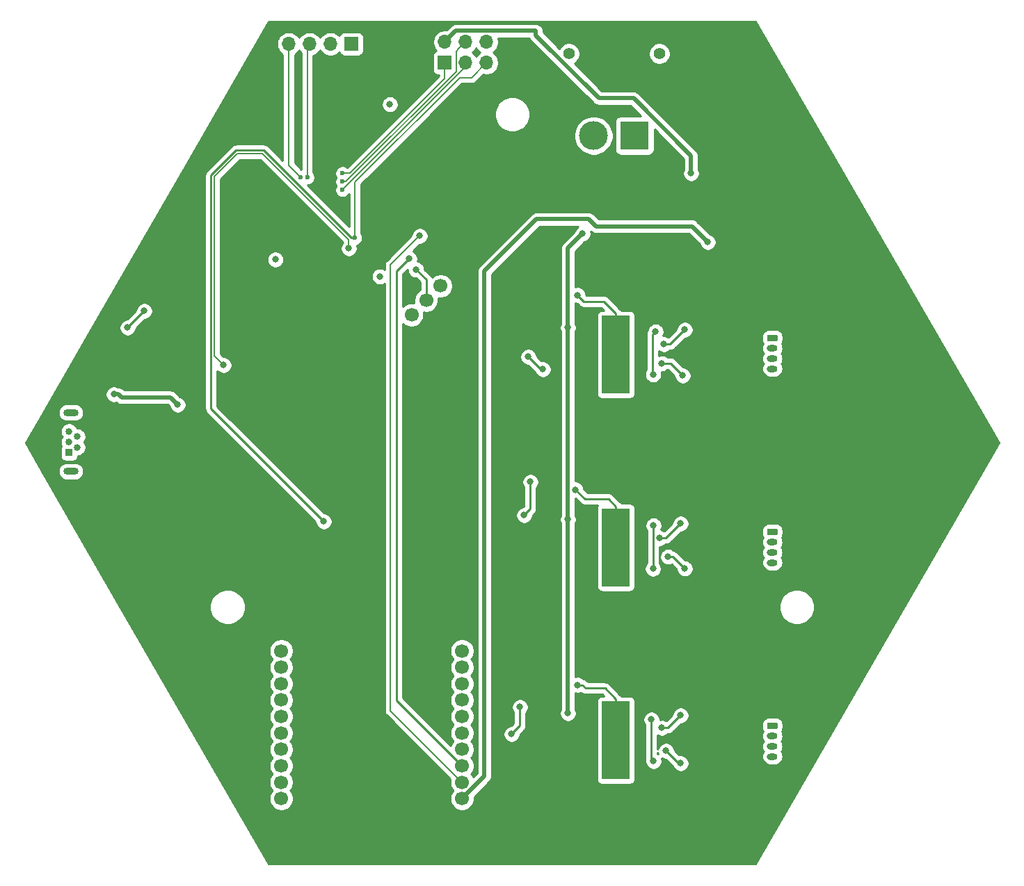
<source format=gbr>
G04 #@! TF.GenerationSoftware,KiCad,Pcbnew,(5.1.5)-3*
G04 #@! TF.CreationDate,2020-04-11T17:23:27+08:00*
G04 #@! TF.ProjectId,Misaka,4d697361-6b61-42e6-9b69-6361645f7063,rev?*
G04 #@! TF.SameCoordinates,Original*
G04 #@! TF.FileFunction,Copper,L2,Bot*
G04 #@! TF.FilePolarity,Positive*
%FSLAX46Y46*%
G04 Gerber Fmt 4.6, Leading zero omitted, Abs format (unit mm)*
G04 Created by KiCad (PCBNEW (5.1.5)-3) date 2020-04-11 17:23:27*
%MOMM*%
%LPD*%
G04 APERTURE LIST*
%ADD10C,1.700000*%
%ADD11R,3.400000X9.500000*%
%ADD12C,0.600000*%
%ADD13O,1.700000X1.700000*%
%ADD14R,1.700000X1.700000*%
%ADD15O,1.850000X0.850000*%
%ADD16C,0.840000*%
%ADD17R,0.840000X0.840000*%
%ADD18O,1.300000X0.800000*%
%ADD19C,0.100000*%
%ADD20C,3.500000*%
%ADD21R,3.500000X3.500000*%
%ADD22C,1.400000*%
%ADD23C,0.800000*%
%ADD24C,0.254000*%
%ADD25C,0.508000*%
%ADD26C,0.190000*%
G04 APERTURE END LIST*
D10*
X62758466Y-59415534D03*
X64526233Y-57647767D03*
X66294000Y-55880000D03*
D11*
X87630000Y-64262000D03*
D12*
X88930000Y-59812000D03*
X87630000Y-59812000D03*
X86330000Y-59812000D03*
X88930000Y-61592000D03*
X87630000Y-61592000D03*
X86330000Y-61592000D03*
X88930000Y-63372000D03*
X87630000Y-63372000D03*
X86330000Y-63372000D03*
X88930000Y-65152000D03*
X87630000Y-65152000D03*
X86330000Y-65152000D03*
X88930000Y-66932000D03*
X87630000Y-66932000D03*
X86330000Y-66932000D03*
X86330000Y-68712000D03*
X87630000Y-68712000D03*
X88930000Y-68712000D03*
D11*
X87630000Y-87757000D03*
D12*
X88930000Y-83307000D03*
X87630000Y-83307000D03*
X86330000Y-83307000D03*
X88930000Y-85087000D03*
X87630000Y-85087000D03*
X86330000Y-85087000D03*
X88930000Y-86867000D03*
X87630000Y-86867000D03*
X86330000Y-86867000D03*
X88930000Y-88647000D03*
X87630000Y-88647000D03*
X86330000Y-88647000D03*
X88930000Y-90427000D03*
X87630000Y-90427000D03*
X86330000Y-90427000D03*
X86330000Y-92207000D03*
X87630000Y-92207000D03*
X88930000Y-92207000D03*
D11*
X87630000Y-111252000D03*
D12*
X88930000Y-106802000D03*
X87630000Y-106802000D03*
X86330000Y-106802000D03*
X88930000Y-108582000D03*
X87630000Y-108582000D03*
X86330000Y-108582000D03*
X88930000Y-110362000D03*
X87630000Y-110362000D03*
X86330000Y-110362000D03*
X88930000Y-112142000D03*
X87630000Y-112142000D03*
X86330000Y-112142000D03*
X88930000Y-113922000D03*
X87630000Y-113922000D03*
X86330000Y-113922000D03*
X86330000Y-115702000D03*
X87630000Y-115702000D03*
X88930000Y-115702000D03*
D10*
X46900000Y-118350000D03*
X46900000Y-116350000D03*
X46900000Y-114350000D03*
X46900000Y-112350000D03*
X46900000Y-110350000D03*
X46900000Y-108350000D03*
X46900000Y-106350000D03*
X46900000Y-104350000D03*
X46900000Y-102350000D03*
X46900000Y-100350000D03*
X68900000Y-100350000D03*
X68900000Y-102350000D03*
X68900000Y-104350000D03*
X68900000Y-106350000D03*
X68900000Y-108350000D03*
X68900000Y-110350000D03*
X68900000Y-112350000D03*
X68900000Y-114350000D03*
X68900000Y-116350000D03*
X68900000Y-118350000D03*
D13*
X47810000Y-26400000D03*
X50350000Y-26400000D03*
X52890000Y-26400000D03*
D14*
X55430000Y-26400000D03*
D15*
X21302000Y-71325000D03*
X21302000Y-78475000D03*
D16*
X21082000Y-73600000D03*
X22082000Y-74250000D03*
X21082000Y-74900000D03*
X22082000Y-75550000D03*
D17*
X21082000Y-76200000D03*
D18*
X106680000Y-65980000D03*
X106680000Y-64730000D03*
X106680000Y-63480000D03*
G04 #@! TA.AperFunction,ComponentPad*
D19*
G36*
X107149603Y-61830963D02*
G01*
X107169018Y-61833843D01*
X107188057Y-61838612D01*
X107206537Y-61845224D01*
X107224279Y-61853616D01*
X107241114Y-61863706D01*
X107256879Y-61875398D01*
X107271421Y-61888579D01*
X107284602Y-61903121D01*
X107296294Y-61918886D01*
X107306384Y-61935721D01*
X107314776Y-61953463D01*
X107321388Y-61971943D01*
X107326157Y-61990982D01*
X107329037Y-62010397D01*
X107330000Y-62030000D01*
X107330000Y-62430000D01*
X107329037Y-62449603D01*
X107326157Y-62469018D01*
X107321388Y-62488057D01*
X107314776Y-62506537D01*
X107306384Y-62524279D01*
X107296294Y-62541114D01*
X107284602Y-62556879D01*
X107271421Y-62571421D01*
X107256879Y-62584602D01*
X107241114Y-62596294D01*
X107224279Y-62606384D01*
X107206537Y-62614776D01*
X107188057Y-62621388D01*
X107169018Y-62626157D01*
X107149603Y-62629037D01*
X107130000Y-62630000D01*
X106230000Y-62630000D01*
X106210397Y-62629037D01*
X106190982Y-62626157D01*
X106171943Y-62621388D01*
X106153463Y-62614776D01*
X106135721Y-62606384D01*
X106118886Y-62596294D01*
X106103121Y-62584602D01*
X106088579Y-62571421D01*
X106075398Y-62556879D01*
X106063706Y-62541114D01*
X106053616Y-62524279D01*
X106045224Y-62506537D01*
X106038612Y-62488057D01*
X106033843Y-62469018D01*
X106030963Y-62449603D01*
X106030000Y-62430000D01*
X106030000Y-62030000D01*
X106030963Y-62010397D01*
X106033843Y-61990982D01*
X106038612Y-61971943D01*
X106045224Y-61953463D01*
X106053616Y-61935721D01*
X106063706Y-61918886D01*
X106075398Y-61903121D01*
X106088579Y-61888579D01*
X106103121Y-61875398D01*
X106118886Y-61863706D01*
X106135721Y-61853616D01*
X106153463Y-61845224D01*
X106171943Y-61838612D01*
X106190982Y-61833843D01*
X106210397Y-61830963D01*
X106230000Y-61830000D01*
X107130000Y-61830000D01*
X107149603Y-61830963D01*
G37*
G04 #@! TD.AperFunction*
D18*
X106680000Y-89602000D03*
X106680000Y-88352000D03*
X106680000Y-87102000D03*
G04 #@! TA.AperFunction,ComponentPad*
D19*
G36*
X107149603Y-85452963D02*
G01*
X107169018Y-85455843D01*
X107188057Y-85460612D01*
X107206537Y-85467224D01*
X107224279Y-85475616D01*
X107241114Y-85485706D01*
X107256879Y-85497398D01*
X107271421Y-85510579D01*
X107284602Y-85525121D01*
X107296294Y-85540886D01*
X107306384Y-85557721D01*
X107314776Y-85575463D01*
X107321388Y-85593943D01*
X107326157Y-85612982D01*
X107329037Y-85632397D01*
X107330000Y-85652000D01*
X107330000Y-86052000D01*
X107329037Y-86071603D01*
X107326157Y-86091018D01*
X107321388Y-86110057D01*
X107314776Y-86128537D01*
X107306384Y-86146279D01*
X107296294Y-86163114D01*
X107284602Y-86178879D01*
X107271421Y-86193421D01*
X107256879Y-86206602D01*
X107241114Y-86218294D01*
X107224279Y-86228384D01*
X107206537Y-86236776D01*
X107188057Y-86243388D01*
X107169018Y-86248157D01*
X107149603Y-86251037D01*
X107130000Y-86252000D01*
X106230000Y-86252000D01*
X106210397Y-86251037D01*
X106190982Y-86248157D01*
X106171943Y-86243388D01*
X106153463Y-86236776D01*
X106135721Y-86228384D01*
X106118886Y-86218294D01*
X106103121Y-86206602D01*
X106088579Y-86193421D01*
X106075398Y-86178879D01*
X106063706Y-86163114D01*
X106053616Y-86146279D01*
X106045224Y-86128537D01*
X106038612Y-86110057D01*
X106033843Y-86091018D01*
X106030963Y-86071603D01*
X106030000Y-86052000D01*
X106030000Y-85652000D01*
X106030963Y-85632397D01*
X106033843Y-85612982D01*
X106038612Y-85593943D01*
X106045224Y-85575463D01*
X106053616Y-85557721D01*
X106063706Y-85540886D01*
X106075398Y-85525121D01*
X106088579Y-85510579D01*
X106103121Y-85497398D01*
X106118886Y-85485706D01*
X106135721Y-85475616D01*
X106153463Y-85467224D01*
X106171943Y-85460612D01*
X106190982Y-85455843D01*
X106210397Y-85452963D01*
X106230000Y-85452000D01*
X107130000Y-85452000D01*
X107149603Y-85452963D01*
G37*
G04 #@! TD.AperFunction*
D18*
X106680000Y-113224000D03*
X106680000Y-111974000D03*
X106680000Y-110724000D03*
G04 #@! TA.AperFunction,ComponentPad*
D19*
G36*
X107149603Y-109074963D02*
G01*
X107169018Y-109077843D01*
X107188057Y-109082612D01*
X107206537Y-109089224D01*
X107224279Y-109097616D01*
X107241114Y-109107706D01*
X107256879Y-109119398D01*
X107271421Y-109132579D01*
X107284602Y-109147121D01*
X107296294Y-109162886D01*
X107306384Y-109179721D01*
X107314776Y-109197463D01*
X107321388Y-109215943D01*
X107326157Y-109234982D01*
X107329037Y-109254397D01*
X107330000Y-109274000D01*
X107330000Y-109674000D01*
X107329037Y-109693603D01*
X107326157Y-109713018D01*
X107321388Y-109732057D01*
X107314776Y-109750537D01*
X107306384Y-109768279D01*
X107296294Y-109785114D01*
X107284602Y-109800879D01*
X107271421Y-109815421D01*
X107256879Y-109828602D01*
X107241114Y-109840294D01*
X107224279Y-109850384D01*
X107206537Y-109858776D01*
X107188057Y-109865388D01*
X107169018Y-109870157D01*
X107149603Y-109873037D01*
X107130000Y-109874000D01*
X106230000Y-109874000D01*
X106210397Y-109873037D01*
X106190982Y-109870157D01*
X106171943Y-109865388D01*
X106153463Y-109858776D01*
X106135721Y-109850384D01*
X106118886Y-109840294D01*
X106103121Y-109828602D01*
X106088579Y-109815421D01*
X106075398Y-109800879D01*
X106063706Y-109785114D01*
X106053616Y-109768279D01*
X106045224Y-109750537D01*
X106038612Y-109732057D01*
X106033843Y-109713018D01*
X106030963Y-109693603D01*
X106030000Y-109674000D01*
X106030000Y-109274000D01*
X106030963Y-109254397D01*
X106033843Y-109234982D01*
X106038612Y-109215943D01*
X106045224Y-109197463D01*
X106053616Y-109179721D01*
X106063706Y-109162886D01*
X106075398Y-109147121D01*
X106088579Y-109132579D01*
X106103121Y-109119398D01*
X106118886Y-109107706D01*
X106135721Y-109097616D01*
X106153463Y-109089224D01*
X106171943Y-109082612D01*
X106190982Y-109077843D01*
X106210397Y-109074963D01*
X106230000Y-109074000D01*
X107130000Y-109074000D01*
X107149603Y-109074963D01*
G37*
G04 #@! TD.AperFunction*
D20*
X84916000Y-37592000D03*
D21*
X89916000Y-37592000D03*
D22*
X81916000Y-27592000D03*
X92916000Y-27592000D03*
D13*
X71882000Y-26162000D03*
X71882000Y-28702000D03*
X69342000Y-26162000D03*
X69342000Y-28702000D03*
X66802000Y-26162000D03*
D14*
X66802000Y-28702000D03*
D23*
X92456000Y-61449000D03*
X92157749Y-66668000D03*
X92202000Y-85071000D03*
X92143568Y-90341080D03*
X91948000Y-108712000D03*
X92202000Y-113792000D03*
X74930000Y-110490000D03*
X75946000Y-107188000D03*
X26517600Y-69090540D03*
X34297620Y-70363080D03*
X82707480Y-80698340D03*
X82948780Y-57002680D03*
X82971640Y-104500680D03*
X63306960Y-53908960D03*
X60119260Y-33764220D03*
X46174660Y-52671980D03*
X58910220Y-54744620D03*
X76454000Y-83820000D03*
X77216000Y-79756000D03*
X78740000Y-66040000D03*
X76955933Y-64509933D03*
X81788000Y-60960000D03*
X81788000Y-84328000D03*
X81788000Y-107950000D03*
X83566000Y-49530000D03*
X96774000Y-42164000D03*
D12*
X55880000Y-50038000D03*
D23*
X52070000Y-84582000D03*
X98806000Y-50546000D03*
D12*
X54356000Y-43180000D03*
X54356000Y-44196000D03*
X54356000Y-42164000D03*
X49276000Y-42672000D03*
X50076003Y-42672000D03*
D23*
X62484000Y-52578000D03*
X63754000Y-49784000D03*
X93726000Y-112522000D03*
X95504000Y-114046000D03*
X93224067Y-109734067D03*
X95504000Y-108204000D03*
X93980000Y-88875000D03*
X96012000Y-90329000D03*
X92964000Y-86614000D03*
X95504000Y-84836000D03*
X93218000Y-65314000D03*
X95758000Y-66802000D03*
X93472000Y-62992000D03*
X96012000Y-61214000D03*
X28194000Y-60960000D03*
X30226000Y-58928000D03*
X55118000Y-51308000D03*
X39878000Y-65532000D03*
D24*
X92056001Y-66566252D02*
X92157749Y-66668000D01*
X92456000Y-61449000D02*
X92056001Y-61848999D01*
X92056001Y-61848999D02*
X92056001Y-66566252D01*
X92182999Y-86239119D02*
X92182999Y-90150999D01*
X92202000Y-85071000D02*
X92202000Y-86220118D01*
X92202000Y-86220118D02*
X92182999Y-86239119D01*
X92182999Y-90150999D02*
X92143568Y-90190430D01*
X92143568Y-90190430D02*
X92143568Y-90341080D01*
X91948000Y-108712000D02*
X91948000Y-113538000D01*
X91948000Y-113538000D02*
X92202000Y-113792000D01*
X74930000Y-110490000D02*
X75946000Y-109474000D01*
X75946000Y-109474000D02*
X75946000Y-107188000D01*
D25*
X27083285Y-69090540D02*
X27469365Y-69476620D01*
X26517600Y-69090540D02*
X27083285Y-69090540D01*
X27469365Y-69476620D02*
X33411160Y-69476620D01*
X33411160Y-69476620D02*
X34297620Y-70363080D01*
D24*
X82707480Y-80698340D02*
X83855560Y-81846420D01*
X87630000Y-82753000D02*
X87630000Y-87757000D01*
X86723420Y-81846420D02*
X87630000Y-82753000D01*
X83855560Y-81846420D02*
X86723420Y-81846420D01*
X82948780Y-57002680D02*
X83736180Y-57790080D01*
X87630000Y-59258000D02*
X87630000Y-64262000D01*
X86162080Y-57790080D02*
X87630000Y-59258000D01*
X83736180Y-57790080D02*
X86162080Y-57790080D01*
X83537325Y-104500680D02*
X83941185Y-104904540D01*
X82971640Y-104500680D02*
X83537325Y-104500680D01*
X87630000Y-106248000D02*
X87630000Y-111252000D01*
X86286540Y-104904540D02*
X87630000Y-106248000D01*
X83941185Y-104904540D02*
X86286540Y-104904540D01*
X64526233Y-57647767D02*
X64526233Y-55128233D01*
X64526233Y-55128233D02*
X63306960Y-53908960D01*
X76454000Y-83820000D02*
X77216000Y-83058000D01*
X77216000Y-83058000D02*
X77216000Y-79756000D01*
X78740000Y-66040000D02*
X78486000Y-66040000D01*
X78486000Y-66040000D02*
X76955933Y-64509933D01*
D25*
X81788000Y-51308000D02*
X81788000Y-107950000D01*
X83566000Y-49530000D02*
X81788000Y-51308000D01*
X68160001Y-24803999D02*
X77889999Y-24803999D01*
X66802000Y-26162000D02*
X68160001Y-24803999D01*
X77889999Y-25353841D02*
X85556158Y-33020000D01*
X77889999Y-24803999D02*
X77889999Y-25353841D01*
X96774000Y-40035598D02*
X96774000Y-42164000D01*
X85556158Y-33020000D02*
X89758402Y-33020000D01*
X89758402Y-33020000D02*
X96774000Y-40035598D01*
D26*
X55880000Y-50038000D02*
X55880000Y-43223556D01*
X55880000Y-43223556D02*
X68601778Y-30501778D01*
X70082222Y-30501778D02*
X71882000Y-28702000D01*
X68601778Y-30501778D02*
X70082222Y-30501778D01*
D24*
X55455736Y-50038000D02*
X44787736Y-39370000D01*
X55880000Y-50038000D02*
X55455736Y-50038000D01*
X44787736Y-39370000D02*
X41402000Y-39370000D01*
X41402000Y-39370000D02*
X38354000Y-42418000D01*
X38354000Y-42418000D02*
X38354000Y-70866000D01*
X38354000Y-70866000D02*
X52070000Y-84582000D01*
D25*
X71628000Y-115622000D02*
X68900000Y-118350000D01*
X71628000Y-54102000D02*
X71628000Y-115622000D01*
X96881999Y-48621999D02*
X85197999Y-48621999D01*
X85197999Y-48621999D02*
X84328000Y-47752000D01*
X98806000Y-50546000D02*
X96881999Y-48621999D01*
X84328000Y-47752000D02*
X77978000Y-47752000D01*
X77978000Y-47752000D02*
X71628000Y-54102000D01*
D26*
X68196999Y-27307001D02*
X68492001Y-27011999D01*
X68196999Y-29763265D02*
X68196999Y-27307001D01*
X68492001Y-27011999D02*
X69342000Y-26162000D01*
X54780264Y-43180000D02*
X68196999Y-29763265D01*
X54356000Y-43180000D02*
X54780264Y-43180000D01*
X69342000Y-29210000D02*
X69342000Y-28702000D01*
X54356000Y-44196000D02*
X69342000Y-29210000D01*
X54356000Y-42164000D02*
X55244708Y-42164000D01*
X66802000Y-30606708D02*
X66802000Y-28702000D01*
X55244708Y-42164000D02*
X66802000Y-30606708D01*
X47810000Y-41206000D02*
X47810000Y-26400000D01*
X49276000Y-42672000D02*
X47810000Y-41206000D01*
X50076003Y-26673997D02*
X50350000Y-26400000D01*
X50076003Y-42672000D02*
X50076003Y-26673997D01*
D24*
X60960000Y-106410000D02*
X61613465Y-107063465D01*
X62484000Y-52578000D02*
X60960000Y-54102000D01*
X60960000Y-54102000D02*
X60960000Y-106410000D01*
X61613465Y-107063465D02*
X68900000Y-114350000D01*
D26*
X63754000Y-49784000D02*
X60198000Y-53340000D01*
X60198000Y-107648000D02*
X68900000Y-116350000D01*
X60198000Y-53340000D02*
X60198000Y-107648000D01*
D24*
X95250000Y-114046000D02*
X93726000Y-112522000D01*
X95504000Y-114046000D02*
X95250000Y-114046000D01*
X93973933Y-109734067D02*
X93224067Y-109734067D01*
X95504000Y-108204000D02*
X93973933Y-109734067D01*
X94558000Y-88875000D02*
X93980000Y-88875000D01*
X96012000Y-90329000D02*
X94558000Y-88875000D01*
X93726000Y-86614000D02*
X92964000Y-86614000D01*
X95504000Y-84836000D02*
X93726000Y-86614000D01*
X94270000Y-65314000D02*
X93218000Y-65314000D01*
X95758000Y-66802000D02*
X94270000Y-65314000D01*
X94234000Y-62992000D02*
X93472000Y-62992000D01*
X96012000Y-61214000D02*
X94234000Y-62992000D01*
X28194000Y-60960000D02*
X30226000Y-58928000D01*
D26*
X55118000Y-51308000D02*
X55118000Y-50297076D01*
X55118000Y-50297076D02*
X44612934Y-39792010D01*
X44612934Y-39792010D02*
X41576802Y-39792010D01*
X41576802Y-39792010D02*
X38776010Y-42592802D01*
X38776010Y-42592802D02*
X38776010Y-64430010D01*
X38776010Y-64430010D02*
X39878000Y-65532000D01*
D24*
G36*
X134237897Y-75000000D02*
G01*
X104618948Y-126301524D01*
X45381050Y-126301524D01*
X30313489Y-100203740D01*
X45415000Y-100203740D01*
X45415000Y-100496260D01*
X45472068Y-100783158D01*
X45584010Y-101053411D01*
X45746525Y-101296632D01*
X45799893Y-101350000D01*
X45746525Y-101403368D01*
X45584010Y-101646589D01*
X45472068Y-101916842D01*
X45415000Y-102203740D01*
X45415000Y-102496260D01*
X45472068Y-102783158D01*
X45584010Y-103053411D01*
X45746525Y-103296632D01*
X45799893Y-103350000D01*
X45746525Y-103403368D01*
X45584010Y-103646589D01*
X45472068Y-103916842D01*
X45415000Y-104203740D01*
X45415000Y-104496260D01*
X45472068Y-104783158D01*
X45584010Y-105053411D01*
X45746525Y-105296632D01*
X45799893Y-105350000D01*
X45746525Y-105403368D01*
X45584010Y-105646589D01*
X45472068Y-105916842D01*
X45415000Y-106203740D01*
X45415000Y-106496260D01*
X45472068Y-106783158D01*
X45584010Y-107053411D01*
X45746525Y-107296632D01*
X45799893Y-107350000D01*
X45746525Y-107403368D01*
X45584010Y-107646589D01*
X45472068Y-107916842D01*
X45415000Y-108203740D01*
X45415000Y-108496260D01*
X45472068Y-108783158D01*
X45584010Y-109053411D01*
X45746525Y-109296632D01*
X45799893Y-109350000D01*
X45746525Y-109403368D01*
X45584010Y-109646589D01*
X45472068Y-109916842D01*
X45415000Y-110203740D01*
X45415000Y-110496260D01*
X45472068Y-110783158D01*
X45584010Y-111053411D01*
X45746525Y-111296632D01*
X45799893Y-111350000D01*
X45746525Y-111403368D01*
X45584010Y-111646589D01*
X45472068Y-111916842D01*
X45415000Y-112203740D01*
X45415000Y-112496260D01*
X45472068Y-112783158D01*
X45584010Y-113053411D01*
X45746525Y-113296632D01*
X45799893Y-113350000D01*
X45746525Y-113403368D01*
X45584010Y-113646589D01*
X45472068Y-113916842D01*
X45415000Y-114203740D01*
X45415000Y-114496260D01*
X45472068Y-114783158D01*
X45584010Y-115053411D01*
X45746525Y-115296632D01*
X45799893Y-115350000D01*
X45746525Y-115403368D01*
X45584010Y-115646589D01*
X45472068Y-115916842D01*
X45415000Y-116203740D01*
X45415000Y-116496260D01*
X45472068Y-116783158D01*
X45584010Y-117053411D01*
X45746525Y-117296632D01*
X45799893Y-117350000D01*
X45746525Y-117403368D01*
X45584010Y-117646589D01*
X45472068Y-117916842D01*
X45415000Y-118203740D01*
X45415000Y-118496260D01*
X45472068Y-118783158D01*
X45584010Y-119053411D01*
X45746525Y-119296632D01*
X45953368Y-119503475D01*
X46196589Y-119665990D01*
X46466842Y-119777932D01*
X46753740Y-119835000D01*
X47046260Y-119835000D01*
X47333158Y-119777932D01*
X47603411Y-119665990D01*
X47846632Y-119503475D01*
X48053475Y-119296632D01*
X48215990Y-119053411D01*
X48327932Y-118783158D01*
X48385000Y-118496260D01*
X48385000Y-118203740D01*
X48327932Y-117916842D01*
X48215990Y-117646589D01*
X48053475Y-117403368D01*
X48000107Y-117350000D01*
X48053475Y-117296632D01*
X48215990Y-117053411D01*
X48327932Y-116783158D01*
X48385000Y-116496260D01*
X48385000Y-116203740D01*
X48327932Y-115916842D01*
X48215990Y-115646589D01*
X48053475Y-115403368D01*
X48000107Y-115350000D01*
X48053475Y-115296632D01*
X48215990Y-115053411D01*
X48327932Y-114783158D01*
X48385000Y-114496260D01*
X48385000Y-114203740D01*
X48327932Y-113916842D01*
X48215990Y-113646589D01*
X48053475Y-113403368D01*
X48000107Y-113350000D01*
X48053475Y-113296632D01*
X48215990Y-113053411D01*
X48327932Y-112783158D01*
X48385000Y-112496260D01*
X48385000Y-112203740D01*
X48327932Y-111916842D01*
X48215990Y-111646589D01*
X48053475Y-111403368D01*
X48000107Y-111350000D01*
X48053475Y-111296632D01*
X48215990Y-111053411D01*
X48327932Y-110783158D01*
X48385000Y-110496260D01*
X48385000Y-110203740D01*
X48327932Y-109916842D01*
X48215990Y-109646589D01*
X48053475Y-109403368D01*
X48000107Y-109350000D01*
X48053475Y-109296632D01*
X48215990Y-109053411D01*
X48327932Y-108783158D01*
X48385000Y-108496260D01*
X48385000Y-108203740D01*
X48327932Y-107916842D01*
X48215990Y-107646589D01*
X48053475Y-107403368D01*
X48000107Y-107350000D01*
X48053475Y-107296632D01*
X48215990Y-107053411D01*
X48327932Y-106783158D01*
X48385000Y-106496260D01*
X48385000Y-106203740D01*
X48327932Y-105916842D01*
X48215990Y-105646589D01*
X48053475Y-105403368D01*
X48000107Y-105350000D01*
X48053475Y-105296632D01*
X48215990Y-105053411D01*
X48327932Y-104783158D01*
X48385000Y-104496260D01*
X48385000Y-104203740D01*
X48327932Y-103916842D01*
X48215990Y-103646589D01*
X48053475Y-103403368D01*
X48000107Y-103350000D01*
X48053475Y-103296632D01*
X48215990Y-103053411D01*
X48327932Y-102783158D01*
X48385000Y-102496260D01*
X48385000Y-102203740D01*
X48327932Y-101916842D01*
X48215990Y-101646589D01*
X48053475Y-101403368D01*
X48000107Y-101350000D01*
X48053475Y-101296632D01*
X48215990Y-101053411D01*
X48327932Y-100783158D01*
X48385000Y-100496260D01*
X48385000Y-100203740D01*
X48327932Y-99916842D01*
X48215990Y-99646589D01*
X48053475Y-99403368D01*
X47846632Y-99196525D01*
X47603411Y-99034010D01*
X47333158Y-98922068D01*
X47046260Y-98865000D01*
X46753740Y-98865000D01*
X46466842Y-98922068D01*
X46196589Y-99034010D01*
X45953368Y-99196525D01*
X45746525Y-99403368D01*
X45584010Y-99646589D01*
X45472068Y-99916842D01*
X45415000Y-100203740D01*
X30313489Y-100203740D01*
X27185741Y-94786323D01*
X38189480Y-94786323D01*
X38189480Y-95213677D01*
X38272853Y-95632821D01*
X38436395Y-96027645D01*
X38673820Y-96382977D01*
X38976006Y-96685163D01*
X39331338Y-96922588D01*
X39726162Y-97086130D01*
X40145306Y-97169503D01*
X40572660Y-97169503D01*
X40991804Y-97086130D01*
X41386628Y-96922588D01*
X41741960Y-96685163D01*
X42044146Y-96382977D01*
X42281571Y-96027645D01*
X42445113Y-95632821D01*
X42528486Y-95213677D01*
X42528486Y-94786323D01*
X42445113Y-94367179D01*
X42281571Y-93972355D01*
X42044146Y-93617023D01*
X41741960Y-93314837D01*
X41386628Y-93077412D01*
X40991804Y-92913870D01*
X40572660Y-92830497D01*
X40145306Y-92830497D01*
X39726162Y-92913870D01*
X39331338Y-93077412D01*
X38976006Y-93314837D01*
X38673820Y-93617023D01*
X38436395Y-93972355D01*
X38272853Y-94367179D01*
X38189480Y-94786323D01*
X27185741Y-94786323D01*
X17768394Y-78475000D01*
X19736872Y-78475000D01*
X19757338Y-78682796D01*
X19817950Y-78882607D01*
X19916378Y-79066753D01*
X20048841Y-79228159D01*
X20210247Y-79360622D01*
X20394393Y-79459050D01*
X20594204Y-79519662D01*
X20749934Y-79535000D01*
X21854066Y-79535000D01*
X22009796Y-79519662D01*
X22209607Y-79459050D01*
X22393753Y-79360622D01*
X22555159Y-79228159D01*
X22687622Y-79066753D01*
X22786050Y-78882607D01*
X22846662Y-78682796D01*
X22867128Y-78475000D01*
X22846662Y-78267204D01*
X22786050Y-78067393D01*
X22687622Y-77883247D01*
X22555159Y-77721841D01*
X22393753Y-77589378D01*
X22209607Y-77490950D01*
X22009796Y-77430338D01*
X21854066Y-77415000D01*
X20749934Y-77415000D01*
X20594204Y-77430338D01*
X20394393Y-77490950D01*
X20210247Y-77589378D01*
X20048841Y-77721841D01*
X19916378Y-77883247D01*
X19817950Y-78067393D01*
X19757338Y-78267204D01*
X19736872Y-78475000D01*
X17768394Y-78475000D01*
X16212435Y-75780000D01*
X20023928Y-75780000D01*
X20023928Y-76620000D01*
X20036188Y-76744482D01*
X20072498Y-76864180D01*
X20131463Y-76974494D01*
X20210815Y-77071185D01*
X20307506Y-77150537D01*
X20417820Y-77209502D01*
X20537518Y-77245812D01*
X20662000Y-77258072D01*
X21502000Y-77258072D01*
X21626482Y-77245812D01*
X21746180Y-77209502D01*
X21856494Y-77150537D01*
X21953185Y-77071185D01*
X22032537Y-76974494D01*
X22091502Y-76864180D01*
X22127812Y-76744482D01*
X22140072Y-76620000D01*
X22140072Y-76605000D01*
X22185908Y-76605000D01*
X22389732Y-76564457D01*
X22581730Y-76484929D01*
X22754523Y-76369472D01*
X22901472Y-76222523D01*
X23016929Y-76049730D01*
X23096457Y-75857732D01*
X23137000Y-75653908D01*
X23137000Y-75446092D01*
X23096457Y-75242268D01*
X23016929Y-75050270D01*
X22916521Y-74900000D01*
X23016929Y-74749730D01*
X23096457Y-74557732D01*
X23137000Y-74353908D01*
X23137000Y-74146092D01*
X23096457Y-73942268D01*
X23016929Y-73750270D01*
X22901472Y-73577477D01*
X22754523Y-73430528D01*
X22581730Y-73315071D01*
X22389732Y-73235543D01*
X22185908Y-73195000D01*
X22056167Y-73195000D01*
X22016929Y-73100270D01*
X21901472Y-72927477D01*
X21754523Y-72780528D01*
X21581730Y-72665071D01*
X21389732Y-72585543D01*
X21185908Y-72545000D01*
X20978092Y-72545000D01*
X20774268Y-72585543D01*
X20582270Y-72665071D01*
X20409477Y-72780528D01*
X20262528Y-72927477D01*
X20147071Y-73100270D01*
X20067543Y-73292268D01*
X20027000Y-73496092D01*
X20027000Y-73703908D01*
X20067543Y-73907732D01*
X20147071Y-74099730D01*
X20247479Y-74250000D01*
X20147071Y-74400270D01*
X20067543Y-74592268D01*
X20027000Y-74796092D01*
X20027000Y-75003908D01*
X20067543Y-75207732D01*
X20147071Y-75399730D01*
X20149560Y-75403455D01*
X20131463Y-75425506D01*
X20072498Y-75535820D01*
X20036188Y-75655518D01*
X20023928Y-75780000D01*
X16212435Y-75780000D01*
X15762101Y-74999999D01*
X17883862Y-71325000D01*
X19736872Y-71325000D01*
X19757338Y-71532796D01*
X19817950Y-71732607D01*
X19916378Y-71916753D01*
X20048841Y-72078159D01*
X20210247Y-72210622D01*
X20394393Y-72309050D01*
X20594204Y-72369662D01*
X20749934Y-72385000D01*
X21854066Y-72385000D01*
X22009796Y-72369662D01*
X22209607Y-72309050D01*
X22393753Y-72210622D01*
X22555159Y-72078159D01*
X22687622Y-71916753D01*
X22786050Y-71732607D01*
X22846662Y-71532796D01*
X22867128Y-71325000D01*
X22846662Y-71117204D01*
X22786050Y-70917393D01*
X22687622Y-70733247D01*
X22555159Y-70571841D01*
X22393753Y-70439378D01*
X22209607Y-70340950D01*
X22009796Y-70280338D01*
X21854066Y-70265000D01*
X20749934Y-70265000D01*
X20594204Y-70280338D01*
X20394393Y-70340950D01*
X20210247Y-70439378D01*
X20048841Y-70571841D01*
X19916378Y-70733247D01*
X19817950Y-70917393D01*
X19757338Y-71117204D01*
X19736872Y-71325000D01*
X17883862Y-71325000D01*
X19232782Y-68988601D01*
X25482600Y-68988601D01*
X25482600Y-69192479D01*
X25522374Y-69392438D01*
X25600395Y-69580796D01*
X25713663Y-69750314D01*
X25857826Y-69894477D01*
X26027344Y-70007745D01*
X26215702Y-70085766D01*
X26415661Y-70125540D01*
X26619539Y-70125540D01*
X26819268Y-70085812D01*
X26837706Y-70108279D01*
X26973074Y-70219373D01*
X27127514Y-70301923D01*
X27244257Y-70337336D01*
X27295090Y-70352756D01*
X27469365Y-70369921D01*
X27513033Y-70365620D01*
X33042925Y-70365620D01*
X33292490Y-70615185D01*
X33302394Y-70664978D01*
X33380415Y-70853336D01*
X33493683Y-71022854D01*
X33637846Y-71167017D01*
X33807364Y-71280285D01*
X33995722Y-71358306D01*
X34195681Y-71398080D01*
X34399559Y-71398080D01*
X34599518Y-71358306D01*
X34787876Y-71280285D01*
X34957394Y-71167017D01*
X35101557Y-71022854D01*
X35214825Y-70853336D01*
X35292846Y-70664978D01*
X35332620Y-70465019D01*
X35332620Y-70261141D01*
X35292846Y-70061182D01*
X35214825Y-69872824D01*
X35101557Y-69703306D01*
X34957394Y-69559143D01*
X34787876Y-69445875D01*
X34599518Y-69367854D01*
X34549725Y-69357950D01*
X34070659Y-68878883D01*
X34042819Y-68844961D01*
X33907451Y-68733867D01*
X33753011Y-68651317D01*
X33585434Y-68600484D01*
X33454827Y-68587620D01*
X33454820Y-68587620D01*
X33411160Y-68583320D01*
X33367500Y-68587620D01*
X27837600Y-68587620D01*
X27742784Y-68492804D01*
X27714944Y-68458881D01*
X27579576Y-68347787D01*
X27425136Y-68265237D01*
X27257559Y-68214404D01*
X27126952Y-68201540D01*
X27126945Y-68201540D01*
X27083285Y-68197240D01*
X27048726Y-68200644D01*
X27007856Y-68173335D01*
X26819498Y-68095314D01*
X26619539Y-68055540D01*
X26415661Y-68055540D01*
X26215702Y-68095314D01*
X26027344Y-68173335D01*
X25857826Y-68286603D01*
X25713663Y-68430766D01*
X25600395Y-68600284D01*
X25522374Y-68788642D01*
X25482600Y-68988601D01*
X19232782Y-68988601D01*
X23926951Y-60858061D01*
X27159000Y-60858061D01*
X27159000Y-61061939D01*
X27198774Y-61261898D01*
X27276795Y-61450256D01*
X27390063Y-61619774D01*
X27534226Y-61763937D01*
X27703744Y-61877205D01*
X27892102Y-61955226D01*
X28092061Y-61995000D01*
X28295939Y-61995000D01*
X28495898Y-61955226D01*
X28684256Y-61877205D01*
X28853774Y-61763937D01*
X28997937Y-61619774D01*
X29111205Y-61450256D01*
X29189226Y-61261898D01*
X29229000Y-61061939D01*
X29229000Y-61002630D01*
X30268631Y-59963000D01*
X30327939Y-59963000D01*
X30527898Y-59923226D01*
X30716256Y-59845205D01*
X30885774Y-59731937D01*
X31029937Y-59587774D01*
X31143205Y-59418256D01*
X31221226Y-59229898D01*
X31261000Y-59029939D01*
X31261000Y-58826061D01*
X31221226Y-58626102D01*
X31143205Y-58437744D01*
X31029937Y-58268226D01*
X30885774Y-58124063D01*
X30716256Y-58010795D01*
X30527898Y-57932774D01*
X30327939Y-57893000D01*
X30124061Y-57893000D01*
X29924102Y-57932774D01*
X29735744Y-58010795D01*
X29566226Y-58124063D01*
X29422063Y-58268226D01*
X29308795Y-58437744D01*
X29230774Y-58626102D01*
X29191000Y-58826061D01*
X29191000Y-58885369D01*
X28151370Y-59925000D01*
X28092061Y-59925000D01*
X27892102Y-59964774D01*
X27703744Y-60042795D01*
X27534226Y-60156063D01*
X27390063Y-60300226D01*
X27276795Y-60469744D01*
X27198774Y-60658102D01*
X27159000Y-60858061D01*
X23926951Y-60858061D01*
X34573326Y-42418000D01*
X37588314Y-42418000D01*
X37592000Y-42455423D01*
X37592001Y-70828567D01*
X37588314Y-70866000D01*
X37603027Y-71015378D01*
X37646599Y-71159015D01*
X37717355Y-71291392D01*
X37788721Y-71378351D01*
X37812579Y-71407422D01*
X37841649Y-71431279D01*
X51035000Y-84624631D01*
X51035000Y-84683939D01*
X51074774Y-84883898D01*
X51152795Y-85072256D01*
X51266063Y-85241774D01*
X51410226Y-85385937D01*
X51579744Y-85499205D01*
X51768102Y-85577226D01*
X51968061Y-85617000D01*
X52171939Y-85617000D01*
X52371898Y-85577226D01*
X52560256Y-85499205D01*
X52729774Y-85385937D01*
X52873937Y-85241774D01*
X52987205Y-85072256D01*
X53065226Y-84883898D01*
X53105000Y-84683939D01*
X53105000Y-84480061D01*
X53065226Y-84280102D01*
X52987205Y-84091744D01*
X52873937Y-83922226D01*
X52729774Y-83778063D01*
X52560256Y-83664795D01*
X52371898Y-83586774D01*
X52171939Y-83547000D01*
X52112631Y-83547000D01*
X39116000Y-70550370D01*
X39116000Y-66233711D01*
X39218226Y-66335937D01*
X39387744Y-66449205D01*
X39576102Y-66527226D01*
X39776061Y-66567000D01*
X39979939Y-66567000D01*
X40179898Y-66527226D01*
X40368256Y-66449205D01*
X40537774Y-66335937D01*
X40681937Y-66191774D01*
X40795205Y-66022256D01*
X40873226Y-65833898D01*
X40913000Y-65633939D01*
X40913000Y-65430061D01*
X40873226Y-65230102D01*
X40795205Y-65041744D01*
X40681937Y-64872226D01*
X40537774Y-64728063D01*
X40368256Y-64614795D01*
X40179898Y-64536774D01*
X39979939Y-64497000D01*
X39875376Y-64497000D01*
X39506010Y-64127635D01*
X39506010Y-54642681D01*
X57875220Y-54642681D01*
X57875220Y-54846559D01*
X57914994Y-55046518D01*
X57993015Y-55234876D01*
X58106283Y-55404394D01*
X58250446Y-55548557D01*
X58419964Y-55661825D01*
X58608322Y-55739846D01*
X58808281Y-55779620D01*
X59012159Y-55779620D01*
X59212118Y-55739846D01*
X59400476Y-55661825D01*
X59468000Y-55616707D01*
X59468001Y-107612135D01*
X59464469Y-107648000D01*
X59478562Y-107791104D01*
X59520305Y-107928710D01*
X59550912Y-107985972D01*
X59588091Y-108055529D01*
X59626280Y-108102061D01*
X59644510Y-108124274D01*
X59679316Y-108166685D01*
X59707168Y-108189543D01*
X67465829Y-115948205D01*
X67415000Y-116203740D01*
X67415000Y-116496260D01*
X67472068Y-116783158D01*
X67584010Y-117053411D01*
X67746525Y-117296632D01*
X67799893Y-117350000D01*
X67746525Y-117403368D01*
X67584010Y-117646589D01*
X67472068Y-117916842D01*
X67415000Y-118203740D01*
X67415000Y-118496260D01*
X67472068Y-118783158D01*
X67584010Y-119053411D01*
X67746525Y-119296632D01*
X67953368Y-119503475D01*
X68196589Y-119665990D01*
X68466842Y-119777932D01*
X68753740Y-119835000D01*
X69046260Y-119835000D01*
X69333158Y-119777932D01*
X69603411Y-119665990D01*
X69846632Y-119503475D01*
X70053475Y-119296632D01*
X70215990Y-119053411D01*
X70327932Y-118783158D01*
X70385000Y-118496260D01*
X70385000Y-118203740D01*
X70371477Y-118135758D01*
X72225742Y-116281494D01*
X72259659Y-116253659D01*
X72370753Y-116118291D01*
X72453303Y-115963851D01*
X72504136Y-115796274D01*
X72517000Y-115665667D01*
X72521301Y-115622000D01*
X72517000Y-115578332D01*
X72517000Y-110388061D01*
X73895000Y-110388061D01*
X73895000Y-110591939D01*
X73934774Y-110791898D01*
X74012795Y-110980256D01*
X74126063Y-111149774D01*
X74270226Y-111293937D01*
X74439744Y-111407205D01*
X74628102Y-111485226D01*
X74828061Y-111525000D01*
X75031939Y-111525000D01*
X75231898Y-111485226D01*
X75420256Y-111407205D01*
X75589774Y-111293937D01*
X75733937Y-111149774D01*
X75847205Y-110980256D01*
X75925226Y-110791898D01*
X75965000Y-110591939D01*
X75965000Y-110532630D01*
X76458353Y-110039278D01*
X76487422Y-110015422D01*
X76518421Y-109977649D01*
X76582645Y-109899393D01*
X76620465Y-109828636D01*
X76653402Y-109767015D01*
X76696974Y-109623378D01*
X76708000Y-109511426D01*
X76708000Y-109511423D01*
X76711686Y-109474000D01*
X76708000Y-109436577D01*
X76708000Y-107889711D01*
X76749937Y-107847774D01*
X76863205Y-107678256D01*
X76941226Y-107489898D01*
X76981000Y-107289939D01*
X76981000Y-107086061D01*
X76941226Y-106886102D01*
X76863205Y-106697744D01*
X76749937Y-106528226D01*
X76605774Y-106384063D01*
X76436256Y-106270795D01*
X76247898Y-106192774D01*
X76047939Y-106153000D01*
X75844061Y-106153000D01*
X75644102Y-106192774D01*
X75455744Y-106270795D01*
X75286226Y-106384063D01*
X75142063Y-106528226D01*
X75028795Y-106697744D01*
X74950774Y-106886102D01*
X74911000Y-107086061D01*
X74911000Y-107289939D01*
X74950774Y-107489898D01*
X75028795Y-107678256D01*
X75142063Y-107847774D01*
X75184001Y-107889712D01*
X75184000Y-109158369D01*
X74887370Y-109455000D01*
X74828061Y-109455000D01*
X74628102Y-109494774D01*
X74439744Y-109572795D01*
X74270226Y-109686063D01*
X74126063Y-109830226D01*
X74012795Y-109999744D01*
X73934774Y-110188102D01*
X73895000Y-110388061D01*
X72517000Y-110388061D01*
X72517000Y-83718061D01*
X75419000Y-83718061D01*
X75419000Y-83921939D01*
X75458774Y-84121898D01*
X75536795Y-84310256D01*
X75650063Y-84479774D01*
X75794226Y-84623937D01*
X75963744Y-84737205D01*
X76152102Y-84815226D01*
X76352061Y-84855000D01*
X76555939Y-84855000D01*
X76755898Y-84815226D01*
X76944256Y-84737205D01*
X77113774Y-84623937D01*
X77257937Y-84479774D01*
X77371205Y-84310256D01*
X77449226Y-84121898D01*
X77489000Y-83921939D01*
X77489000Y-83862631D01*
X77728353Y-83623278D01*
X77757422Y-83599422D01*
X77784772Y-83566096D01*
X77852645Y-83483393D01*
X77923401Y-83351016D01*
X77923402Y-83351015D01*
X77966974Y-83207378D01*
X77978000Y-83095426D01*
X77978000Y-83095423D01*
X77981686Y-83058000D01*
X77978000Y-83020577D01*
X77978000Y-80457711D01*
X78019937Y-80415774D01*
X78133205Y-80246256D01*
X78211226Y-80057898D01*
X78251000Y-79857939D01*
X78251000Y-79654061D01*
X78211226Y-79454102D01*
X78133205Y-79265744D01*
X78019937Y-79096226D01*
X77875774Y-78952063D01*
X77706256Y-78838795D01*
X77517898Y-78760774D01*
X77317939Y-78721000D01*
X77114061Y-78721000D01*
X76914102Y-78760774D01*
X76725744Y-78838795D01*
X76556226Y-78952063D01*
X76412063Y-79096226D01*
X76298795Y-79265744D01*
X76220774Y-79454102D01*
X76181000Y-79654061D01*
X76181000Y-79857939D01*
X76220774Y-80057898D01*
X76298795Y-80246256D01*
X76412063Y-80415774D01*
X76454001Y-80457712D01*
X76454000Y-82742369D01*
X76411369Y-82785000D01*
X76352061Y-82785000D01*
X76152102Y-82824774D01*
X75963744Y-82902795D01*
X75794226Y-83016063D01*
X75650063Y-83160226D01*
X75536795Y-83329744D01*
X75458774Y-83518102D01*
X75419000Y-83718061D01*
X72517000Y-83718061D01*
X72517000Y-64407994D01*
X75920933Y-64407994D01*
X75920933Y-64611872D01*
X75960707Y-64811831D01*
X76038728Y-65000189D01*
X76151996Y-65169707D01*
X76296159Y-65313870D01*
X76465677Y-65427138D01*
X76654035Y-65505159D01*
X76853994Y-65544933D01*
X76913303Y-65544933D01*
X77769174Y-66400804D01*
X77822795Y-66530256D01*
X77936063Y-66699774D01*
X78080226Y-66843937D01*
X78249744Y-66957205D01*
X78438102Y-67035226D01*
X78638061Y-67075000D01*
X78841939Y-67075000D01*
X79041898Y-67035226D01*
X79230256Y-66957205D01*
X79399774Y-66843937D01*
X79543937Y-66699774D01*
X79657205Y-66530256D01*
X79735226Y-66341898D01*
X79775000Y-66141939D01*
X79775000Y-65938061D01*
X79735226Y-65738102D01*
X79657205Y-65549744D01*
X79543937Y-65380226D01*
X79399774Y-65236063D01*
X79230256Y-65122795D01*
X79041898Y-65044774D01*
X78841939Y-65005000D01*
X78638061Y-65005000D01*
X78546786Y-65023156D01*
X77990933Y-64467303D01*
X77990933Y-64407994D01*
X77951159Y-64208035D01*
X77873138Y-64019677D01*
X77759870Y-63850159D01*
X77615707Y-63705996D01*
X77446189Y-63592728D01*
X77257831Y-63514707D01*
X77057872Y-63474933D01*
X76853994Y-63474933D01*
X76654035Y-63514707D01*
X76465677Y-63592728D01*
X76296159Y-63705996D01*
X76151996Y-63850159D01*
X76038728Y-64019677D01*
X75960707Y-64208035D01*
X75920933Y-64407994D01*
X72517000Y-64407994D01*
X72517000Y-54470235D01*
X78346236Y-48641000D01*
X83033532Y-48641000D01*
X82906226Y-48726063D01*
X82762063Y-48870226D01*
X82648795Y-49039744D01*
X82570774Y-49228102D01*
X82560870Y-49277894D01*
X81190264Y-50648501D01*
X81156341Y-50676341D01*
X81045247Y-50811710D01*
X80962697Y-50966150D01*
X80911864Y-51133727D01*
X80899000Y-51264334D01*
X80899000Y-51264340D01*
X80894700Y-51308000D01*
X80899000Y-51351660D01*
X80899000Y-60427532D01*
X80870795Y-60469744D01*
X80792774Y-60658102D01*
X80753000Y-60858061D01*
X80753000Y-61061939D01*
X80792774Y-61261898D01*
X80870795Y-61450256D01*
X80899000Y-61492468D01*
X80899001Y-83795531D01*
X80870795Y-83837744D01*
X80792774Y-84026102D01*
X80753000Y-84226061D01*
X80753000Y-84429939D01*
X80792774Y-84629898D01*
X80870795Y-84818256D01*
X80899001Y-84860469D01*
X80899001Y-107417531D01*
X80870795Y-107459744D01*
X80792774Y-107648102D01*
X80753000Y-107848061D01*
X80753000Y-108051939D01*
X80792774Y-108251898D01*
X80870795Y-108440256D01*
X80984063Y-108609774D01*
X81128226Y-108753937D01*
X81297744Y-108867205D01*
X81486102Y-108945226D01*
X81686061Y-108985000D01*
X81889939Y-108985000D01*
X82089898Y-108945226D01*
X82278256Y-108867205D01*
X82447774Y-108753937D01*
X82591937Y-108609774D01*
X82705205Y-108440256D01*
X82783226Y-108251898D01*
X82823000Y-108051939D01*
X82823000Y-107848061D01*
X82783226Y-107648102D01*
X82705205Y-107459744D01*
X82677000Y-107417532D01*
X82677000Y-105497350D01*
X82869701Y-105535680D01*
X83073579Y-105535680D01*
X83273538Y-105495906D01*
X83398330Y-105444215D01*
X83399763Y-105445962D01*
X83515793Y-105541185D01*
X83648170Y-105611942D01*
X83791807Y-105655514D01*
X83903759Y-105666540D01*
X83903761Y-105666540D01*
X83941184Y-105670226D01*
X83978607Y-105666540D01*
X85970910Y-105666540D01*
X86168298Y-105863928D01*
X85930000Y-105863928D01*
X85805518Y-105876188D01*
X85685820Y-105912498D01*
X85575506Y-105971463D01*
X85478815Y-106050815D01*
X85399463Y-106147506D01*
X85340498Y-106257820D01*
X85304188Y-106377518D01*
X85291928Y-106502000D01*
X85291928Y-116002000D01*
X85304188Y-116126482D01*
X85340498Y-116246180D01*
X85399463Y-116356494D01*
X85478815Y-116453185D01*
X85575506Y-116532537D01*
X85685820Y-116591502D01*
X85805518Y-116627812D01*
X85930000Y-116640072D01*
X89330000Y-116640072D01*
X89454482Y-116627812D01*
X89574180Y-116591502D01*
X89684494Y-116532537D01*
X89781185Y-116453185D01*
X89860537Y-116356494D01*
X89919502Y-116246180D01*
X89955812Y-116126482D01*
X89968072Y-116002000D01*
X89968072Y-108610061D01*
X90913000Y-108610061D01*
X90913000Y-108813939D01*
X90952774Y-109013898D01*
X91030795Y-109202256D01*
X91144063Y-109371774D01*
X91186000Y-109413711D01*
X91186001Y-113500567D01*
X91182314Y-113538000D01*
X91187259Y-113588209D01*
X91167000Y-113690061D01*
X91167000Y-113893939D01*
X91206774Y-114093898D01*
X91284795Y-114282256D01*
X91398063Y-114451774D01*
X91542226Y-114595937D01*
X91711744Y-114709205D01*
X91900102Y-114787226D01*
X92100061Y-114827000D01*
X92303939Y-114827000D01*
X92503898Y-114787226D01*
X92692256Y-114709205D01*
X92861774Y-114595937D01*
X93005937Y-114451774D01*
X93119205Y-114282256D01*
X93197226Y-114093898D01*
X93237000Y-113893939D01*
X93237000Y-113690061D01*
X93197226Y-113490102D01*
X93153335Y-113384141D01*
X93235744Y-113439205D01*
X93424102Y-113517226D01*
X93624061Y-113557000D01*
X93683370Y-113557000D01*
X94533174Y-114406805D01*
X94586795Y-114536256D01*
X94700063Y-114705774D01*
X94844226Y-114849937D01*
X95013744Y-114963205D01*
X95202102Y-115041226D01*
X95402061Y-115081000D01*
X95605939Y-115081000D01*
X95805898Y-115041226D01*
X95994256Y-114963205D01*
X96163774Y-114849937D01*
X96307937Y-114705774D01*
X96421205Y-114536256D01*
X96499226Y-114347898D01*
X96539000Y-114147939D01*
X96539000Y-113944061D01*
X96499226Y-113744102D01*
X96421205Y-113555744D01*
X96307937Y-113386226D01*
X96163774Y-113242063D01*
X95994256Y-113128795D01*
X95805898Y-113050774D01*
X95605939Y-113011000D01*
X95402061Y-113011000D01*
X95310786Y-113029156D01*
X94761000Y-112479370D01*
X94761000Y-112420061D01*
X94721226Y-112220102D01*
X94643205Y-112031744D01*
X94529937Y-111862226D01*
X94385774Y-111718063D01*
X94216256Y-111604795D01*
X94027898Y-111526774D01*
X93827939Y-111487000D01*
X93624061Y-111487000D01*
X93424102Y-111526774D01*
X93235744Y-111604795D01*
X93066226Y-111718063D01*
X92922063Y-111862226D01*
X92808795Y-112031744D01*
X92730774Y-112220102D01*
X92710000Y-112324541D01*
X92710000Y-110635362D01*
X92733811Y-110651272D01*
X92922169Y-110729293D01*
X93122128Y-110769067D01*
X93326006Y-110769067D01*
X93525965Y-110729293D01*
X93538743Y-110724000D01*
X105389993Y-110724000D01*
X105409976Y-110926895D01*
X105469159Y-111121993D01*
X105565266Y-111301797D01*
X105604004Y-111349000D01*
X105565266Y-111396203D01*
X105469159Y-111576007D01*
X105409976Y-111771105D01*
X105389993Y-111974000D01*
X105409976Y-112176895D01*
X105469159Y-112371993D01*
X105565266Y-112551797D01*
X105604004Y-112599000D01*
X105565266Y-112646203D01*
X105469159Y-112826007D01*
X105409976Y-113021105D01*
X105389993Y-113224000D01*
X105409976Y-113426895D01*
X105469159Y-113621993D01*
X105565266Y-113801797D01*
X105694604Y-113959396D01*
X105852203Y-114088734D01*
X106032007Y-114184841D01*
X106227105Y-114244024D01*
X106379162Y-114259000D01*
X106980838Y-114259000D01*
X107132895Y-114244024D01*
X107327993Y-114184841D01*
X107507797Y-114088734D01*
X107665396Y-113959396D01*
X107794734Y-113801797D01*
X107890841Y-113621993D01*
X107950024Y-113426895D01*
X107970007Y-113224000D01*
X107950024Y-113021105D01*
X107890841Y-112826007D01*
X107794734Y-112646203D01*
X107755996Y-112599000D01*
X107794734Y-112551797D01*
X107890841Y-112371993D01*
X107950024Y-112176895D01*
X107970007Y-111974000D01*
X107950024Y-111771105D01*
X107890841Y-111576007D01*
X107794734Y-111396203D01*
X107755996Y-111349000D01*
X107794734Y-111301797D01*
X107890841Y-111121993D01*
X107950024Y-110926895D01*
X107970007Y-110724000D01*
X107950024Y-110521105D01*
X107890841Y-110326007D01*
X107805259Y-110165894D01*
X107826831Y-110139608D01*
X107904278Y-109994716D01*
X107951969Y-109837500D01*
X107968072Y-109674000D01*
X107968072Y-109274000D01*
X107951969Y-109110500D01*
X107904278Y-108953284D01*
X107826831Y-108808392D01*
X107722606Y-108681394D01*
X107595608Y-108577169D01*
X107450716Y-108499722D01*
X107293500Y-108452031D01*
X107130000Y-108435928D01*
X106230000Y-108435928D01*
X106066500Y-108452031D01*
X105909284Y-108499722D01*
X105764392Y-108577169D01*
X105637394Y-108681394D01*
X105533169Y-108808392D01*
X105455722Y-108953284D01*
X105408031Y-109110500D01*
X105391928Y-109274000D01*
X105391928Y-109674000D01*
X105408031Y-109837500D01*
X105455722Y-109994716D01*
X105533169Y-110139608D01*
X105554741Y-110165894D01*
X105469159Y-110326007D01*
X105409976Y-110521105D01*
X105389993Y-110724000D01*
X93538743Y-110724000D01*
X93714323Y-110651272D01*
X93883841Y-110538004D01*
X93925778Y-110496067D01*
X93936510Y-110496067D01*
X93973933Y-110499753D01*
X94011356Y-110496067D01*
X94011359Y-110496067D01*
X94123311Y-110485041D01*
X94266948Y-110441469D01*
X94399325Y-110370712D01*
X94515355Y-110275489D01*
X94539217Y-110246413D01*
X95546630Y-109239000D01*
X95605939Y-109239000D01*
X95805898Y-109199226D01*
X95994256Y-109121205D01*
X96163774Y-109007937D01*
X96307937Y-108863774D01*
X96421205Y-108694256D01*
X96499226Y-108505898D01*
X96539000Y-108305939D01*
X96539000Y-108102061D01*
X96499226Y-107902102D01*
X96421205Y-107713744D01*
X96307937Y-107544226D01*
X96163774Y-107400063D01*
X95994256Y-107286795D01*
X95805898Y-107208774D01*
X95605939Y-107169000D01*
X95402061Y-107169000D01*
X95202102Y-107208774D01*
X95013744Y-107286795D01*
X94844226Y-107400063D01*
X94700063Y-107544226D01*
X94586795Y-107713744D01*
X94508774Y-107902102D01*
X94469000Y-108102061D01*
X94469000Y-108161370D01*
X93773780Y-108856590D01*
X93714323Y-108816862D01*
X93525965Y-108738841D01*
X93326006Y-108699067D01*
X93122128Y-108699067D01*
X92983000Y-108726741D01*
X92983000Y-108610061D01*
X92943226Y-108410102D01*
X92865205Y-108221744D01*
X92751937Y-108052226D01*
X92607774Y-107908063D01*
X92438256Y-107794795D01*
X92249898Y-107716774D01*
X92049939Y-107677000D01*
X91846061Y-107677000D01*
X91646102Y-107716774D01*
X91457744Y-107794795D01*
X91288226Y-107908063D01*
X91144063Y-108052226D01*
X91030795Y-108221744D01*
X90952774Y-108410102D01*
X90913000Y-108610061D01*
X89968072Y-108610061D01*
X89968072Y-106502000D01*
X89955812Y-106377518D01*
X89919502Y-106257820D01*
X89860537Y-106147506D01*
X89781185Y-106050815D01*
X89684494Y-105971463D01*
X89574180Y-105912498D01*
X89454482Y-105876188D01*
X89330000Y-105863928D01*
X88288731Y-105863928D01*
X88266645Y-105822608D01*
X88171422Y-105706578D01*
X88142353Y-105682722D01*
X86851824Y-104392194D01*
X86827962Y-104363118D01*
X86711932Y-104267895D01*
X86579555Y-104197138D01*
X86435918Y-104153566D01*
X86323966Y-104142540D01*
X86323963Y-104142540D01*
X86286540Y-104138854D01*
X86249117Y-104142540D01*
X84256815Y-104142540D01*
X84102609Y-103988334D01*
X84078747Y-103959258D01*
X83962717Y-103864035D01*
X83830340Y-103793278D01*
X83686703Y-103749706D01*
X83684123Y-103749452D01*
X83631414Y-103696743D01*
X83461896Y-103583475D01*
X83273538Y-103505454D01*
X83073579Y-103465680D01*
X82869701Y-103465680D01*
X82677000Y-103504010D01*
X82677000Y-94786323D01*
X107471513Y-94786323D01*
X107471513Y-95213677D01*
X107554886Y-95632821D01*
X107718428Y-96027645D01*
X107955853Y-96382977D01*
X108258039Y-96685163D01*
X108613371Y-96922588D01*
X109008195Y-97086130D01*
X109427339Y-97169503D01*
X109854693Y-97169503D01*
X110273837Y-97086130D01*
X110668661Y-96922588D01*
X111023993Y-96685163D01*
X111326179Y-96382977D01*
X111563604Y-96027645D01*
X111727146Y-95632821D01*
X111810519Y-95213677D01*
X111810519Y-94786323D01*
X111727146Y-94367179D01*
X111563604Y-93972355D01*
X111326179Y-93617023D01*
X111023993Y-93314837D01*
X110668661Y-93077412D01*
X110273837Y-92913870D01*
X109854693Y-92830497D01*
X109427339Y-92830497D01*
X109008195Y-92913870D01*
X108613371Y-93077412D01*
X108258039Y-93314837D01*
X107955853Y-93617023D01*
X107718428Y-93972355D01*
X107554886Y-94367179D01*
X107471513Y-94786323D01*
X82677000Y-94786323D01*
X82677000Y-84860468D01*
X82705205Y-84818256D01*
X82783226Y-84629898D01*
X82823000Y-84429939D01*
X82823000Y-84226061D01*
X82783226Y-84026102D01*
X82705205Y-83837744D01*
X82677000Y-83795532D01*
X82677000Y-81745490D01*
X83290280Y-82358771D01*
X83314138Y-82387842D01*
X83430168Y-82483065D01*
X83562545Y-82553822D01*
X83706182Y-82597394D01*
X83818134Y-82608420D01*
X83818136Y-82608420D01*
X83855559Y-82612106D01*
X83892982Y-82608420D01*
X85435643Y-82608420D01*
X85399463Y-82652506D01*
X85340498Y-82762820D01*
X85304188Y-82882518D01*
X85291928Y-83007000D01*
X85291928Y-92507000D01*
X85304188Y-92631482D01*
X85340498Y-92751180D01*
X85399463Y-92861494D01*
X85478815Y-92958185D01*
X85575506Y-93037537D01*
X85685820Y-93096502D01*
X85805518Y-93132812D01*
X85930000Y-93145072D01*
X89330000Y-93145072D01*
X89454482Y-93132812D01*
X89574180Y-93096502D01*
X89684494Y-93037537D01*
X89781185Y-92958185D01*
X89860537Y-92861494D01*
X89919502Y-92751180D01*
X89955812Y-92631482D01*
X89968072Y-92507000D01*
X89968072Y-90239141D01*
X91108568Y-90239141D01*
X91108568Y-90443019D01*
X91148342Y-90642978D01*
X91226363Y-90831336D01*
X91339631Y-91000854D01*
X91483794Y-91145017D01*
X91653312Y-91258285D01*
X91841670Y-91336306D01*
X92041629Y-91376080D01*
X92245507Y-91376080D01*
X92445466Y-91336306D01*
X92633824Y-91258285D01*
X92803342Y-91145017D01*
X92947505Y-91000854D01*
X93060773Y-90831336D01*
X93138794Y-90642978D01*
X93178568Y-90443019D01*
X93178568Y-90239141D01*
X93138794Y-90039182D01*
X93060773Y-89850824D01*
X92947505Y-89681306D01*
X92944999Y-89678800D01*
X92944999Y-88773061D01*
X92945000Y-88773061D01*
X92945000Y-88976939D01*
X92984774Y-89176898D01*
X93062795Y-89365256D01*
X93176063Y-89534774D01*
X93320226Y-89678937D01*
X93489744Y-89792205D01*
X93678102Y-89870226D01*
X93878061Y-89910000D01*
X94081939Y-89910000D01*
X94281898Y-89870226D01*
X94418863Y-89813493D01*
X94977000Y-90371630D01*
X94977000Y-90430939D01*
X95016774Y-90630898D01*
X95094795Y-90819256D01*
X95208063Y-90988774D01*
X95352226Y-91132937D01*
X95521744Y-91246205D01*
X95710102Y-91324226D01*
X95910061Y-91364000D01*
X96113939Y-91364000D01*
X96313898Y-91324226D01*
X96502256Y-91246205D01*
X96671774Y-91132937D01*
X96815937Y-90988774D01*
X96929205Y-90819256D01*
X97007226Y-90630898D01*
X97047000Y-90430939D01*
X97047000Y-90227061D01*
X97007226Y-90027102D01*
X96929205Y-89838744D01*
X96815937Y-89669226D01*
X96671774Y-89525063D01*
X96502256Y-89411795D01*
X96313898Y-89333774D01*
X96113939Y-89294000D01*
X96054630Y-89294000D01*
X95123284Y-88362654D01*
X95099422Y-88333578D01*
X94983392Y-88238355D01*
X94851015Y-88167598D01*
X94707378Y-88124026D01*
X94691137Y-88122426D01*
X94639774Y-88071063D01*
X94470256Y-87957795D01*
X94281898Y-87879774D01*
X94081939Y-87840000D01*
X93878061Y-87840000D01*
X93678102Y-87879774D01*
X93489744Y-87957795D01*
X93320226Y-88071063D01*
X93176063Y-88215226D01*
X93062795Y-88384744D01*
X92984774Y-88573102D01*
X92945000Y-88773061D01*
X92944999Y-88773061D01*
X92944999Y-87649000D01*
X93065939Y-87649000D01*
X93265898Y-87609226D01*
X93454256Y-87531205D01*
X93623774Y-87417937D01*
X93665711Y-87376000D01*
X93688577Y-87376000D01*
X93726000Y-87379686D01*
X93763423Y-87376000D01*
X93763426Y-87376000D01*
X93875378Y-87364974D01*
X94019015Y-87321402D01*
X94151392Y-87250645D01*
X94267422Y-87155422D01*
X94291284Y-87126346D01*
X94315630Y-87102000D01*
X105389993Y-87102000D01*
X105409976Y-87304895D01*
X105469159Y-87499993D01*
X105565266Y-87679797D01*
X105604004Y-87727000D01*
X105565266Y-87774203D01*
X105469159Y-87954007D01*
X105409976Y-88149105D01*
X105389993Y-88352000D01*
X105409976Y-88554895D01*
X105469159Y-88749993D01*
X105565266Y-88929797D01*
X105604004Y-88977000D01*
X105565266Y-89024203D01*
X105469159Y-89204007D01*
X105409976Y-89399105D01*
X105389993Y-89602000D01*
X105409976Y-89804895D01*
X105469159Y-89999993D01*
X105565266Y-90179797D01*
X105694604Y-90337396D01*
X105852203Y-90466734D01*
X106032007Y-90562841D01*
X106227105Y-90622024D01*
X106379162Y-90637000D01*
X106980838Y-90637000D01*
X107132895Y-90622024D01*
X107327993Y-90562841D01*
X107507797Y-90466734D01*
X107665396Y-90337396D01*
X107794734Y-90179797D01*
X107890841Y-89999993D01*
X107950024Y-89804895D01*
X107970007Y-89602000D01*
X107950024Y-89399105D01*
X107890841Y-89204007D01*
X107794734Y-89024203D01*
X107755996Y-88977000D01*
X107794734Y-88929797D01*
X107890841Y-88749993D01*
X107950024Y-88554895D01*
X107970007Y-88352000D01*
X107950024Y-88149105D01*
X107890841Y-87954007D01*
X107794734Y-87774203D01*
X107755996Y-87727000D01*
X107794734Y-87679797D01*
X107890841Y-87499993D01*
X107950024Y-87304895D01*
X107970007Y-87102000D01*
X107950024Y-86899105D01*
X107890841Y-86704007D01*
X107805259Y-86543894D01*
X107826831Y-86517608D01*
X107904278Y-86372716D01*
X107951969Y-86215500D01*
X107968072Y-86052000D01*
X107968072Y-85652000D01*
X107951969Y-85488500D01*
X107904278Y-85331284D01*
X107826831Y-85186392D01*
X107722606Y-85059394D01*
X107595608Y-84955169D01*
X107450716Y-84877722D01*
X107293500Y-84830031D01*
X107130000Y-84813928D01*
X106230000Y-84813928D01*
X106066500Y-84830031D01*
X105909284Y-84877722D01*
X105764392Y-84955169D01*
X105637394Y-85059394D01*
X105533169Y-85186392D01*
X105455722Y-85331284D01*
X105408031Y-85488500D01*
X105391928Y-85652000D01*
X105391928Y-86052000D01*
X105408031Y-86215500D01*
X105455722Y-86372716D01*
X105533169Y-86517608D01*
X105554741Y-86543894D01*
X105469159Y-86704007D01*
X105409976Y-86899105D01*
X105389993Y-87102000D01*
X94315630Y-87102000D01*
X95546630Y-85871000D01*
X95605939Y-85871000D01*
X95805898Y-85831226D01*
X95994256Y-85753205D01*
X96163774Y-85639937D01*
X96307937Y-85495774D01*
X96421205Y-85326256D01*
X96499226Y-85137898D01*
X96539000Y-84937939D01*
X96539000Y-84734061D01*
X96499226Y-84534102D01*
X96421205Y-84345744D01*
X96307937Y-84176226D01*
X96163774Y-84032063D01*
X95994256Y-83918795D01*
X95805898Y-83840774D01*
X95605939Y-83801000D01*
X95402061Y-83801000D01*
X95202102Y-83840774D01*
X95013744Y-83918795D01*
X94844226Y-84032063D01*
X94700063Y-84176226D01*
X94586795Y-84345744D01*
X94508774Y-84534102D01*
X94469000Y-84734061D01*
X94469000Y-84793370D01*
X93520987Y-85741383D01*
X93454256Y-85696795D01*
X93265898Y-85618774D01*
X93102491Y-85586271D01*
X93119205Y-85561256D01*
X93197226Y-85372898D01*
X93237000Y-85172939D01*
X93237000Y-84969061D01*
X93197226Y-84769102D01*
X93119205Y-84580744D01*
X93005937Y-84411226D01*
X92861774Y-84267063D01*
X92692256Y-84153795D01*
X92503898Y-84075774D01*
X92303939Y-84036000D01*
X92100061Y-84036000D01*
X91900102Y-84075774D01*
X91711744Y-84153795D01*
X91542226Y-84267063D01*
X91398063Y-84411226D01*
X91284795Y-84580744D01*
X91206774Y-84769102D01*
X91167000Y-84969061D01*
X91167000Y-85172939D01*
X91206774Y-85372898D01*
X91284795Y-85561256D01*
X91398063Y-85730774D01*
X91440001Y-85772712D01*
X91440001Y-86063449D01*
X91432025Y-86089742D01*
X91422288Y-86188608D01*
X91417313Y-86239119D01*
X91420999Y-86276542D01*
X91421000Y-89599937D01*
X91339631Y-89681306D01*
X91226363Y-89850824D01*
X91148342Y-90039182D01*
X91108568Y-90239141D01*
X89968072Y-90239141D01*
X89968072Y-83007000D01*
X89955812Y-82882518D01*
X89919502Y-82762820D01*
X89860537Y-82652506D01*
X89781185Y-82555815D01*
X89684494Y-82476463D01*
X89574180Y-82417498D01*
X89454482Y-82381188D01*
X89330000Y-82368928D01*
X88288731Y-82368928D01*
X88266646Y-82327609D01*
X88266645Y-82327607D01*
X88231857Y-82285219D01*
X88171422Y-82211578D01*
X88142347Y-82187717D01*
X87288704Y-81334074D01*
X87264842Y-81304998D01*
X87148812Y-81209775D01*
X87016435Y-81139018D01*
X86872798Y-81095446D01*
X86760846Y-81084420D01*
X86760843Y-81084420D01*
X86723420Y-81080734D01*
X86685997Y-81084420D01*
X84171191Y-81084420D01*
X83742480Y-80655710D01*
X83742480Y-80596401D01*
X83702706Y-80396442D01*
X83624685Y-80208084D01*
X83511417Y-80038566D01*
X83367254Y-79894403D01*
X83197736Y-79781135D01*
X83009378Y-79703114D01*
X82809419Y-79663340D01*
X82677000Y-79663340D01*
X82677000Y-61492468D01*
X82705205Y-61450256D01*
X82783226Y-61261898D01*
X82823000Y-61061939D01*
X82823000Y-60858061D01*
X82783226Y-60658102D01*
X82705205Y-60469744D01*
X82677000Y-60427532D01*
X82677000Y-58003897D01*
X82846841Y-58037680D01*
X82906149Y-58037680D01*
X83170900Y-58302431D01*
X83194758Y-58331502D01*
X83223828Y-58355359D01*
X83310787Y-58426725D01*
X83381544Y-58464545D01*
X83443165Y-58497482D01*
X83586802Y-58541054D01*
X83698754Y-58552080D01*
X83698757Y-58552080D01*
X83736180Y-58555766D01*
X83773603Y-58552080D01*
X85846450Y-58552080D01*
X86168298Y-58873928D01*
X85930000Y-58873928D01*
X85805518Y-58886188D01*
X85685820Y-58922498D01*
X85575506Y-58981463D01*
X85478815Y-59060815D01*
X85399463Y-59157506D01*
X85340498Y-59267820D01*
X85304188Y-59387518D01*
X85291928Y-59512000D01*
X85291928Y-69012000D01*
X85304188Y-69136482D01*
X85340498Y-69256180D01*
X85399463Y-69366494D01*
X85478815Y-69463185D01*
X85575506Y-69542537D01*
X85685820Y-69601502D01*
X85805518Y-69637812D01*
X85930000Y-69650072D01*
X89330000Y-69650072D01*
X89454482Y-69637812D01*
X89574180Y-69601502D01*
X89684494Y-69542537D01*
X89781185Y-69463185D01*
X89860537Y-69366494D01*
X89919502Y-69256180D01*
X89955812Y-69136482D01*
X89968072Y-69012000D01*
X89968072Y-66566061D01*
X91122749Y-66566061D01*
X91122749Y-66769939D01*
X91162523Y-66969898D01*
X91240544Y-67158256D01*
X91353812Y-67327774D01*
X91497975Y-67471937D01*
X91667493Y-67585205D01*
X91855851Y-67663226D01*
X92055810Y-67703000D01*
X92259688Y-67703000D01*
X92459647Y-67663226D01*
X92648005Y-67585205D01*
X92817523Y-67471937D01*
X92961686Y-67327774D01*
X93074954Y-67158256D01*
X93152975Y-66969898D01*
X93192749Y-66769939D01*
X93192749Y-66566061D01*
X93152975Y-66366102D01*
X93145891Y-66349000D01*
X93319939Y-66349000D01*
X93519898Y-66309226D01*
X93708256Y-66231205D01*
X93877774Y-66117937D01*
X93919711Y-66076000D01*
X93954370Y-66076000D01*
X94723000Y-66844631D01*
X94723000Y-66903939D01*
X94762774Y-67103898D01*
X94840795Y-67292256D01*
X94954063Y-67461774D01*
X95098226Y-67605937D01*
X95267744Y-67719205D01*
X95456102Y-67797226D01*
X95656061Y-67837000D01*
X95859939Y-67837000D01*
X96059898Y-67797226D01*
X96248256Y-67719205D01*
X96417774Y-67605937D01*
X96561937Y-67461774D01*
X96675205Y-67292256D01*
X96753226Y-67103898D01*
X96793000Y-66903939D01*
X96793000Y-66700061D01*
X96753226Y-66500102D01*
X96675205Y-66311744D01*
X96561937Y-66142226D01*
X96417774Y-65998063D01*
X96248256Y-65884795D01*
X96059898Y-65806774D01*
X95859939Y-65767000D01*
X95800631Y-65767000D01*
X94835284Y-64801654D01*
X94811422Y-64772578D01*
X94695392Y-64677355D01*
X94563015Y-64606598D01*
X94419378Y-64563026D01*
X94307426Y-64552000D01*
X94307423Y-64552000D01*
X94270000Y-64548314D01*
X94232577Y-64552000D01*
X93919711Y-64552000D01*
X93877774Y-64510063D01*
X93708256Y-64396795D01*
X93519898Y-64318774D01*
X93319939Y-64279000D01*
X93116061Y-64279000D01*
X92916102Y-64318774D01*
X92818001Y-64359409D01*
X92818001Y-63799796D01*
X92981744Y-63909205D01*
X93170102Y-63987226D01*
X93370061Y-64027000D01*
X93573939Y-64027000D01*
X93773898Y-63987226D01*
X93962256Y-63909205D01*
X94131774Y-63795937D01*
X94173711Y-63754000D01*
X94196577Y-63754000D01*
X94234000Y-63757686D01*
X94271423Y-63754000D01*
X94271426Y-63754000D01*
X94383378Y-63742974D01*
X94527015Y-63699402D01*
X94659392Y-63628645D01*
X94775422Y-63533422D01*
X94799284Y-63504346D01*
X94823630Y-63480000D01*
X105389993Y-63480000D01*
X105409976Y-63682895D01*
X105469159Y-63877993D01*
X105565266Y-64057797D01*
X105604004Y-64105000D01*
X105565266Y-64152203D01*
X105469159Y-64332007D01*
X105409976Y-64527105D01*
X105389993Y-64730000D01*
X105409976Y-64932895D01*
X105469159Y-65127993D01*
X105565266Y-65307797D01*
X105604004Y-65355000D01*
X105565266Y-65402203D01*
X105469159Y-65582007D01*
X105409976Y-65777105D01*
X105389993Y-65980000D01*
X105409976Y-66182895D01*
X105469159Y-66377993D01*
X105565266Y-66557797D01*
X105694604Y-66715396D01*
X105852203Y-66844734D01*
X106032007Y-66940841D01*
X106227105Y-67000024D01*
X106379162Y-67015000D01*
X106980838Y-67015000D01*
X107132895Y-67000024D01*
X107327993Y-66940841D01*
X107507797Y-66844734D01*
X107665396Y-66715396D01*
X107794734Y-66557797D01*
X107890841Y-66377993D01*
X107950024Y-66182895D01*
X107970007Y-65980000D01*
X107950024Y-65777105D01*
X107890841Y-65582007D01*
X107794734Y-65402203D01*
X107755996Y-65355000D01*
X107794734Y-65307797D01*
X107890841Y-65127993D01*
X107950024Y-64932895D01*
X107970007Y-64730000D01*
X107950024Y-64527105D01*
X107890841Y-64332007D01*
X107794734Y-64152203D01*
X107755996Y-64105000D01*
X107794734Y-64057797D01*
X107890841Y-63877993D01*
X107950024Y-63682895D01*
X107970007Y-63480000D01*
X107950024Y-63277105D01*
X107890841Y-63082007D01*
X107805259Y-62921894D01*
X107826831Y-62895608D01*
X107904278Y-62750716D01*
X107951969Y-62593500D01*
X107968072Y-62430000D01*
X107968072Y-62030000D01*
X107951969Y-61866500D01*
X107904278Y-61709284D01*
X107826831Y-61564392D01*
X107722606Y-61437394D01*
X107595608Y-61333169D01*
X107450716Y-61255722D01*
X107293500Y-61208031D01*
X107130000Y-61191928D01*
X106230000Y-61191928D01*
X106066500Y-61208031D01*
X105909284Y-61255722D01*
X105764392Y-61333169D01*
X105637394Y-61437394D01*
X105533169Y-61564392D01*
X105455722Y-61709284D01*
X105408031Y-61866500D01*
X105391928Y-62030000D01*
X105391928Y-62430000D01*
X105408031Y-62593500D01*
X105455722Y-62750716D01*
X105533169Y-62895608D01*
X105554741Y-62921894D01*
X105469159Y-63082007D01*
X105409976Y-63277105D01*
X105389993Y-63480000D01*
X94823630Y-63480000D01*
X96054630Y-62249000D01*
X96113939Y-62249000D01*
X96313898Y-62209226D01*
X96502256Y-62131205D01*
X96671774Y-62017937D01*
X96815937Y-61873774D01*
X96929205Y-61704256D01*
X97007226Y-61515898D01*
X97047000Y-61315939D01*
X97047000Y-61112061D01*
X97007226Y-60912102D01*
X96929205Y-60723744D01*
X96815937Y-60554226D01*
X96671774Y-60410063D01*
X96502256Y-60296795D01*
X96313898Y-60218774D01*
X96113939Y-60179000D01*
X95910061Y-60179000D01*
X95710102Y-60218774D01*
X95521744Y-60296795D01*
X95352226Y-60410063D01*
X95208063Y-60554226D01*
X95094795Y-60723744D01*
X95016774Y-60912102D01*
X94977000Y-61112061D01*
X94977000Y-61171370D01*
X94028987Y-62119383D01*
X93962256Y-62074795D01*
X93773898Y-61996774D01*
X93573939Y-61957000D01*
X93370061Y-61957000D01*
X93360013Y-61958999D01*
X93373205Y-61939256D01*
X93451226Y-61750898D01*
X93491000Y-61550939D01*
X93491000Y-61347061D01*
X93451226Y-61147102D01*
X93373205Y-60958744D01*
X93259937Y-60789226D01*
X93115774Y-60645063D01*
X92946256Y-60531795D01*
X92757898Y-60453774D01*
X92557939Y-60414000D01*
X92354061Y-60414000D01*
X92154102Y-60453774D01*
X91965744Y-60531795D01*
X91796226Y-60645063D01*
X91652063Y-60789226D01*
X91538795Y-60958744D01*
X91460774Y-61147102D01*
X91421000Y-61347061D01*
X91421000Y-61421604D01*
X91419356Y-61423607D01*
X91411987Y-61437394D01*
X91348599Y-61555985D01*
X91305027Y-61699622D01*
X91300852Y-61742016D01*
X91290315Y-61848999D01*
X91294001Y-61886422D01*
X91294002Y-66097738D01*
X91240544Y-66177744D01*
X91162523Y-66366102D01*
X91122749Y-66566061D01*
X89968072Y-66566061D01*
X89968072Y-59512000D01*
X89955812Y-59387518D01*
X89919502Y-59267820D01*
X89860537Y-59157506D01*
X89781185Y-59060815D01*
X89684494Y-58981463D01*
X89574180Y-58922498D01*
X89454482Y-58886188D01*
X89330000Y-58873928D01*
X88288731Y-58873928D01*
X88266645Y-58832608D01*
X88171422Y-58716578D01*
X88142353Y-58692722D01*
X86727364Y-57277734D01*
X86703502Y-57248658D01*
X86587472Y-57153435D01*
X86455095Y-57082678D01*
X86311458Y-57039106D01*
X86199506Y-57028080D01*
X86199503Y-57028080D01*
X86162080Y-57024394D01*
X86124657Y-57028080D01*
X84051811Y-57028080D01*
X83983780Y-56960049D01*
X83983780Y-56900741D01*
X83944006Y-56700782D01*
X83865985Y-56512424D01*
X83752717Y-56342906D01*
X83608554Y-56198743D01*
X83439036Y-56085475D01*
X83250678Y-56007454D01*
X83050719Y-55967680D01*
X82846841Y-55967680D01*
X82677000Y-56001463D01*
X82677000Y-51676235D01*
X83818106Y-50535130D01*
X83867898Y-50525226D01*
X84056256Y-50447205D01*
X84225774Y-50333937D01*
X84369937Y-50189774D01*
X84483205Y-50020256D01*
X84561226Y-49831898D01*
X84601000Y-49631939D01*
X84601000Y-49428061D01*
X84566300Y-49253609D01*
X84566340Y-49253658D01*
X84701708Y-49364752D01*
X84856148Y-49447302D01*
X84922057Y-49467295D01*
X85023723Y-49498135D01*
X85056923Y-49501405D01*
X85154332Y-49510999D01*
X85154338Y-49510999D01*
X85197998Y-49515299D01*
X85241658Y-49510999D01*
X96513764Y-49510999D01*
X97800870Y-50798105D01*
X97810774Y-50847898D01*
X97888795Y-51036256D01*
X98002063Y-51205774D01*
X98146226Y-51349937D01*
X98315744Y-51463205D01*
X98504102Y-51541226D01*
X98704061Y-51581000D01*
X98907939Y-51581000D01*
X99107898Y-51541226D01*
X99296256Y-51463205D01*
X99465774Y-51349937D01*
X99609937Y-51205774D01*
X99723205Y-51036256D01*
X99801226Y-50847898D01*
X99841000Y-50647939D01*
X99841000Y-50444061D01*
X99801226Y-50244102D01*
X99723205Y-50055744D01*
X99609937Y-49886226D01*
X99465774Y-49742063D01*
X99296256Y-49628795D01*
X99107898Y-49550774D01*
X99058105Y-49540870D01*
X97541498Y-48024263D01*
X97513658Y-47990340D01*
X97378290Y-47879246D01*
X97223850Y-47796696D01*
X97056273Y-47745863D01*
X96925666Y-47732999D01*
X96925659Y-47732999D01*
X96881999Y-47728699D01*
X96838339Y-47732999D01*
X85566234Y-47732999D01*
X84987499Y-47154264D01*
X84959659Y-47120341D01*
X84824291Y-47009247D01*
X84669851Y-46926697D01*
X84502274Y-46875864D01*
X84371667Y-46863000D01*
X84371660Y-46863000D01*
X84328000Y-46858700D01*
X84284340Y-46863000D01*
X78021659Y-46863000D01*
X77977999Y-46858700D01*
X77934339Y-46863000D01*
X77934333Y-46863000D01*
X77836924Y-46872594D01*
X77803724Y-46875864D01*
X77702058Y-46906704D01*
X77636149Y-46926697D01*
X77481709Y-47009247D01*
X77346341Y-47120341D01*
X77318506Y-47154258D01*
X71030264Y-53442501D01*
X70996341Y-53470341D01*
X70885247Y-53605710D01*
X70802697Y-53760150D01*
X70751864Y-53927727D01*
X70739000Y-54058334D01*
X70739000Y-54058338D01*
X70734700Y-54102000D01*
X70739000Y-54145660D01*
X70739001Y-115253763D01*
X70254120Y-115738644D01*
X70215990Y-115646589D01*
X70053475Y-115403368D01*
X70000107Y-115350000D01*
X70053475Y-115296632D01*
X70215990Y-115053411D01*
X70327932Y-114783158D01*
X70385000Y-114496260D01*
X70385000Y-114203740D01*
X70327932Y-113916842D01*
X70215990Y-113646589D01*
X70053475Y-113403368D01*
X70000107Y-113350000D01*
X70053475Y-113296632D01*
X70215990Y-113053411D01*
X70327932Y-112783158D01*
X70385000Y-112496260D01*
X70385000Y-112203740D01*
X70327932Y-111916842D01*
X70215990Y-111646589D01*
X70053475Y-111403368D01*
X70000107Y-111350000D01*
X70053475Y-111296632D01*
X70215990Y-111053411D01*
X70327932Y-110783158D01*
X70385000Y-110496260D01*
X70385000Y-110203740D01*
X70327932Y-109916842D01*
X70215990Y-109646589D01*
X70053475Y-109403368D01*
X70000107Y-109350000D01*
X70053475Y-109296632D01*
X70215990Y-109053411D01*
X70327932Y-108783158D01*
X70385000Y-108496260D01*
X70385000Y-108203740D01*
X70327932Y-107916842D01*
X70215990Y-107646589D01*
X70053475Y-107403368D01*
X70000107Y-107350000D01*
X70053475Y-107296632D01*
X70215990Y-107053411D01*
X70327932Y-106783158D01*
X70385000Y-106496260D01*
X70385000Y-106203740D01*
X70327932Y-105916842D01*
X70215990Y-105646589D01*
X70053475Y-105403368D01*
X70000107Y-105350000D01*
X70053475Y-105296632D01*
X70215990Y-105053411D01*
X70327932Y-104783158D01*
X70385000Y-104496260D01*
X70385000Y-104203740D01*
X70327932Y-103916842D01*
X70215990Y-103646589D01*
X70053475Y-103403368D01*
X70000107Y-103350000D01*
X70053475Y-103296632D01*
X70215990Y-103053411D01*
X70327932Y-102783158D01*
X70385000Y-102496260D01*
X70385000Y-102203740D01*
X70327932Y-101916842D01*
X70215990Y-101646589D01*
X70053475Y-101403368D01*
X70000107Y-101350000D01*
X70053475Y-101296632D01*
X70215990Y-101053411D01*
X70327932Y-100783158D01*
X70385000Y-100496260D01*
X70385000Y-100203740D01*
X70327932Y-99916842D01*
X70215990Y-99646589D01*
X70053475Y-99403368D01*
X69846632Y-99196525D01*
X69603411Y-99034010D01*
X69333158Y-98922068D01*
X69046260Y-98865000D01*
X68753740Y-98865000D01*
X68466842Y-98922068D01*
X68196589Y-99034010D01*
X67953368Y-99196525D01*
X67746525Y-99403368D01*
X67584010Y-99646589D01*
X67472068Y-99916842D01*
X67415000Y-100203740D01*
X67415000Y-100496260D01*
X67472068Y-100783158D01*
X67584010Y-101053411D01*
X67746525Y-101296632D01*
X67799893Y-101350000D01*
X67746525Y-101403368D01*
X67584010Y-101646589D01*
X67472068Y-101916842D01*
X67415000Y-102203740D01*
X67415000Y-102496260D01*
X67472068Y-102783158D01*
X67584010Y-103053411D01*
X67746525Y-103296632D01*
X67799893Y-103350000D01*
X67746525Y-103403368D01*
X67584010Y-103646589D01*
X67472068Y-103916842D01*
X67415000Y-104203740D01*
X67415000Y-104496260D01*
X67472068Y-104783158D01*
X67584010Y-105053411D01*
X67746525Y-105296632D01*
X67799893Y-105350000D01*
X67746525Y-105403368D01*
X67584010Y-105646589D01*
X67472068Y-105916842D01*
X67415000Y-106203740D01*
X67415000Y-106496260D01*
X67472068Y-106783158D01*
X67584010Y-107053411D01*
X67746525Y-107296632D01*
X67799893Y-107350000D01*
X67746525Y-107403368D01*
X67584010Y-107646589D01*
X67472068Y-107916842D01*
X67415000Y-108203740D01*
X67415000Y-108496260D01*
X67472068Y-108783158D01*
X67584010Y-109053411D01*
X67746525Y-109296632D01*
X67799893Y-109350000D01*
X67746525Y-109403368D01*
X67584010Y-109646589D01*
X67472068Y-109916842D01*
X67415000Y-110203740D01*
X67415000Y-110496260D01*
X67472068Y-110783158D01*
X67584010Y-111053411D01*
X67746525Y-111296632D01*
X67799893Y-111350000D01*
X67746525Y-111403368D01*
X67584010Y-111646589D01*
X67493275Y-111865645D01*
X62178749Y-106551119D01*
X62178744Y-106551113D01*
X61722000Y-106094370D01*
X61722000Y-60479175D01*
X61811834Y-60569009D01*
X62055055Y-60731524D01*
X62325308Y-60843466D01*
X62612206Y-60900534D01*
X62904726Y-60900534D01*
X63191624Y-60843466D01*
X63461877Y-60731524D01*
X63705098Y-60569009D01*
X63911941Y-60362166D01*
X64074456Y-60118945D01*
X64186398Y-59848692D01*
X64243466Y-59561794D01*
X64243466Y-59269274D01*
X64209571Y-59098872D01*
X64379973Y-59132767D01*
X64672493Y-59132767D01*
X64959391Y-59075699D01*
X65229644Y-58963757D01*
X65472865Y-58801242D01*
X65679708Y-58594399D01*
X65842223Y-58351178D01*
X65954165Y-58080925D01*
X66011233Y-57794027D01*
X66011233Y-57501507D01*
X65977338Y-57331105D01*
X66147740Y-57365000D01*
X66440260Y-57365000D01*
X66727158Y-57307932D01*
X66997411Y-57195990D01*
X67240632Y-57033475D01*
X67447475Y-56826632D01*
X67609990Y-56583411D01*
X67721932Y-56313158D01*
X67779000Y-56026260D01*
X67779000Y-55733740D01*
X67721932Y-55446842D01*
X67609990Y-55176589D01*
X67447475Y-54933368D01*
X67240632Y-54726525D01*
X66997411Y-54564010D01*
X66727158Y-54452068D01*
X66440260Y-54395000D01*
X66147740Y-54395000D01*
X65860842Y-54452068D01*
X65590589Y-54564010D01*
X65347368Y-54726525D01*
X65234808Y-54839085D01*
X65233635Y-54835218D01*
X65162878Y-54702841D01*
X65067655Y-54586811D01*
X65038585Y-54562954D01*
X64341960Y-53866330D01*
X64341960Y-53807021D01*
X64302186Y-53607062D01*
X64224165Y-53418704D01*
X64110897Y-53249186D01*
X63966734Y-53105023D01*
X63797216Y-52991755D01*
X63608858Y-52913734D01*
X63476145Y-52887336D01*
X63479226Y-52879898D01*
X63519000Y-52679939D01*
X63519000Y-52476061D01*
X63479226Y-52276102D01*
X63401205Y-52087744D01*
X63287937Y-51918226D01*
X63143774Y-51774063D01*
X62974256Y-51660795D01*
X62928524Y-51641852D01*
X63751376Y-50819000D01*
X63855939Y-50819000D01*
X64055898Y-50779226D01*
X64244256Y-50701205D01*
X64413774Y-50587937D01*
X64557937Y-50443774D01*
X64671205Y-50274256D01*
X64749226Y-50085898D01*
X64789000Y-49885939D01*
X64789000Y-49682061D01*
X64749226Y-49482102D01*
X64671205Y-49293744D01*
X64557937Y-49124226D01*
X64413774Y-48980063D01*
X64244256Y-48866795D01*
X64055898Y-48788774D01*
X63855939Y-48749000D01*
X63652061Y-48749000D01*
X63452102Y-48788774D01*
X63263744Y-48866795D01*
X63094226Y-48980063D01*
X62950063Y-49124226D01*
X62836795Y-49293744D01*
X62758774Y-49482102D01*
X62719000Y-49682061D01*
X62719000Y-49786624D01*
X59707168Y-52798457D01*
X59679315Y-52821316D01*
X59588090Y-52932472D01*
X59520306Y-53059289D01*
X59520305Y-53059290D01*
X59478562Y-53196896D01*
X59471145Y-53272213D01*
X59468001Y-53304140D01*
X59464469Y-53340000D01*
X59468000Y-53375855D01*
X59468000Y-53872533D01*
X59400476Y-53827415D01*
X59212118Y-53749394D01*
X59012159Y-53709620D01*
X58808281Y-53709620D01*
X58608322Y-53749394D01*
X58419964Y-53827415D01*
X58250446Y-53940683D01*
X58106283Y-54084846D01*
X57993015Y-54254364D01*
X57914994Y-54442722D01*
X57875220Y-54642681D01*
X39506010Y-54642681D01*
X39506010Y-52570041D01*
X45139660Y-52570041D01*
X45139660Y-52773919D01*
X45179434Y-52973878D01*
X45257455Y-53162236D01*
X45370723Y-53331754D01*
X45514886Y-53475917D01*
X45684404Y-53589185D01*
X45872762Y-53667206D01*
X46072721Y-53706980D01*
X46276599Y-53706980D01*
X46476558Y-53667206D01*
X46664916Y-53589185D01*
X46834434Y-53475917D01*
X46978597Y-53331754D01*
X47091865Y-53162236D01*
X47169886Y-52973878D01*
X47209660Y-52773919D01*
X47209660Y-52570041D01*
X47169886Y-52370082D01*
X47091865Y-52181724D01*
X46978597Y-52012206D01*
X46834434Y-51868043D01*
X46664916Y-51754775D01*
X46476558Y-51676754D01*
X46276599Y-51636980D01*
X46072721Y-51636980D01*
X45872762Y-51676754D01*
X45684404Y-51754775D01*
X45514886Y-51868043D01*
X45370723Y-52012206D01*
X45257455Y-52181724D01*
X45179434Y-52370082D01*
X45139660Y-52570041D01*
X39506010Y-52570041D01*
X39506010Y-42895177D01*
X41879178Y-40522010D01*
X44310559Y-40522010D01*
X54375419Y-50586870D01*
X54314063Y-50648226D01*
X54200795Y-50817744D01*
X54122774Y-51006102D01*
X54083000Y-51206061D01*
X54083000Y-51409939D01*
X54122774Y-51609898D01*
X54200795Y-51798256D01*
X54314063Y-51967774D01*
X54458226Y-52111937D01*
X54627744Y-52225205D01*
X54816102Y-52303226D01*
X55016061Y-52343000D01*
X55219939Y-52343000D01*
X55419898Y-52303226D01*
X55608256Y-52225205D01*
X55777774Y-52111937D01*
X55921937Y-51967774D01*
X56035205Y-51798256D01*
X56113226Y-51609898D01*
X56153000Y-51409939D01*
X56153000Y-51206061D01*
X56113226Y-51006102D01*
X56089815Y-50949583D01*
X56152729Y-50937068D01*
X56322889Y-50866586D01*
X56476028Y-50764262D01*
X56606262Y-50634028D01*
X56708586Y-50480889D01*
X56779068Y-50310729D01*
X56815000Y-50130089D01*
X56815000Y-49945911D01*
X56779068Y-49765271D01*
X56708586Y-49595111D01*
X56610000Y-49447566D01*
X56610000Y-43525931D01*
X62778833Y-37357098D01*
X82531000Y-37357098D01*
X82531000Y-37826902D01*
X82622654Y-38287679D01*
X82802440Y-38721721D01*
X83063450Y-39112349D01*
X83395651Y-39444550D01*
X83786279Y-39705560D01*
X84220321Y-39885346D01*
X84681098Y-39977000D01*
X85150902Y-39977000D01*
X85611679Y-39885346D01*
X86045721Y-39705560D01*
X86436349Y-39444550D01*
X86768550Y-39112349D01*
X87029560Y-38721721D01*
X87209346Y-38287679D01*
X87301000Y-37826902D01*
X87301000Y-37357098D01*
X87209346Y-36896321D01*
X87029560Y-36462279D01*
X86768550Y-36071651D01*
X86436349Y-35739450D01*
X86045721Y-35478440D01*
X85611679Y-35298654D01*
X85150902Y-35207000D01*
X84681098Y-35207000D01*
X84220321Y-35298654D01*
X83786279Y-35478440D01*
X83395651Y-35739450D01*
X83063450Y-36071651D01*
X82802440Y-36462279D01*
X82622654Y-36896321D01*
X82531000Y-37357098D01*
X62778833Y-37357098D01*
X65349608Y-34786323D01*
X72830497Y-34786323D01*
X72830497Y-35213677D01*
X72913870Y-35632821D01*
X73077412Y-36027645D01*
X73314837Y-36382977D01*
X73617023Y-36685163D01*
X73972355Y-36922588D01*
X74367179Y-37086130D01*
X74786323Y-37169503D01*
X75213677Y-37169503D01*
X75632821Y-37086130D01*
X76027645Y-36922588D01*
X76382977Y-36685163D01*
X76685163Y-36382977D01*
X76922588Y-36027645D01*
X77086130Y-35632821D01*
X77169503Y-35213677D01*
X77169503Y-34786323D01*
X77086130Y-34367179D01*
X76922588Y-33972355D01*
X76685163Y-33617023D01*
X76382977Y-33314837D01*
X76027645Y-33077412D01*
X75632821Y-32913870D01*
X75213677Y-32830497D01*
X74786323Y-32830497D01*
X74367179Y-32913870D01*
X73972355Y-33077412D01*
X73617023Y-33314837D01*
X73314837Y-33617023D01*
X73077412Y-33972355D01*
X72913870Y-34367179D01*
X72830497Y-34786323D01*
X65349608Y-34786323D01*
X68904154Y-31231778D01*
X70046367Y-31231778D01*
X70082222Y-31235309D01*
X70118077Y-31231778D01*
X70118082Y-31231778D01*
X70157427Y-31227903D01*
X70225326Y-31221216D01*
X70321190Y-31192136D01*
X70362933Y-31179473D01*
X70489751Y-31111688D01*
X70600907Y-31020463D01*
X70623769Y-30992606D01*
X71480205Y-30136171D01*
X71735740Y-30187000D01*
X72028260Y-30187000D01*
X72315158Y-30129932D01*
X72585411Y-30017990D01*
X72828632Y-29855475D01*
X73035475Y-29648632D01*
X73197990Y-29405411D01*
X73309932Y-29135158D01*
X73367000Y-28848260D01*
X73367000Y-28555740D01*
X73309932Y-28268842D01*
X73197990Y-27998589D01*
X73035475Y-27755368D01*
X72828632Y-27548525D01*
X72654240Y-27432000D01*
X72828632Y-27315475D01*
X73035475Y-27108632D01*
X73197990Y-26865411D01*
X73309932Y-26595158D01*
X73367000Y-26308260D01*
X73367000Y-26015740D01*
X73309932Y-25728842D01*
X73295085Y-25692999D01*
X77063879Y-25692999D01*
X77064696Y-25695692D01*
X77115154Y-25790091D01*
X77147247Y-25850132D01*
X77221382Y-25940465D01*
X77258341Y-25985500D01*
X77292258Y-26013335D01*
X84896662Y-33617740D01*
X84924499Y-33651659D01*
X85059867Y-33762753D01*
X85214307Y-33845303D01*
X85308916Y-33874002D01*
X85381883Y-33896136D01*
X85400231Y-33897943D01*
X85512491Y-33909000D01*
X85512497Y-33909000D01*
X85556157Y-33913300D01*
X85599817Y-33909000D01*
X89390167Y-33909000D01*
X90685095Y-35203928D01*
X88166000Y-35203928D01*
X88041518Y-35216188D01*
X87921820Y-35252498D01*
X87811506Y-35311463D01*
X87714815Y-35390815D01*
X87635463Y-35487506D01*
X87576498Y-35597820D01*
X87540188Y-35717518D01*
X87527928Y-35842000D01*
X87527928Y-39342000D01*
X87540188Y-39466482D01*
X87576498Y-39586180D01*
X87635463Y-39696494D01*
X87714815Y-39793185D01*
X87811506Y-39872537D01*
X87921820Y-39931502D01*
X88041518Y-39967812D01*
X88166000Y-39980072D01*
X91666000Y-39980072D01*
X91790482Y-39967812D01*
X91910180Y-39931502D01*
X92020494Y-39872537D01*
X92117185Y-39793185D01*
X92196537Y-39696494D01*
X92255502Y-39586180D01*
X92291812Y-39466482D01*
X92304072Y-39342000D01*
X92304072Y-36822905D01*
X95885000Y-40403834D01*
X95885001Y-41631531D01*
X95856795Y-41673744D01*
X95778774Y-41862102D01*
X95739000Y-42062061D01*
X95739000Y-42265939D01*
X95778774Y-42465898D01*
X95856795Y-42654256D01*
X95970063Y-42823774D01*
X96114226Y-42967937D01*
X96283744Y-43081205D01*
X96472102Y-43159226D01*
X96672061Y-43199000D01*
X96875939Y-43199000D01*
X97075898Y-43159226D01*
X97264256Y-43081205D01*
X97433774Y-42967937D01*
X97577937Y-42823774D01*
X97691205Y-42654256D01*
X97769226Y-42465898D01*
X97809000Y-42265939D01*
X97809000Y-42062061D01*
X97769226Y-41862102D01*
X97691205Y-41673744D01*
X97663000Y-41631532D01*
X97663000Y-40079258D01*
X97667300Y-40035598D01*
X97663000Y-39991938D01*
X97663000Y-39991931D01*
X97650136Y-39861324D01*
X97599303Y-39693747D01*
X97516753Y-39539307D01*
X97405659Y-39403939D01*
X97371743Y-39376105D01*
X90417901Y-32422264D01*
X90390061Y-32388341D01*
X90254693Y-32277247D01*
X90100253Y-32194697D01*
X89932676Y-32143864D01*
X89802069Y-32131000D01*
X89802062Y-32131000D01*
X89758402Y-32126700D01*
X89714742Y-32131000D01*
X85924394Y-32131000D01*
X82560405Y-28767012D01*
X82767013Y-28628962D01*
X82952962Y-28443013D01*
X83099061Y-28224359D01*
X83199696Y-27981405D01*
X83251000Y-27723486D01*
X83251000Y-27460514D01*
X91581000Y-27460514D01*
X91581000Y-27723486D01*
X91632304Y-27981405D01*
X91732939Y-28224359D01*
X91879038Y-28443013D01*
X92064987Y-28628962D01*
X92283641Y-28775061D01*
X92526595Y-28875696D01*
X92784514Y-28927000D01*
X93047486Y-28927000D01*
X93305405Y-28875696D01*
X93548359Y-28775061D01*
X93767013Y-28628962D01*
X93952962Y-28443013D01*
X94099061Y-28224359D01*
X94199696Y-27981405D01*
X94251000Y-27723486D01*
X94251000Y-27460514D01*
X94199696Y-27202595D01*
X94099061Y-26959641D01*
X93952962Y-26740987D01*
X93767013Y-26555038D01*
X93548359Y-26408939D01*
X93305405Y-26308304D01*
X93047486Y-26257000D01*
X92784514Y-26257000D01*
X92526595Y-26308304D01*
X92283641Y-26408939D01*
X92064987Y-26555038D01*
X91879038Y-26740987D01*
X91732939Y-26959641D01*
X91632304Y-27202595D01*
X91581000Y-27460514D01*
X83251000Y-27460514D01*
X83199696Y-27202595D01*
X83099061Y-26959641D01*
X82952962Y-26740987D01*
X82767013Y-26555038D01*
X82548359Y-26408939D01*
X82305405Y-26308304D01*
X82047486Y-26257000D01*
X81784514Y-26257000D01*
X81526595Y-26308304D01*
X81283641Y-26408939D01*
X81064987Y-26555038D01*
X80879038Y-26740987D01*
X80740988Y-26947595D01*
X78778999Y-24985606D01*
X78778999Y-24847666D01*
X78783300Y-24803999D01*
X78766135Y-24629725D01*
X78715302Y-24462148D01*
X78632752Y-24307708D01*
X78521658Y-24172340D01*
X78386290Y-24061246D01*
X78231850Y-23978696D01*
X78064273Y-23927863D01*
X77933666Y-23914999D01*
X77889999Y-23910698D01*
X77846332Y-23914999D01*
X68203660Y-23914999D01*
X68160000Y-23910699D01*
X68116340Y-23914999D01*
X68116334Y-23914999D01*
X68018925Y-23924593D01*
X67985725Y-23927863D01*
X67884059Y-23958703D01*
X67818150Y-23978696D01*
X67663710Y-24061246D01*
X67528342Y-24172340D01*
X67500507Y-24206258D01*
X67016242Y-24690523D01*
X66948260Y-24677000D01*
X66655740Y-24677000D01*
X66368842Y-24734068D01*
X66098589Y-24846010D01*
X65855368Y-25008525D01*
X65648525Y-25215368D01*
X65486010Y-25458589D01*
X65374068Y-25728842D01*
X65317000Y-26015740D01*
X65317000Y-26308260D01*
X65374068Y-26595158D01*
X65486010Y-26865411D01*
X65648525Y-27108632D01*
X65780380Y-27240487D01*
X65707820Y-27262498D01*
X65597506Y-27321463D01*
X65500815Y-27400815D01*
X65421463Y-27497506D01*
X65362498Y-27607820D01*
X65326188Y-27727518D01*
X65313928Y-27852000D01*
X65313928Y-29552000D01*
X65326188Y-29676482D01*
X65362498Y-29796180D01*
X65421463Y-29906494D01*
X65500815Y-30003185D01*
X65597506Y-30082537D01*
X65707820Y-30141502D01*
X65827518Y-30177812D01*
X65952000Y-30190072D01*
X66072000Y-30190072D01*
X66072000Y-30304332D01*
X54943975Y-41432357D01*
X54798889Y-41335414D01*
X54628729Y-41264932D01*
X54448089Y-41229000D01*
X54263911Y-41229000D01*
X54083271Y-41264932D01*
X53913111Y-41335414D01*
X53759972Y-41437738D01*
X53629738Y-41567972D01*
X53527414Y-41721111D01*
X53456932Y-41891271D01*
X53421000Y-42071911D01*
X53421000Y-42256089D01*
X53456932Y-42436729D01*
X53527414Y-42606889D01*
X53570920Y-42672000D01*
X53527414Y-42737111D01*
X53456932Y-42907271D01*
X53421000Y-43087911D01*
X53421000Y-43272089D01*
X53456932Y-43452729D01*
X53527414Y-43622889D01*
X53570920Y-43688000D01*
X53527414Y-43753111D01*
X53456932Y-43923271D01*
X53421000Y-44103911D01*
X53421000Y-44288089D01*
X53456932Y-44468729D01*
X53527414Y-44638889D01*
X53629738Y-44792028D01*
X53759972Y-44922262D01*
X53913111Y-45024586D01*
X54083271Y-45095068D01*
X54263911Y-45131000D01*
X54448089Y-45131000D01*
X54628729Y-45095068D01*
X54798889Y-45024586D01*
X54952028Y-44922262D01*
X55082262Y-44792028D01*
X55150001Y-44690650D01*
X55150000Y-48654633D01*
X50102366Y-43607000D01*
X50168092Y-43607000D01*
X50348732Y-43571068D01*
X50518892Y-43500586D01*
X50672031Y-43398262D01*
X50802265Y-43268028D01*
X50904589Y-43114889D01*
X50975071Y-42944729D01*
X51011003Y-42764089D01*
X51011003Y-42579911D01*
X50975071Y-42399271D01*
X50904589Y-42229111D01*
X50806003Y-42081566D01*
X50806003Y-33662281D01*
X59084260Y-33662281D01*
X59084260Y-33866159D01*
X59124034Y-34066118D01*
X59202055Y-34254476D01*
X59315323Y-34423994D01*
X59459486Y-34568157D01*
X59629004Y-34681425D01*
X59817362Y-34759446D01*
X60017321Y-34799220D01*
X60221199Y-34799220D01*
X60421158Y-34759446D01*
X60609516Y-34681425D01*
X60779034Y-34568157D01*
X60923197Y-34423994D01*
X61036465Y-34254476D01*
X61114486Y-34066118D01*
X61154260Y-33866159D01*
X61154260Y-33662281D01*
X61114486Y-33462322D01*
X61036465Y-33273964D01*
X60923197Y-33104446D01*
X60779034Y-32960283D01*
X60609516Y-32847015D01*
X60421158Y-32768994D01*
X60221199Y-32729220D01*
X60017321Y-32729220D01*
X59817362Y-32768994D01*
X59629004Y-32847015D01*
X59459486Y-32960283D01*
X59315323Y-33104446D01*
X59202055Y-33273964D01*
X59124034Y-33462322D01*
X59084260Y-33662281D01*
X50806003Y-33662281D01*
X50806003Y-27818469D01*
X51053411Y-27715990D01*
X51296632Y-27553475D01*
X51503475Y-27346632D01*
X51620000Y-27172240D01*
X51736525Y-27346632D01*
X51943368Y-27553475D01*
X52186589Y-27715990D01*
X52456842Y-27827932D01*
X52743740Y-27885000D01*
X53036260Y-27885000D01*
X53323158Y-27827932D01*
X53593411Y-27715990D01*
X53836632Y-27553475D01*
X53968487Y-27421620D01*
X53990498Y-27494180D01*
X54049463Y-27604494D01*
X54128815Y-27701185D01*
X54225506Y-27780537D01*
X54335820Y-27839502D01*
X54455518Y-27875812D01*
X54580000Y-27888072D01*
X56280000Y-27888072D01*
X56404482Y-27875812D01*
X56524180Y-27839502D01*
X56634494Y-27780537D01*
X56731185Y-27701185D01*
X56810537Y-27604494D01*
X56869502Y-27494180D01*
X56905812Y-27374482D01*
X56918072Y-27250000D01*
X56918072Y-25550000D01*
X56905812Y-25425518D01*
X56869502Y-25305820D01*
X56810537Y-25195506D01*
X56731185Y-25098815D01*
X56634494Y-25019463D01*
X56524180Y-24960498D01*
X56404482Y-24924188D01*
X56280000Y-24911928D01*
X54580000Y-24911928D01*
X54455518Y-24924188D01*
X54335820Y-24960498D01*
X54225506Y-25019463D01*
X54128815Y-25098815D01*
X54049463Y-25195506D01*
X53990498Y-25305820D01*
X53968487Y-25378380D01*
X53836632Y-25246525D01*
X53593411Y-25084010D01*
X53323158Y-24972068D01*
X53036260Y-24915000D01*
X52743740Y-24915000D01*
X52456842Y-24972068D01*
X52186589Y-25084010D01*
X51943368Y-25246525D01*
X51736525Y-25453368D01*
X51620000Y-25627760D01*
X51503475Y-25453368D01*
X51296632Y-25246525D01*
X51053411Y-25084010D01*
X50783158Y-24972068D01*
X50496260Y-24915000D01*
X50203740Y-24915000D01*
X49916842Y-24972068D01*
X49646589Y-25084010D01*
X49403368Y-25246525D01*
X49196525Y-25453368D01*
X49080000Y-25627760D01*
X48963475Y-25453368D01*
X48756632Y-25246525D01*
X48513411Y-25084010D01*
X48243158Y-24972068D01*
X47956260Y-24915000D01*
X47663740Y-24915000D01*
X47376842Y-24972068D01*
X47106589Y-25084010D01*
X46863368Y-25246525D01*
X46656525Y-25453368D01*
X46494010Y-25696589D01*
X46382068Y-25966842D01*
X46325000Y-26253740D01*
X46325000Y-26546260D01*
X46382068Y-26833158D01*
X46494010Y-27103411D01*
X46656525Y-27346632D01*
X46863368Y-27553475D01*
X47080001Y-27698224D01*
X47080000Y-40584634D01*
X45353020Y-38857654D01*
X45329158Y-38828578D01*
X45213128Y-38733355D01*
X45080751Y-38662598D01*
X44937114Y-38619026D01*
X44825162Y-38608000D01*
X44825159Y-38608000D01*
X44787736Y-38604314D01*
X44750313Y-38608000D01*
X41439423Y-38608000D01*
X41402000Y-38604314D01*
X41364577Y-38608000D01*
X41364574Y-38608000D01*
X41252622Y-38619026D01*
X41108985Y-38662598D01*
X41047364Y-38695535D01*
X40976607Y-38733355D01*
X40893904Y-38801228D01*
X40860578Y-38828578D01*
X40836721Y-38857648D01*
X37841654Y-41852716D01*
X37812578Y-41876578D01*
X37772481Y-41925437D01*
X37717355Y-41992608D01*
X37702235Y-42020896D01*
X37646598Y-42124986D01*
X37603026Y-42268623D01*
X37594872Y-42351414D01*
X37588314Y-42418000D01*
X34573326Y-42418000D01*
X45381051Y-23698475D01*
X104618949Y-23698475D01*
X134237897Y-75000000D01*
G37*
X134237897Y-75000000D02*
X104618948Y-126301524D01*
X45381050Y-126301524D01*
X30313489Y-100203740D01*
X45415000Y-100203740D01*
X45415000Y-100496260D01*
X45472068Y-100783158D01*
X45584010Y-101053411D01*
X45746525Y-101296632D01*
X45799893Y-101350000D01*
X45746525Y-101403368D01*
X45584010Y-101646589D01*
X45472068Y-101916842D01*
X45415000Y-102203740D01*
X45415000Y-102496260D01*
X45472068Y-102783158D01*
X45584010Y-103053411D01*
X45746525Y-103296632D01*
X45799893Y-103350000D01*
X45746525Y-103403368D01*
X45584010Y-103646589D01*
X45472068Y-103916842D01*
X45415000Y-104203740D01*
X45415000Y-104496260D01*
X45472068Y-104783158D01*
X45584010Y-105053411D01*
X45746525Y-105296632D01*
X45799893Y-105350000D01*
X45746525Y-105403368D01*
X45584010Y-105646589D01*
X45472068Y-105916842D01*
X45415000Y-106203740D01*
X45415000Y-106496260D01*
X45472068Y-106783158D01*
X45584010Y-107053411D01*
X45746525Y-107296632D01*
X45799893Y-107350000D01*
X45746525Y-107403368D01*
X45584010Y-107646589D01*
X45472068Y-107916842D01*
X45415000Y-108203740D01*
X45415000Y-108496260D01*
X45472068Y-108783158D01*
X45584010Y-109053411D01*
X45746525Y-109296632D01*
X45799893Y-109350000D01*
X45746525Y-109403368D01*
X45584010Y-109646589D01*
X45472068Y-109916842D01*
X45415000Y-110203740D01*
X45415000Y-110496260D01*
X45472068Y-110783158D01*
X45584010Y-111053411D01*
X45746525Y-111296632D01*
X45799893Y-111350000D01*
X45746525Y-111403368D01*
X45584010Y-111646589D01*
X45472068Y-111916842D01*
X45415000Y-112203740D01*
X45415000Y-112496260D01*
X45472068Y-112783158D01*
X45584010Y-113053411D01*
X45746525Y-113296632D01*
X45799893Y-113350000D01*
X45746525Y-113403368D01*
X45584010Y-113646589D01*
X45472068Y-113916842D01*
X45415000Y-114203740D01*
X45415000Y-114496260D01*
X45472068Y-114783158D01*
X45584010Y-115053411D01*
X45746525Y-115296632D01*
X45799893Y-115350000D01*
X45746525Y-115403368D01*
X45584010Y-115646589D01*
X45472068Y-115916842D01*
X45415000Y-116203740D01*
X45415000Y-116496260D01*
X45472068Y-116783158D01*
X45584010Y-117053411D01*
X45746525Y-117296632D01*
X45799893Y-117350000D01*
X45746525Y-117403368D01*
X45584010Y-117646589D01*
X45472068Y-117916842D01*
X45415000Y-118203740D01*
X45415000Y-118496260D01*
X45472068Y-118783158D01*
X45584010Y-119053411D01*
X45746525Y-119296632D01*
X45953368Y-119503475D01*
X46196589Y-119665990D01*
X46466842Y-119777932D01*
X46753740Y-119835000D01*
X47046260Y-119835000D01*
X47333158Y-119777932D01*
X47603411Y-119665990D01*
X47846632Y-119503475D01*
X48053475Y-119296632D01*
X48215990Y-119053411D01*
X48327932Y-118783158D01*
X48385000Y-118496260D01*
X48385000Y-118203740D01*
X48327932Y-117916842D01*
X48215990Y-117646589D01*
X48053475Y-117403368D01*
X48000107Y-117350000D01*
X48053475Y-117296632D01*
X48215990Y-117053411D01*
X48327932Y-116783158D01*
X48385000Y-116496260D01*
X48385000Y-116203740D01*
X48327932Y-115916842D01*
X48215990Y-115646589D01*
X48053475Y-115403368D01*
X48000107Y-115350000D01*
X48053475Y-115296632D01*
X48215990Y-115053411D01*
X48327932Y-114783158D01*
X48385000Y-114496260D01*
X48385000Y-114203740D01*
X48327932Y-113916842D01*
X48215990Y-113646589D01*
X48053475Y-113403368D01*
X48000107Y-113350000D01*
X48053475Y-113296632D01*
X48215990Y-113053411D01*
X48327932Y-112783158D01*
X48385000Y-112496260D01*
X48385000Y-112203740D01*
X48327932Y-111916842D01*
X48215990Y-111646589D01*
X48053475Y-111403368D01*
X48000107Y-111350000D01*
X48053475Y-111296632D01*
X48215990Y-111053411D01*
X48327932Y-110783158D01*
X48385000Y-110496260D01*
X48385000Y-110203740D01*
X48327932Y-109916842D01*
X48215990Y-109646589D01*
X48053475Y-109403368D01*
X48000107Y-109350000D01*
X48053475Y-109296632D01*
X48215990Y-109053411D01*
X48327932Y-108783158D01*
X48385000Y-108496260D01*
X48385000Y-108203740D01*
X48327932Y-107916842D01*
X48215990Y-107646589D01*
X48053475Y-107403368D01*
X48000107Y-107350000D01*
X48053475Y-107296632D01*
X48215990Y-107053411D01*
X48327932Y-106783158D01*
X48385000Y-106496260D01*
X48385000Y-106203740D01*
X48327932Y-105916842D01*
X48215990Y-105646589D01*
X48053475Y-105403368D01*
X48000107Y-105350000D01*
X48053475Y-105296632D01*
X48215990Y-105053411D01*
X48327932Y-104783158D01*
X48385000Y-104496260D01*
X48385000Y-104203740D01*
X48327932Y-103916842D01*
X48215990Y-103646589D01*
X48053475Y-103403368D01*
X48000107Y-103350000D01*
X48053475Y-103296632D01*
X48215990Y-103053411D01*
X48327932Y-102783158D01*
X48385000Y-102496260D01*
X48385000Y-102203740D01*
X48327932Y-101916842D01*
X48215990Y-101646589D01*
X48053475Y-101403368D01*
X48000107Y-101350000D01*
X48053475Y-101296632D01*
X48215990Y-101053411D01*
X48327932Y-100783158D01*
X48385000Y-100496260D01*
X48385000Y-100203740D01*
X48327932Y-99916842D01*
X48215990Y-99646589D01*
X48053475Y-99403368D01*
X47846632Y-99196525D01*
X47603411Y-99034010D01*
X47333158Y-98922068D01*
X47046260Y-98865000D01*
X46753740Y-98865000D01*
X46466842Y-98922068D01*
X46196589Y-99034010D01*
X45953368Y-99196525D01*
X45746525Y-99403368D01*
X45584010Y-99646589D01*
X45472068Y-99916842D01*
X45415000Y-100203740D01*
X30313489Y-100203740D01*
X27185741Y-94786323D01*
X38189480Y-94786323D01*
X38189480Y-95213677D01*
X38272853Y-95632821D01*
X38436395Y-96027645D01*
X38673820Y-96382977D01*
X38976006Y-96685163D01*
X39331338Y-96922588D01*
X39726162Y-97086130D01*
X40145306Y-97169503D01*
X40572660Y-97169503D01*
X40991804Y-97086130D01*
X41386628Y-96922588D01*
X41741960Y-96685163D01*
X42044146Y-96382977D01*
X42281571Y-96027645D01*
X42445113Y-95632821D01*
X42528486Y-95213677D01*
X42528486Y-94786323D01*
X42445113Y-94367179D01*
X42281571Y-93972355D01*
X42044146Y-93617023D01*
X41741960Y-93314837D01*
X41386628Y-93077412D01*
X40991804Y-92913870D01*
X40572660Y-92830497D01*
X40145306Y-92830497D01*
X39726162Y-92913870D01*
X39331338Y-93077412D01*
X38976006Y-93314837D01*
X38673820Y-93617023D01*
X38436395Y-93972355D01*
X38272853Y-94367179D01*
X38189480Y-94786323D01*
X27185741Y-94786323D01*
X17768394Y-78475000D01*
X19736872Y-78475000D01*
X19757338Y-78682796D01*
X19817950Y-78882607D01*
X19916378Y-79066753D01*
X20048841Y-79228159D01*
X20210247Y-79360622D01*
X20394393Y-79459050D01*
X20594204Y-79519662D01*
X20749934Y-79535000D01*
X21854066Y-79535000D01*
X22009796Y-79519662D01*
X22209607Y-79459050D01*
X22393753Y-79360622D01*
X22555159Y-79228159D01*
X22687622Y-79066753D01*
X22786050Y-78882607D01*
X22846662Y-78682796D01*
X22867128Y-78475000D01*
X22846662Y-78267204D01*
X22786050Y-78067393D01*
X22687622Y-77883247D01*
X22555159Y-77721841D01*
X22393753Y-77589378D01*
X22209607Y-77490950D01*
X22009796Y-77430338D01*
X21854066Y-77415000D01*
X20749934Y-77415000D01*
X20594204Y-77430338D01*
X20394393Y-77490950D01*
X20210247Y-77589378D01*
X20048841Y-77721841D01*
X19916378Y-77883247D01*
X19817950Y-78067393D01*
X19757338Y-78267204D01*
X19736872Y-78475000D01*
X17768394Y-78475000D01*
X16212435Y-75780000D01*
X20023928Y-75780000D01*
X20023928Y-76620000D01*
X20036188Y-76744482D01*
X20072498Y-76864180D01*
X20131463Y-76974494D01*
X20210815Y-77071185D01*
X20307506Y-77150537D01*
X20417820Y-77209502D01*
X20537518Y-77245812D01*
X20662000Y-77258072D01*
X21502000Y-77258072D01*
X21626482Y-77245812D01*
X21746180Y-77209502D01*
X21856494Y-77150537D01*
X21953185Y-77071185D01*
X22032537Y-76974494D01*
X22091502Y-76864180D01*
X22127812Y-76744482D01*
X22140072Y-76620000D01*
X22140072Y-76605000D01*
X22185908Y-76605000D01*
X22389732Y-76564457D01*
X22581730Y-76484929D01*
X22754523Y-76369472D01*
X22901472Y-76222523D01*
X23016929Y-76049730D01*
X23096457Y-75857732D01*
X23137000Y-75653908D01*
X23137000Y-75446092D01*
X23096457Y-75242268D01*
X23016929Y-75050270D01*
X22916521Y-74900000D01*
X23016929Y-74749730D01*
X23096457Y-74557732D01*
X23137000Y-74353908D01*
X23137000Y-74146092D01*
X23096457Y-73942268D01*
X23016929Y-73750270D01*
X22901472Y-73577477D01*
X22754523Y-73430528D01*
X22581730Y-73315071D01*
X22389732Y-73235543D01*
X22185908Y-73195000D01*
X22056167Y-73195000D01*
X22016929Y-73100270D01*
X21901472Y-72927477D01*
X21754523Y-72780528D01*
X21581730Y-72665071D01*
X21389732Y-72585543D01*
X21185908Y-72545000D01*
X20978092Y-72545000D01*
X20774268Y-72585543D01*
X20582270Y-72665071D01*
X20409477Y-72780528D01*
X20262528Y-72927477D01*
X20147071Y-73100270D01*
X20067543Y-73292268D01*
X20027000Y-73496092D01*
X20027000Y-73703908D01*
X20067543Y-73907732D01*
X20147071Y-74099730D01*
X20247479Y-74250000D01*
X20147071Y-74400270D01*
X20067543Y-74592268D01*
X20027000Y-74796092D01*
X20027000Y-75003908D01*
X20067543Y-75207732D01*
X20147071Y-75399730D01*
X20149560Y-75403455D01*
X20131463Y-75425506D01*
X20072498Y-75535820D01*
X20036188Y-75655518D01*
X20023928Y-75780000D01*
X16212435Y-75780000D01*
X15762101Y-74999999D01*
X17883862Y-71325000D01*
X19736872Y-71325000D01*
X19757338Y-71532796D01*
X19817950Y-71732607D01*
X19916378Y-71916753D01*
X20048841Y-72078159D01*
X20210247Y-72210622D01*
X20394393Y-72309050D01*
X20594204Y-72369662D01*
X20749934Y-72385000D01*
X21854066Y-72385000D01*
X22009796Y-72369662D01*
X22209607Y-72309050D01*
X22393753Y-72210622D01*
X22555159Y-72078159D01*
X22687622Y-71916753D01*
X22786050Y-71732607D01*
X22846662Y-71532796D01*
X22867128Y-71325000D01*
X22846662Y-71117204D01*
X22786050Y-70917393D01*
X22687622Y-70733247D01*
X22555159Y-70571841D01*
X22393753Y-70439378D01*
X22209607Y-70340950D01*
X22009796Y-70280338D01*
X21854066Y-70265000D01*
X20749934Y-70265000D01*
X20594204Y-70280338D01*
X20394393Y-70340950D01*
X20210247Y-70439378D01*
X20048841Y-70571841D01*
X19916378Y-70733247D01*
X19817950Y-70917393D01*
X19757338Y-71117204D01*
X19736872Y-71325000D01*
X17883862Y-71325000D01*
X19232782Y-68988601D01*
X25482600Y-68988601D01*
X25482600Y-69192479D01*
X25522374Y-69392438D01*
X25600395Y-69580796D01*
X25713663Y-69750314D01*
X25857826Y-69894477D01*
X26027344Y-70007745D01*
X26215702Y-70085766D01*
X26415661Y-70125540D01*
X26619539Y-70125540D01*
X26819268Y-70085812D01*
X26837706Y-70108279D01*
X26973074Y-70219373D01*
X27127514Y-70301923D01*
X27244257Y-70337336D01*
X27295090Y-70352756D01*
X27469365Y-70369921D01*
X27513033Y-70365620D01*
X33042925Y-70365620D01*
X33292490Y-70615185D01*
X33302394Y-70664978D01*
X33380415Y-70853336D01*
X33493683Y-71022854D01*
X33637846Y-71167017D01*
X33807364Y-71280285D01*
X33995722Y-71358306D01*
X34195681Y-71398080D01*
X34399559Y-71398080D01*
X34599518Y-71358306D01*
X34787876Y-71280285D01*
X34957394Y-71167017D01*
X35101557Y-71022854D01*
X35214825Y-70853336D01*
X35292846Y-70664978D01*
X35332620Y-70465019D01*
X35332620Y-70261141D01*
X35292846Y-70061182D01*
X35214825Y-69872824D01*
X35101557Y-69703306D01*
X34957394Y-69559143D01*
X34787876Y-69445875D01*
X34599518Y-69367854D01*
X34549725Y-69357950D01*
X34070659Y-68878883D01*
X34042819Y-68844961D01*
X33907451Y-68733867D01*
X33753011Y-68651317D01*
X33585434Y-68600484D01*
X33454827Y-68587620D01*
X33454820Y-68587620D01*
X33411160Y-68583320D01*
X33367500Y-68587620D01*
X27837600Y-68587620D01*
X27742784Y-68492804D01*
X27714944Y-68458881D01*
X27579576Y-68347787D01*
X27425136Y-68265237D01*
X27257559Y-68214404D01*
X27126952Y-68201540D01*
X27126945Y-68201540D01*
X27083285Y-68197240D01*
X27048726Y-68200644D01*
X27007856Y-68173335D01*
X26819498Y-68095314D01*
X26619539Y-68055540D01*
X26415661Y-68055540D01*
X26215702Y-68095314D01*
X26027344Y-68173335D01*
X25857826Y-68286603D01*
X25713663Y-68430766D01*
X25600395Y-68600284D01*
X25522374Y-68788642D01*
X25482600Y-68988601D01*
X19232782Y-68988601D01*
X23926951Y-60858061D01*
X27159000Y-60858061D01*
X27159000Y-61061939D01*
X27198774Y-61261898D01*
X27276795Y-61450256D01*
X27390063Y-61619774D01*
X27534226Y-61763937D01*
X27703744Y-61877205D01*
X27892102Y-61955226D01*
X28092061Y-61995000D01*
X28295939Y-61995000D01*
X28495898Y-61955226D01*
X28684256Y-61877205D01*
X28853774Y-61763937D01*
X28997937Y-61619774D01*
X29111205Y-61450256D01*
X29189226Y-61261898D01*
X29229000Y-61061939D01*
X29229000Y-61002630D01*
X30268631Y-59963000D01*
X30327939Y-59963000D01*
X30527898Y-59923226D01*
X30716256Y-59845205D01*
X30885774Y-59731937D01*
X31029937Y-59587774D01*
X31143205Y-59418256D01*
X31221226Y-59229898D01*
X31261000Y-59029939D01*
X31261000Y-58826061D01*
X31221226Y-58626102D01*
X31143205Y-58437744D01*
X31029937Y-58268226D01*
X30885774Y-58124063D01*
X30716256Y-58010795D01*
X30527898Y-57932774D01*
X30327939Y-57893000D01*
X30124061Y-57893000D01*
X29924102Y-57932774D01*
X29735744Y-58010795D01*
X29566226Y-58124063D01*
X29422063Y-58268226D01*
X29308795Y-58437744D01*
X29230774Y-58626102D01*
X29191000Y-58826061D01*
X29191000Y-58885369D01*
X28151370Y-59925000D01*
X28092061Y-59925000D01*
X27892102Y-59964774D01*
X27703744Y-60042795D01*
X27534226Y-60156063D01*
X27390063Y-60300226D01*
X27276795Y-60469744D01*
X27198774Y-60658102D01*
X27159000Y-60858061D01*
X23926951Y-60858061D01*
X34573326Y-42418000D01*
X37588314Y-42418000D01*
X37592000Y-42455423D01*
X37592001Y-70828567D01*
X37588314Y-70866000D01*
X37603027Y-71015378D01*
X37646599Y-71159015D01*
X37717355Y-71291392D01*
X37788721Y-71378351D01*
X37812579Y-71407422D01*
X37841649Y-71431279D01*
X51035000Y-84624631D01*
X51035000Y-84683939D01*
X51074774Y-84883898D01*
X51152795Y-85072256D01*
X51266063Y-85241774D01*
X51410226Y-85385937D01*
X51579744Y-85499205D01*
X51768102Y-85577226D01*
X51968061Y-85617000D01*
X52171939Y-85617000D01*
X52371898Y-85577226D01*
X52560256Y-85499205D01*
X52729774Y-85385937D01*
X52873937Y-85241774D01*
X52987205Y-85072256D01*
X53065226Y-84883898D01*
X53105000Y-84683939D01*
X53105000Y-84480061D01*
X53065226Y-84280102D01*
X52987205Y-84091744D01*
X52873937Y-83922226D01*
X52729774Y-83778063D01*
X52560256Y-83664795D01*
X52371898Y-83586774D01*
X52171939Y-83547000D01*
X52112631Y-83547000D01*
X39116000Y-70550370D01*
X39116000Y-66233711D01*
X39218226Y-66335937D01*
X39387744Y-66449205D01*
X39576102Y-66527226D01*
X39776061Y-66567000D01*
X39979939Y-66567000D01*
X40179898Y-66527226D01*
X40368256Y-66449205D01*
X40537774Y-66335937D01*
X40681937Y-66191774D01*
X40795205Y-66022256D01*
X40873226Y-65833898D01*
X40913000Y-65633939D01*
X40913000Y-65430061D01*
X40873226Y-65230102D01*
X40795205Y-65041744D01*
X40681937Y-64872226D01*
X40537774Y-64728063D01*
X40368256Y-64614795D01*
X40179898Y-64536774D01*
X39979939Y-64497000D01*
X39875376Y-64497000D01*
X39506010Y-64127635D01*
X39506010Y-54642681D01*
X57875220Y-54642681D01*
X57875220Y-54846559D01*
X57914994Y-55046518D01*
X57993015Y-55234876D01*
X58106283Y-55404394D01*
X58250446Y-55548557D01*
X58419964Y-55661825D01*
X58608322Y-55739846D01*
X58808281Y-55779620D01*
X59012159Y-55779620D01*
X59212118Y-55739846D01*
X59400476Y-55661825D01*
X59468000Y-55616707D01*
X59468001Y-107612135D01*
X59464469Y-107648000D01*
X59478562Y-107791104D01*
X59520305Y-107928710D01*
X59550912Y-107985972D01*
X59588091Y-108055529D01*
X59626280Y-108102061D01*
X59644510Y-108124274D01*
X59679316Y-108166685D01*
X59707168Y-108189543D01*
X67465829Y-115948205D01*
X67415000Y-116203740D01*
X67415000Y-116496260D01*
X67472068Y-116783158D01*
X67584010Y-117053411D01*
X67746525Y-117296632D01*
X67799893Y-117350000D01*
X67746525Y-117403368D01*
X67584010Y-117646589D01*
X67472068Y-117916842D01*
X67415000Y-118203740D01*
X67415000Y-118496260D01*
X67472068Y-118783158D01*
X67584010Y-119053411D01*
X67746525Y-119296632D01*
X67953368Y-119503475D01*
X68196589Y-119665990D01*
X68466842Y-119777932D01*
X68753740Y-119835000D01*
X69046260Y-119835000D01*
X69333158Y-119777932D01*
X69603411Y-119665990D01*
X69846632Y-119503475D01*
X70053475Y-119296632D01*
X70215990Y-119053411D01*
X70327932Y-118783158D01*
X70385000Y-118496260D01*
X70385000Y-118203740D01*
X70371477Y-118135758D01*
X72225742Y-116281494D01*
X72259659Y-116253659D01*
X72370753Y-116118291D01*
X72453303Y-115963851D01*
X72504136Y-115796274D01*
X72517000Y-115665667D01*
X72521301Y-115622000D01*
X72517000Y-115578332D01*
X72517000Y-110388061D01*
X73895000Y-110388061D01*
X73895000Y-110591939D01*
X73934774Y-110791898D01*
X74012795Y-110980256D01*
X74126063Y-111149774D01*
X74270226Y-111293937D01*
X74439744Y-111407205D01*
X74628102Y-111485226D01*
X74828061Y-111525000D01*
X75031939Y-111525000D01*
X75231898Y-111485226D01*
X75420256Y-111407205D01*
X75589774Y-111293937D01*
X75733937Y-111149774D01*
X75847205Y-110980256D01*
X75925226Y-110791898D01*
X75965000Y-110591939D01*
X75965000Y-110532630D01*
X76458353Y-110039278D01*
X76487422Y-110015422D01*
X76518421Y-109977649D01*
X76582645Y-109899393D01*
X76620465Y-109828636D01*
X76653402Y-109767015D01*
X76696974Y-109623378D01*
X76708000Y-109511426D01*
X76708000Y-109511423D01*
X76711686Y-109474000D01*
X76708000Y-109436577D01*
X76708000Y-107889711D01*
X76749937Y-107847774D01*
X76863205Y-107678256D01*
X76941226Y-107489898D01*
X76981000Y-107289939D01*
X76981000Y-107086061D01*
X76941226Y-106886102D01*
X76863205Y-106697744D01*
X76749937Y-106528226D01*
X76605774Y-106384063D01*
X76436256Y-106270795D01*
X76247898Y-106192774D01*
X76047939Y-106153000D01*
X75844061Y-106153000D01*
X75644102Y-106192774D01*
X75455744Y-106270795D01*
X75286226Y-106384063D01*
X75142063Y-106528226D01*
X75028795Y-106697744D01*
X74950774Y-106886102D01*
X74911000Y-107086061D01*
X74911000Y-107289939D01*
X74950774Y-107489898D01*
X75028795Y-107678256D01*
X75142063Y-107847774D01*
X75184001Y-107889712D01*
X75184000Y-109158369D01*
X74887370Y-109455000D01*
X74828061Y-109455000D01*
X74628102Y-109494774D01*
X74439744Y-109572795D01*
X74270226Y-109686063D01*
X74126063Y-109830226D01*
X74012795Y-109999744D01*
X73934774Y-110188102D01*
X73895000Y-110388061D01*
X72517000Y-110388061D01*
X72517000Y-83718061D01*
X75419000Y-83718061D01*
X75419000Y-83921939D01*
X75458774Y-84121898D01*
X75536795Y-84310256D01*
X75650063Y-84479774D01*
X75794226Y-84623937D01*
X75963744Y-84737205D01*
X76152102Y-84815226D01*
X76352061Y-84855000D01*
X76555939Y-84855000D01*
X76755898Y-84815226D01*
X76944256Y-84737205D01*
X77113774Y-84623937D01*
X77257937Y-84479774D01*
X77371205Y-84310256D01*
X77449226Y-84121898D01*
X77489000Y-83921939D01*
X77489000Y-83862631D01*
X77728353Y-83623278D01*
X77757422Y-83599422D01*
X77784772Y-83566096D01*
X77852645Y-83483393D01*
X77923401Y-83351016D01*
X77923402Y-83351015D01*
X77966974Y-83207378D01*
X77978000Y-83095426D01*
X77978000Y-83095423D01*
X77981686Y-83058000D01*
X77978000Y-83020577D01*
X77978000Y-80457711D01*
X78019937Y-80415774D01*
X78133205Y-80246256D01*
X78211226Y-80057898D01*
X78251000Y-79857939D01*
X78251000Y-79654061D01*
X78211226Y-79454102D01*
X78133205Y-79265744D01*
X78019937Y-79096226D01*
X77875774Y-78952063D01*
X77706256Y-78838795D01*
X77517898Y-78760774D01*
X77317939Y-78721000D01*
X77114061Y-78721000D01*
X76914102Y-78760774D01*
X76725744Y-78838795D01*
X76556226Y-78952063D01*
X76412063Y-79096226D01*
X76298795Y-79265744D01*
X76220774Y-79454102D01*
X76181000Y-79654061D01*
X76181000Y-79857939D01*
X76220774Y-80057898D01*
X76298795Y-80246256D01*
X76412063Y-80415774D01*
X76454001Y-80457712D01*
X76454000Y-82742369D01*
X76411369Y-82785000D01*
X76352061Y-82785000D01*
X76152102Y-82824774D01*
X75963744Y-82902795D01*
X75794226Y-83016063D01*
X75650063Y-83160226D01*
X75536795Y-83329744D01*
X75458774Y-83518102D01*
X75419000Y-83718061D01*
X72517000Y-83718061D01*
X72517000Y-64407994D01*
X75920933Y-64407994D01*
X75920933Y-64611872D01*
X75960707Y-64811831D01*
X76038728Y-65000189D01*
X76151996Y-65169707D01*
X76296159Y-65313870D01*
X76465677Y-65427138D01*
X76654035Y-65505159D01*
X76853994Y-65544933D01*
X76913303Y-65544933D01*
X77769174Y-66400804D01*
X77822795Y-66530256D01*
X77936063Y-66699774D01*
X78080226Y-66843937D01*
X78249744Y-66957205D01*
X78438102Y-67035226D01*
X78638061Y-67075000D01*
X78841939Y-67075000D01*
X79041898Y-67035226D01*
X79230256Y-66957205D01*
X79399774Y-66843937D01*
X79543937Y-66699774D01*
X79657205Y-66530256D01*
X79735226Y-66341898D01*
X79775000Y-66141939D01*
X79775000Y-65938061D01*
X79735226Y-65738102D01*
X79657205Y-65549744D01*
X79543937Y-65380226D01*
X79399774Y-65236063D01*
X79230256Y-65122795D01*
X79041898Y-65044774D01*
X78841939Y-65005000D01*
X78638061Y-65005000D01*
X78546786Y-65023156D01*
X77990933Y-64467303D01*
X77990933Y-64407994D01*
X77951159Y-64208035D01*
X77873138Y-64019677D01*
X77759870Y-63850159D01*
X77615707Y-63705996D01*
X77446189Y-63592728D01*
X77257831Y-63514707D01*
X77057872Y-63474933D01*
X76853994Y-63474933D01*
X76654035Y-63514707D01*
X76465677Y-63592728D01*
X76296159Y-63705996D01*
X76151996Y-63850159D01*
X76038728Y-64019677D01*
X75960707Y-64208035D01*
X75920933Y-64407994D01*
X72517000Y-64407994D01*
X72517000Y-54470235D01*
X78346236Y-48641000D01*
X83033532Y-48641000D01*
X82906226Y-48726063D01*
X82762063Y-48870226D01*
X82648795Y-49039744D01*
X82570774Y-49228102D01*
X82560870Y-49277894D01*
X81190264Y-50648501D01*
X81156341Y-50676341D01*
X81045247Y-50811710D01*
X80962697Y-50966150D01*
X80911864Y-51133727D01*
X80899000Y-51264334D01*
X80899000Y-51264340D01*
X80894700Y-51308000D01*
X80899000Y-51351660D01*
X80899000Y-60427532D01*
X80870795Y-60469744D01*
X80792774Y-60658102D01*
X80753000Y-60858061D01*
X80753000Y-61061939D01*
X80792774Y-61261898D01*
X80870795Y-61450256D01*
X80899000Y-61492468D01*
X80899001Y-83795531D01*
X80870795Y-83837744D01*
X80792774Y-84026102D01*
X80753000Y-84226061D01*
X80753000Y-84429939D01*
X80792774Y-84629898D01*
X80870795Y-84818256D01*
X80899001Y-84860469D01*
X80899001Y-107417531D01*
X80870795Y-107459744D01*
X80792774Y-107648102D01*
X80753000Y-107848061D01*
X80753000Y-108051939D01*
X80792774Y-108251898D01*
X80870795Y-108440256D01*
X80984063Y-108609774D01*
X81128226Y-108753937D01*
X81297744Y-108867205D01*
X81486102Y-108945226D01*
X81686061Y-108985000D01*
X81889939Y-108985000D01*
X82089898Y-108945226D01*
X82278256Y-108867205D01*
X82447774Y-108753937D01*
X82591937Y-108609774D01*
X82705205Y-108440256D01*
X82783226Y-108251898D01*
X82823000Y-108051939D01*
X82823000Y-107848061D01*
X82783226Y-107648102D01*
X82705205Y-107459744D01*
X82677000Y-107417532D01*
X82677000Y-105497350D01*
X82869701Y-105535680D01*
X83073579Y-105535680D01*
X83273538Y-105495906D01*
X83398330Y-105444215D01*
X83399763Y-105445962D01*
X83515793Y-105541185D01*
X83648170Y-105611942D01*
X83791807Y-105655514D01*
X83903759Y-105666540D01*
X83903761Y-105666540D01*
X83941184Y-105670226D01*
X83978607Y-105666540D01*
X85970910Y-105666540D01*
X86168298Y-105863928D01*
X85930000Y-105863928D01*
X85805518Y-105876188D01*
X85685820Y-105912498D01*
X85575506Y-105971463D01*
X85478815Y-106050815D01*
X85399463Y-106147506D01*
X85340498Y-106257820D01*
X85304188Y-106377518D01*
X85291928Y-106502000D01*
X85291928Y-116002000D01*
X85304188Y-116126482D01*
X85340498Y-116246180D01*
X85399463Y-116356494D01*
X85478815Y-116453185D01*
X85575506Y-116532537D01*
X85685820Y-116591502D01*
X85805518Y-116627812D01*
X85930000Y-116640072D01*
X89330000Y-116640072D01*
X89454482Y-116627812D01*
X89574180Y-116591502D01*
X89684494Y-116532537D01*
X89781185Y-116453185D01*
X89860537Y-116356494D01*
X89919502Y-116246180D01*
X89955812Y-116126482D01*
X89968072Y-116002000D01*
X89968072Y-108610061D01*
X90913000Y-108610061D01*
X90913000Y-108813939D01*
X90952774Y-109013898D01*
X91030795Y-109202256D01*
X91144063Y-109371774D01*
X91186000Y-109413711D01*
X91186001Y-113500567D01*
X91182314Y-113538000D01*
X91187259Y-113588209D01*
X91167000Y-113690061D01*
X91167000Y-113893939D01*
X91206774Y-114093898D01*
X91284795Y-114282256D01*
X91398063Y-114451774D01*
X91542226Y-114595937D01*
X91711744Y-114709205D01*
X91900102Y-114787226D01*
X92100061Y-114827000D01*
X92303939Y-114827000D01*
X92503898Y-114787226D01*
X92692256Y-114709205D01*
X92861774Y-114595937D01*
X93005937Y-114451774D01*
X93119205Y-114282256D01*
X93197226Y-114093898D01*
X93237000Y-113893939D01*
X93237000Y-113690061D01*
X93197226Y-113490102D01*
X93153335Y-113384141D01*
X93235744Y-113439205D01*
X93424102Y-113517226D01*
X93624061Y-113557000D01*
X93683370Y-113557000D01*
X94533174Y-114406805D01*
X94586795Y-114536256D01*
X94700063Y-114705774D01*
X94844226Y-114849937D01*
X95013744Y-114963205D01*
X95202102Y-115041226D01*
X95402061Y-115081000D01*
X95605939Y-115081000D01*
X95805898Y-115041226D01*
X95994256Y-114963205D01*
X96163774Y-114849937D01*
X96307937Y-114705774D01*
X96421205Y-114536256D01*
X96499226Y-114347898D01*
X96539000Y-114147939D01*
X96539000Y-113944061D01*
X96499226Y-113744102D01*
X96421205Y-113555744D01*
X96307937Y-113386226D01*
X96163774Y-113242063D01*
X95994256Y-113128795D01*
X95805898Y-113050774D01*
X95605939Y-113011000D01*
X95402061Y-113011000D01*
X95310786Y-113029156D01*
X94761000Y-112479370D01*
X94761000Y-112420061D01*
X94721226Y-112220102D01*
X94643205Y-112031744D01*
X94529937Y-111862226D01*
X94385774Y-111718063D01*
X94216256Y-111604795D01*
X94027898Y-111526774D01*
X93827939Y-111487000D01*
X93624061Y-111487000D01*
X93424102Y-111526774D01*
X93235744Y-111604795D01*
X93066226Y-111718063D01*
X92922063Y-111862226D01*
X92808795Y-112031744D01*
X92730774Y-112220102D01*
X92710000Y-112324541D01*
X92710000Y-110635362D01*
X92733811Y-110651272D01*
X92922169Y-110729293D01*
X93122128Y-110769067D01*
X93326006Y-110769067D01*
X93525965Y-110729293D01*
X93538743Y-110724000D01*
X105389993Y-110724000D01*
X105409976Y-110926895D01*
X105469159Y-111121993D01*
X105565266Y-111301797D01*
X105604004Y-111349000D01*
X105565266Y-111396203D01*
X105469159Y-111576007D01*
X105409976Y-111771105D01*
X105389993Y-111974000D01*
X105409976Y-112176895D01*
X105469159Y-112371993D01*
X105565266Y-112551797D01*
X105604004Y-112599000D01*
X105565266Y-112646203D01*
X105469159Y-112826007D01*
X105409976Y-113021105D01*
X105389993Y-113224000D01*
X105409976Y-113426895D01*
X105469159Y-113621993D01*
X105565266Y-113801797D01*
X105694604Y-113959396D01*
X105852203Y-114088734D01*
X106032007Y-114184841D01*
X106227105Y-114244024D01*
X106379162Y-114259000D01*
X106980838Y-114259000D01*
X107132895Y-114244024D01*
X107327993Y-114184841D01*
X107507797Y-114088734D01*
X107665396Y-113959396D01*
X107794734Y-113801797D01*
X107890841Y-113621993D01*
X107950024Y-113426895D01*
X107970007Y-113224000D01*
X107950024Y-113021105D01*
X107890841Y-112826007D01*
X107794734Y-112646203D01*
X107755996Y-112599000D01*
X107794734Y-112551797D01*
X107890841Y-112371993D01*
X107950024Y-112176895D01*
X107970007Y-111974000D01*
X107950024Y-111771105D01*
X107890841Y-111576007D01*
X107794734Y-111396203D01*
X107755996Y-111349000D01*
X107794734Y-111301797D01*
X107890841Y-111121993D01*
X107950024Y-110926895D01*
X107970007Y-110724000D01*
X107950024Y-110521105D01*
X107890841Y-110326007D01*
X107805259Y-110165894D01*
X107826831Y-110139608D01*
X107904278Y-109994716D01*
X107951969Y-109837500D01*
X107968072Y-109674000D01*
X107968072Y-109274000D01*
X107951969Y-109110500D01*
X107904278Y-108953284D01*
X107826831Y-108808392D01*
X107722606Y-108681394D01*
X107595608Y-108577169D01*
X107450716Y-108499722D01*
X107293500Y-108452031D01*
X107130000Y-108435928D01*
X106230000Y-108435928D01*
X106066500Y-108452031D01*
X105909284Y-108499722D01*
X105764392Y-108577169D01*
X105637394Y-108681394D01*
X105533169Y-108808392D01*
X105455722Y-108953284D01*
X105408031Y-109110500D01*
X105391928Y-109274000D01*
X105391928Y-109674000D01*
X105408031Y-109837500D01*
X105455722Y-109994716D01*
X105533169Y-110139608D01*
X105554741Y-110165894D01*
X105469159Y-110326007D01*
X105409976Y-110521105D01*
X105389993Y-110724000D01*
X93538743Y-110724000D01*
X93714323Y-110651272D01*
X93883841Y-110538004D01*
X93925778Y-110496067D01*
X93936510Y-110496067D01*
X93973933Y-110499753D01*
X94011356Y-110496067D01*
X94011359Y-110496067D01*
X94123311Y-110485041D01*
X94266948Y-110441469D01*
X94399325Y-110370712D01*
X94515355Y-110275489D01*
X94539217Y-110246413D01*
X95546630Y-109239000D01*
X95605939Y-109239000D01*
X95805898Y-109199226D01*
X95994256Y-109121205D01*
X96163774Y-109007937D01*
X96307937Y-108863774D01*
X96421205Y-108694256D01*
X96499226Y-108505898D01*
X96539000Y-108305939D01*
X96539000Y-108102061D01*
X96499226Y-107902102D01*
X96421205Y-107713744D01*
X96307937Y-107544226D01*
X96163774Y-107400063D01*
X95994256Y-107286795D01*
X95805898Y-107208774D01*
X95605939Y-107169000D01*
X95402061Y-107169000D01*
X95202102Y-107208774D01*
X95013744Y-107286795D01*
X94844226Y-107400063D01*
X94700063Y-107544226D01*
X94586795Y-107713744D01*
X94508774Y-107902102D01*
X94469000Y-108102061D01*
X94469000Y-108161370D01*
X93773780Y-108856590D01*
X93714323Y-108816862D01*
X93525965Y-108738841D01*
X93326006Y-108699067D01*
X93122128Y-108699067D01*
X92983000Y-108726741D01*
X92983000Y-108610061D01*
X92943226Y-108410102D01*
X92865205Y-108221744D01*
X92751937Y-108052226D01*
X92607774Y-107908063D01*
X92438256Y-107794795D01*
X92249898Y-107716774D01*
X92049939Y-107677000D01*
X91846061Y-107677000D01*
X91646102Y-107716774D01*
X91457744Y-107794795D01*
X91288226Y-107908063D01*
X91144063Y-108052226D01*
X91030795Y-108221744D01*
X90952774Y-108410102D01*
X90913000Y-108610061D01*
X89968072Y-108610061D01*
X89968072Y-106502000D01*
X89955812Y-106377518D01*
X89919502Y-106257820D01*
X89860537Y-106147506D01*
X89781185Y-106050815D01*
X89684494Y-105971463D01*
X89574180Y-105912498D01*
X89454482Y-105876188D01*
X89330000Y-105863928D01*
X88288731Y-105863928D01*
X88266645Y-105822608D01*
X88171422Y-105706578D01*
X88142353Y-105682722D01*
X86851824Y-104392194D01*
X86827962Y-104363118D01*
X86711932Y-104267895D01*
X86579555Y-104197138D01*
X86435918Y-104153566D01*
X86323966Y-104142540D01*
X86323963Y-104142540D01*
X86286540Y-104138854D01*
X86249117Y-104142540D01*
X84256815Y-104142540D01*
X84102609Y-103988334D01*
X84078747Y-103959258D01*
X83962717Y-103864035D01*
X83830340Y-103793278D01*
X83686703Y-103749706D01*
X83684123Y-103749452D01*
X83631414Y-103696743D01*
X83461896Y-103583475D01*
X83273538Y-103505454D01*
X83073579Y-103465680D01*
X82869701Y-103465680D01*
X82677000Y-103504010D01*
X82677000Y-94786323D01*
X107471513Y-94786323D01*
X107471513Y-95213677D01*
X107554886Y-95632821D01*
X107718428Y-96027645D01*
X107955853Y-96382977D01*
X108258039Y-96685163D01*
X108613371Y-96922588D01*
X109008195Y-97086130D01*
X109427339Y-97169503D01*
X109854693Y-97169503D01*
X110273837Y-97086130D01*
X110668661Y-96922588D01*
X111023993Y-96685163D01*
X111326179Y-96382977D01*
X111563604Y-96027645D01*
X111727146Y-95632821D01*
X111810519Y-95213677D01*
X111810519Y-94786323D01*
X111727146Y-94367179D01*
X111563604Y-93972355D01*
X111326179Y-93617023D01*
X111023993Y-93314837D01*
X110668661Y-93077412D01*
X110273837Y-92913870D01*
X109854693Y-92830497D01*
X109427339Y-92830497D01*
X109008195Y-92913870D01*
X108613371Y-93077412D01*
X108258039Y-93314837D01*
X107955853Y-93617023D01*
X107718428Y-93972355D01*
X107554886Y-94367179D01*
X107471513Y-94786323D01*
X82677000Y-94786323D01*
X82677000Y-84860468D01*
X82705205Y-84818256D01*
X82783226Y-84629898D01*
X82823000Y-84429939D01*
X82823000Y-84226061D01*
X82783226Y-84026102D01*
X82705205Y-83837744D01*
X82677000Y-83795532D01*
X82677000Y-81745490D01*
X83290280Y-82358771D01*
X83314138Y-82387842D01*
X83430168Y-82483065D01*
X83562545Y-82553822D01*
X83706182Y-82597394D01*
X83818134Y-82608420D01*
X83818136Y-82608420D01*
X83855559Y-82612106D01*
X83892982Y-82608420D01*
X85435643Y-82608420D01*
X85399463Y-82652506D01*
X85340498Y-82762820D01*
X85304188Y-82882518D01*
X85291928Y-83007000D01*
X85291928Y-92507000D01*
X85304188Y-92631482D01*
X85340498Y-92751180D01*
X85399463Y-92861494D01*
X85478815Y-92958185D01*
X85575506Y-93037537D01*
X85685820Y-93096502D01*
X85805518Y-93132812D01*
X85930000Y-93145072D01*
X89330000Y-93145072D01*
X89454482Y-93132812D01*
X89574180Y-93096502D01*
X89684494Y-93037537D01*
X89781185Y-92958185D01*
X89860537Y-92861494D01*
X89919502Y-92751180D01*
X89955812Y-92631482D01*
X89968072Y-92507000D01*
X89968072Y-90239141D01*
X91108568Y-90239141D01*
X91108568Y-90443019D01*
X91148342Y-90642978D01*
X91226363Y-90831336D01*
X91339631Y-91000854D01*
X91483794Y-91145017D01*
X91653312Y-91258285D01*
X91841670Y-91336306D01*
X92041629Y-91376080D01*
X92245507Y-91376080D01*
X92445466Y-91336306D01*
X92633824Y-91258285D01*
X92803342Y-91145017D01*
X92947505Y-91000854D01*
X93060773Y-90831336D01*
X93138794Y-90642978D01*
X93178568Y-90443019D01*
X93178568Y-90239141D01*
X93138794Y-90039182D01*
X93060773Y-89850824D01*
X92947505Y-89681306D01*
X92944999Y-89678800D01*
X92944999Y-88773061D01*
X92945000Y-88773061D01*
X92945000Y-88976939D01*
X92984774Y-89176898D01*
X93062795Y-89365256D01*
X93176063Y-89534774D01*
X93320226Y-89678937D01*
X93489744Y-89792205D01*
X93678102Y-89870226D01*
X93878061Y-89910000D01*
X94081939Y-89910000D01*
X94281898Y-89870226D01*
X94418863Y-89813493D01*
X94977000Y-90371630D01*
X94977000Y-90430939D01*
X95016774Y-90630898D01*
X95094795Y-90819256D01*
X95208063Y-90988774D01*
X95352226Y-91132937D01*
X95521744Y-91246205D01*
X95710102Y-91324226D01*
X95910061Y-91364000D01*
X96113939Y-91364000D01*
X96313898Y-91324226D01*
X96502256Y-91246205D01*
X96671774Y-91132937D01*
X96815937Y-90988774D01*
X96929205Y-90819256D01*
X97007226Y-90630898D01*
X97047000Y-90430939D01*
X97047000Y-90227061D01*
X97007226Y-90027102D01*
X96929205Y-89838744D01*
X96815937Y-89669226D01*
X96671774Y-89525063D01*
X96502256Y-89411795D01*
X96313898Y-89333774D01*
X96113939Y-89294000D01*
X96054630Y-89294000D01*
X95123284Y-88362654D01*
X95099422Y-88333578D01*
X94983392Y-88238355D01*
X94851015Y-88167598D01*
X94707378Y-88124026D01*
X94691137Y-88122426D01*
X94639774Y-88071063D01*
X94470256Y-87957795D01*
X94281898Y-87879774D01*
X94081939Y-87840000D01*
X93878061Y-87840000D01*
X93678102Y-87879774D01*
X93489744Y-87957795D01*
X93320226Y-88071063D01*
X93176063Y-88215226D01*
X93062795Y-88384744D01*
X92984774Y-88573102D01*
X92945000Y-88773061D01*
X92944999Y-88773061D01*
X92944999Y-87649000D01*
X93065939Y-87649000D01*
X93265898Y-87609226D01*
X93454256Y-87531205D01*
X93623774Y-87417937D01*
X93665711Y-87376000D01*
X93688577Y-87376000D01*
X93726000Y-87379686D01*
X93763423Y-87376000D01*
X93763426Y-87376000D01*
X93875378Y-87364974D01*
X94019015Y-87321402D01*
X94151392Y-87250645D01*
X94267422Y-87155422D01*
X94291284Y-87126346D01*
X94315630Y-87102000D01*
X105389993Y-87102000D01*
X105409976Y-87304895D01*
X105469159Y-87499993D01*
X105565266Y-87679797D01*
X105604004Y-87727000D01*
X105565266Y-87774203D01*
X105469159Y-87954007D01*
X105409976Y-88149105D01*
X105389993Y-88352000D01*
X105409976Y-88554895D01*
X105469159Y-88749993D01*
X105565266Y-88929797D01*
X105604004Y-88977000D01*
X105565266Y-89024203D01*
X105469159Y-89204007D01*
X105409976Y-89399105D01*
X105389993Y-89602000D01*
X105409976Y-89804895D01*
X105469159Y-89999993D01*
X105565266Y-90179797D01*
X105694604Y-90337396D01*
X105852203Y-90466734D01*
X106032007Y-90562841D01*
X106227105Y-90622024D01*
X106379162Y-90637000D01*
X106980838Y-90637000D01*
X107132895Y-90622024D01*
X107327993Y-90562841D01*
X107507797Y-90466734D01*
X107665396Y-90337396D01*
X107794734Y-90179797D01*
X107890841Y-89999993D01*
X107950024Y-89804895D01*
X107970007Y-89602000D01*
X107950024Y-89399105D01*
X107890841Y-89204007D01*
X107794734Y-89024203D01*
X107755996Y-88977000D01*
X107794734Y-88929797D01*
X107890841Y-88749993D01*
X107950024Y-88554895D01*
X107970007Y-88352000D01*
X107950024Y-88149105D01*
X107890841Y-87954007D01*
X107794734Y-87774203D01*
X107755996Y-87727000D01*
X107794734Y-87679797D01*
X107890841Y-87499993D01*
X107950024Y-87304895D01*
X107970007Y-87102000D01*
X107950024Y-86899105D01*
X107890841Y-86704007D01*
X107805259Y-86543894D01*
X107826831Y-86517608D01*
X107904278Y-86372716D01*
X107951969Y-86215500D01*
X107968072Y-86052000D01*
X107968072Y-85652000D01*
X107951969Y-85488500D01*
X107904278Y-85331284D01*
X107826831Y-85186392D01*
X107722606Y-85059394D01*
X107595608Y-84955169D01*
X107450716Y-84877722D01*
X107293500Y-84830031D01*
X107130000Y-84813928D01*
X106230000Y-84813928D01*
X106066500Y-84830031D01*
X105909284Y-84877722D01*
X105764392Y-84955169D01*
X105637394Y-85059394D01*
X105533169Y-85186392D01*
X105455722Y-85331284D01*
X105408031Y-85488500D01*
X105391928Y-85652000D01*
X105391928Y-86052000D01*
X105408031Y-86215500D01*
X105455722Y-86372716D01*
X105533169Y-86517608D01*
X105554741Y-86543894D01*
X105469159Y-86704007D01*
X105409976Y-86899105D01*
X105389993Y-87102000D01*
X94315630Y-87102000D01*
X95546630Y-85871000D01*
X95605939Y-85871000D01*
X95805898Y-85831226D01*
X95994256Y-85753205D01*
X96163774Y-85639937D01*
X96307937Y-85495774D01*
X96421205Y-85326256D01*
X96499226Y-85137898D01*
X96539000Y-84937939D01*
X96539000Y-84734061D01*
X96499226Y-84534102D01*
X96421205Y-84345744D01*
X96307937Y-84176226D01*
X96163774Y-84032063D01*
X95994256Y-83918795D01*
X95805898Y-83840774D01*
X95605939Y-83801000D01*
X95402061Y-83801000D01*
X95202102Y-83840774D01*
X95013744Y-83918795D01*
X94844226Y-84032063D01*
X94700063Y-84176226D01*
X94586795Y-84345744D01*
X94508774Y-84534102D01*
X94469000Y-84734061D01*
X94469000Y-84793370D01*
X93520987Y-85741383D01*
X93454256Y-85696795D01*
X93265898Y-85618774D01*
X93102491Y-85586271D01*
X93119205Y-85561256D01*
X93197226Y-85372898D01*
X93237000Y-85172939D01*
X93237000Y-84969061D01*
X93197226Y-84769102D01*
X93119205Y-84580744D01*
X93005937Y-84411226D01*
X92861774Y-84267063D01*
X92692256Y-84153795D01*
X92503898Y-84075774D01*
X92303939Y-84036000D01*
X92100061Y-84036000D01*
X91900102Y-84075774D01*
X91711744Y-84153795D01*
X91542226Y-84267063D01*
X91398063Y-84411226D01*
X91284795Y-84580744D01*
X91206774Y-84769102D01*
X91167000Y-84969061D01*
X91167000Y-85172939D01*
X91206774Y-85372898D01*
X91284795Y-85561256D01*
X91398063Y-85730774D01*
X91440001Y-85772712D01*
X91440001Y-86063449D01*
X91432025Y-86089742D01*
X91422288Y-86188608D01*
X91417313Y-86239119D01*
X91420999Y-86276542D01*
X91421000Y-89599937D01*
X91339631Y-89681306D01*
X91226363Y-89850824D01*
X91148342Y-90039182D01*
X91108568Y-90239141D01*
X89968072Y-90239141D01*
X89968072Y-83007000D01*
X89955812Y-82882518D01*
X89919502Y-82762820D01*
X89860537Y-82652506D01*
X89781185Y-82555815D01*
X89684494Y-82476463D01*
X89574180Y-82417498D01*
X89454482Y-82381188D01*
X89330000Y-82368928D01*
X88288731Y-82368928D01*
X88266646Y-82327609D01*
X88266645Y-82327607D01*
X88231857Y-82285219D01*
X88171422Y-82211578D01*
X88142347Y-82187717D01*
X87288704Y-81334074D01*
X87264842Y-81304998D01*
X87148812Y-81209775D01*
X87016435Y-81139018D01*
X86872798Y-81095446D01*
X86760846Y-81084420D01*
X86760843Y-81084420D01*
X86723420Y-81080734D01*
X86685997Y-81084420D01*
X84171191Y-81084420D01*
X83742480Y-80655710D01*
X83742480Y-80596401D01*
X83702706Y-80396442D01*
X83624685Y-80208084D01*
X83511417Y-80038566D01*
X83367254Y-79894403D01*
X83197736Y-79781135D01*
X83009378Y-79703114D01*
X82809419Y-79663340D01*
X82677000Y-79663340D01*
X82677000Y-61492468D01*
X82705205Y-61450256D01*
X82783226Y-61261898D01*
X82823000Y-61061939D01*
X82823000Y-60858061D01*
X82783226Y-60658102D01*
X82705205Y-60469744D01*
X82677000Y-60427532D01*
X82677000Y-58003897D01*
X82846841Y-58037680D01*
X82906149Y-58037680D01*
X83170900Y-58302431D01*
X83194758Y-58331502D01*
X83223828Y-58355359D01*
X83310787Y-58426725D01*
X83381544Y-58464545D01*
X83443165Y-58497482D01*
X83586802Y-58541054D01*
X83698754Y-58552080D01*
X83698757Y-58552080D01*
X83736180Y-58555766D01*
X83773603Y-58552080D01*
X85846450Y-58552080D01*
X86168298Y-58873928D01*
X85930000Y-58873928D01*
X85805518Y-58886188D01*
X85685820Y-58922498D01*
X85575506Y-58981463D01*
X85478815Y-59060815D01*
X85399463Y-59157506D01*
X85340498Y-59267820D01*
X85304188Y-59387518D01*
X85291928Y-59512000D01*
X85291928Y-69012000D01*
X85304188Y-69136482D01*
X85340498Y-69256180D01*
X85399463Y-69366494D01*
X85478815Y-69463185D01*
X85575506Y-69542537D01*
X85685820Y-69601502D01*
X85805518Y-69637812D01*
X85930000Y-69650072D01*
X89330000Y-69650072D01*
X89454482Y-69637812D01*
X89574180Y-69601502D01*
X89684494Y-69542537D01*
X89781185Y-69463185D01*
X89860537Y-69366494D01*
X89919502Y-69256180D01*
X89955812Y-69136482D01*
X89968072Y-69012000D01*
X89968072Y-66566061D01*
X91122749Y-66566061D01*
X91122749Y-66769939D01*
X91162523Y-66969898D01*
X91240544Y-67158256D01*
X91353812Y-67327774D01*
X91497975Y-67471937D01*
X91667493Y-67585205D01*
X91855851Y-67663226D01*
X92055810Y-67703000D01*
X92259688Y-67703000D01*
X92459647Y-67663226D01*
X92648005Y-67585205D01*
X92817523Y-67471937D01*
X92961686Y-67327774D01*
X93074954Y-67158256D01*
X93152975Y-66969898D01*
X93192749Y-66769939D01*
X93192749Y-66566061D01*
X93152975Y-66366102D01*
X93145891Y-66349000D01*
X93319939Y-66349000D01*
X93519898Y-66309226D01*
X93708256Y-66231205D01*
X93877774Y-66117937D01*
X93919711Y-66076000D01*
X93954370Y-66076000D01*
X94723000Y-66844631D01*
X94723000Y-66903939D01*
X94762774Y-67103898D01*
X94840795Y-67292256D01*
X94954063Y-67461774D01*
X95098226Y-67605937D01*
X95267744Y-67719205D01*
X95456102Y-67797226D01*
X95656061Y-67837000D01*
X95859939Y-67837000D01*
X96059898Y-67797226D01*
X96248256Y-67719205D01*
X96417774Y-67605937D01*
X96561937Y-67461774D01*
X96675205Y-67292256D01*
X96753226Y-67103898D01*
X96793000Y-66903939D01*
X96793000Y-66700061D01*
X96753226Y-66500102D01*
X96675205Y-66311744D01*
X96561937Y-66142226D01*
X96417774Y-65998063D01*
X96248256Y-65884795D01*
X96059898Y-65806774D01*
X95859939Y-65767000D01*
X95800631Y-65767000D01*
X94835284Y-64801654D01*
X94811422Y-64772578D01*
X94695392Y-64677355D01*
X94563015Y-64606598D01*
X94419378Y-64563026D01*
X94307426Y-64552000D01*
X94307423Y-64552000D01*
X94270000Y-64548314D01*
X94232577Y-64552000D01*
X93919711Y-64552000D01*
X93877774Y-64510063D01*
X93708256Y-64396795D01*
X93519898Y-64318774D01*
X93319939Y-64279000D01*
X93116061Y-64279000D01*
X92916102Y-64318774D01*
X92818001Y-64359409D01*
X92818001Y-63799796D01*
X92981744Y-63909205D01*
X93170102Y-63987226D01*
X93370061Y-64027000D01*
X93573939Y-64027000D01*
X93773898Y-63987226D01*
X93962256Y-63909205D01*
X94131774Y-63795937D01*
X94173711Y-63754000D01*
X94196577Y-63754000D01*
X94234000Y-63757686D01*
X94271423Y-63754000D01*
X94271426Y-63754000D01*
X94383378Y-63742974D01*
X94527015Y-63699402D01*
X94659392Y-63628645D01*
X94775422Y-63533422D01*
X94799284Y-63504346D01*
X94823630Y-63480000D01*
X105389993Y-63480000D01*
X105409976Y-63682895D01*
X105469159Y-63877993D01*
X105565266Y-64057797D01*
X105604004Y-64105000D01*
X105565266Y-64152203D01*
X105469159Y-64332007D01*
X105409976Y-64527105D01*
X105389993Y-64730000D01*
X105409976Y-64932895D01*
X105469159Y-65127993D01*
X105565266Y-65307797D01*
X105604004Y-65355000D01*
X105565266Y-65402203D01*
X105469159Y-65582007D01*
X105409976Y-65777105D01*
X105389993Y-65980000D01*
X105409976Y-66182895D01*
X105469159Y-66377993D01*
X105565266Y-66557797D01*
X105694604Y-66715396D01*
X105852203Y-66844734D01*
X106032007Y-66940841D01*
X106227105Y-67000024D01*
X106379162Y-67015000D01*
X106980838Y-67015000D01*
X107132895Y-67000024D01*
X107327993Y-66940841D01*
X107507797Y-66844734D01*
X107665396Y-66715396D01*
X107794734Y-66557797D01*
X107890841Y-66377993D01*
X107950024Y-66182895D01*
X107970007Y-65980000D01*
X107950024Y-65777105D01*
X107890841Y-65582007D01*
X107794734Y-65402203D01*
X107755996Y-65355000D01*
X107794734Y-65307797D01*
X107890841Y-65127993D01*
X107950024Y-64932895D01*
X107970007Y-64730000D01*
X107950024Y-64527105D01*
X107890841Y-64332007D01*
X107794734Y-64152203D01*
X107755996Y-64105000D01*
X107794734Y-64057797D01*
X107890841Y-63877993D01*
X107950024Y-63682895D01*
X107970007Y-63480000D01*
X107950024Y-63277105D01*
X107890841Y-63082007D01*
X107805259Y-62921894D01*
X107826831Y-62895608D01*
X107904278Y-62750716D01*
X107951969Y-62593500D01*
X107968072Y-62430000D01*
X107968072Y-62030000D01*
X107951969Y-61866500D01*
X107904278Y-61709284D01*
X107826831Y-61564392D01*
X107722606Y-61437394D01*
X107595608Y-61333169D01*
X107450716Y-61255722D01*
X107293500Y-61208031D01*
X107130000Y-61191928D01*
X106230000Y-61191928D01*
X106066500Y-61208031D01*
X105909284Y-61255722D01*
X105764392Y-61333169D01*
X105637394Y-61437394D01*
X105533169Y-61564392D01*
X105455722Y-61709284D01*
X105408031Y-61866500D01*
X105391928Y-62030000D01*
X105391928Y-62430000D01*
X105408031Y-62593500D01*
X105455722Y-62750716D01*
X105533169Y-62895608D01*
X105554741Y-62921894D01*
X105469159Y-63082007D01*
X105409976Y-63277105D01*
X105389993Y-63480000D01*
X94823630Y-63480000D01*
X96054630Y-62249000D01*
X96113939Y-62249000D01*
X96313898Y-62209226D01*
X96502256Y-62131205D01*
X96671774Y-62017937D01*
X96815937Y-61873774D01*
X96929205Y-61704256D01*
X97007226Y-61515898D01*
X97047000Y-61315939D01*
X97047000Y-61112061D01*
X97007226Y-60912102D01*
X96929205Y-60723744D01*
X96815937Y-60554226D01*
X96671774Y-60410063D01*
X96502256Y-60296795D01*
X96313898Y-60218774D01*
X96113939Y-60179000D01*
X95910061Y-60179000D01*
X95710102Y-60218774D01*
X95521744Y-60296795D01*
X95352226Y-60410063D01*
X95208063Y-60554226D01*
X95094795Y-60723744D01*
X95016774Y-60912102D01*
X94977000Y-61112061D01*
X94977000Y-61171370D01*
X94028987Y-62119383D01*
X93962256Y-62074795D01*
X93773898Y-61996774D01*
X93573939Y-61957000D01*
X93370061Y-61957000D01*
X93360013Y-61958999D01*
X93373205Y-61939256D01*
X93451226Y-61750898D01*
X93491000Y-61550939D01*
X93491000Y-61347061D01*
X93451226Y-61147102D01*
X93373205Y-60958744D01*
X93259937Y-60789226D01*
X93115774Y-60645063D01*
X92946256Y-60531795D01*
X92757898Y-60453774D01*
X92557939Y-60414000D01*
X92354061Y-60414000D01*
X92154102Y-60453774D01*
X91965744Y-60531795D01*
X91796226Y-60645063D01*
X91652063Y-60789226D01*
X91538795Y-60958744D01*
X91460774Y-61147102D01*
X91421000Y-61347061D01*
X91421000Y-61421604D01*
X91419356Y-61423607D01*
X91411987Y-61437394D01*
X91348599Y-61555985D01*
X91305027Y-61699622D01*
X91300852Y-61742016D01*
X91290315Y-61848999D01*
X91294001Y-61886422D01*
X91294002Y-66097738D01*
X91240544Y-66177744D01*
X91162523Y-66366102D01*
X91122749Y-66566061D01*
X89968072Y-66566061D01*
X89968072Y-59512000D01*
X89955812Y-59387518D01*
X89919502Y-59267820D01*
X89860537Y-59157506D01*
X89781185Y-59060815D01*
X89684494Y-58981463D01*
X89574180Y-58922498D01*
X89454482Y-58886188D01*
X89330000Y-58873928D01*
X88288731Y-58873928D01*
X88266645Y-58832608D01*
X88171422Y-58716578D01*
X88142353Y-58692722D01*
X86727364Y-57277734D01*
X86703502Y-57248658D01*
X86587472Y-57153435D01*
X86455095Y-57082678D01*
X86311458Y-57039106D01*
X86199506Y-57028080D01*
X86199503Y-57028080D01*
X86162080Y-57024394D01*
X86124657Y-57028080D01*
X84051811Y-57028080D01*
X83983780Y-56960049D01*
X83983780Y-56900741D01*
X83944006Y-56700782D01*
X83865985Y-56512424D01*
X83752717Y-56342906D01*
X83608554Y-56198743D01*
X83439036Y-56085475D01*
X83250678Y-56007454D01*
X83050719Y-55967680D01*
X82846841Y-55967680D01*
X82677000Y-56001463D01*
X82677000Y-51676235D01*
X83818106Y-50535130D01*
X83867898Y-50525226D01*
X84056256Y-50447205D01*
X84225774Y-50333937D01*
X84369937Y-50189774D01*
X84483205Y-50020256D01*
X84561226Y-49831898D01*
X84601000Y-49631939D01*
X84601000Y-49428061D01*
X84566300Y-49253609D01*
X84566340Y-49253658D01*
X84701708Y-49364752D01*
X84856148Y-49447302D01*
X84922057Y-49467295D01*
X85023723Y-49498135D01*
X85056923Y-49501405D01*
X85154332Y-49510999D01*
X85154338Y-49510999D01*
X85197998Y-49515299D01*
X85241658Y-49510999D01*
X96513764Y-49510999D01*
X97800870Y-50798105D01*
X97810774Y-50847898D01*
X97888795Y-51036256D01*
X98002063Y-51205774D01*
X98146226Y-51349937D01*
X98315744Y-51463205D01*
X98504102Y-51541226D01*
X98704061Y-51581000D01*
X98907939Y-51581000D01*
X99107898Y-51541226D01*
X99296256Y-51463205D01*
X99465774Y-51349937D01*
X99609937Y-51205774D01*
X99723205Y-51036256D01*
X99801226Y-50847898D01*
X99841000Y-50647939D01*
X99841000Y-50444061D01*
X99801226Y-50244102D01*
X99723205Y-50055744D01*
X99609937Y-49886226D01*
X99465774Y-49742063D01*
X99296256Y-49628795D01*
X99107898Y-49550774D01*
X99058105Y-49540870D01*
X97541498Y-48024263D01*
X97513658Y-47990340D01*
X97378290Y-47879246D01*
X97223850Y-47796696D01*
X97056273Y-47745863D01*
X96925666Y-47732999D01*
X96925659Y-47732999D01*
X96881999Y-47728699D01*
X96838339Y-47732999D01*
X85566234Y-47732999D01*
X84987499Y-47154264D01*
X84959659Y-47120341D01*
X84824291Y-47009247D01*
X84669851Y-46926697D01*
X84502274Y-46875864D01*
X84371667Y-46863000D01*
X84371660Y-46863000D01*
X84328000Y-46858700D01*
X84284340Y-46863000D01*
X78021659Y-46863000D01*
X77977999Y-46858700D01*
X77934339Y-46863000D01*
X77934333Y-46863000D01*
X77836924Y-46872594D01*
X77803724Y-46875864D01*
X77702058Y-46906704D01*
X77636149Y-46926697D01*
X77481709Y-47009247D01*
X77346341Y-47120341D01*
X77318506Y-47154258D01*
X71030264Y-53442501D01*
X70996341Y-53470341D01*
X70885247Y-53605710D01*
X70802697Y-53760150D01*
X70751864Y-53927727D01*
X70739000Y-54058334D01*
X70739000Y-54058338D01*
X70734700Y-54102000D01*
X70739000Y-54145660D01*
X70739001Y-115253763D01*
X70254120Y-115738644D01*
X70215990Y-115646589D01*
X70053475Y-115403368D01*
X70000107Y-115350000D01*
X70053475Y-115296632D01*
X70215990Y-115053411D01*
X70327932Y-114783158D01*
X70385000Y-114496260D01*
X70385000Y-114203740D01*
X70327932Y-113916842D01*
X70215990Y-113646589D01*
X70053475Y-113403368D01*
X70000107Y-113350000D01*
X70053475Y-113296632D01*
X70215990Y-113053411D01*
X70327932Y-112783158D01*
X70385000Y-112496260D01*
X70385000Y-112203740D01*
X70327932Y-111916842D01*
X70215990Y-111646589D01*
X70053475Y-111403368D01*
X70000107Y-111350000D01*
X70053475Y-111296632D01*
X70215990Y-111053411D01*
X70327932Y-110783158D01*
X70385000Y-110496260D01*
X70385000Y-110203740D01*
X70327932Y-109916842D01*
X70215990Y-109646589D01*
X70053475Y-109403368D01*
X70000107Y-109350000D01*
X70053475Y-109296632D01*
X70215990Y-109053411D01*
X70327932Y-108783158D01*
X70385000Y-108496260D01*
X70385000Y-108203740D01*
X70327932Y-107916842D01*
X70215990Y-107646589D01*
X70053475Y-107403368D01*
X70000107Y-107350000D01*
X70053475Y-107296632D01*
X70215990Y-107053411D01*
X70327932Y-106783158D01*
X70385000Y-106496260D01*
X70385000Y-106203740D01*
X70327932Y-105916842D01*
X70215990Y-105646589D01*
X70053475Y-105403368D01*
X70000107Y-105350000D01*
X70053475Y-105296632D01*
X70215990Y-105053411D01*
X70327932Y-104783158D01*
X70385000Y-104496260D01*
X70385000Y-104203740D01*
X70327932Y-103916842D01*
X70215990Y-103646589D01*
X70053475Y-103403368D01*
X70000107Y-103350000D01*
X70053475Y-103296632D01*
X70215990Y-103053411D01*
X70327932Y-102783158D01*
X70385000Y-102496260D01*
X70385000Y-102203740D01*
X70327932Y-101916842D01*
X70215990Y-101646589D01*
X70053475Y-101403368D01*
X70000107Y-101350000D01*
X70053475Y-101296632D01*
X70215990Y-101053411D01*
X70327932Y-100783158D01*
X70385000Y-100496260D01*
X70385000Y-100203740D01*
X70327932Y-99916842D01*
X70215990Y-99646589D01*
X70053475Y-99403368D01*
X69846632Y-99196525D01*
X69603411Y-99034010D01*
X69333158Y-98922068D01*
X69046260Y-98865000D01*
X68753740Y-98865000D01*
X68466842Y-98922068D01*
X68196589Y-99034010D01*
X67953368Y-99196525D01*
X67746525Y-99403368D01*
X67584010Y-99646589D01*
X67472068Y-99916842D01*
X67415000Y-100203740D01*
X67415000Y-100496260D01*
X67472068Y-100783158D01*
X67584010Y-101053411D01*
X67746525Y-101296632D01*
X67799893Y-101350000D01*
X67746525Y-101403368D01*
X67584010Y-101646589D01*
X67472068Y-101916842D01*
X67415000Y-102203740D01*
X67415000Y-102496260D01*
X67472068Y-102783158D01*
X67584010Y-103053411D01*
X67746525Y-103296632D01*
X67799893Y-103350000D01*
X67746525Y-103403368D01*
X67584010Y-103646589D01*
X67472068Y-103916842D01*
X67415000Y-104203740D01*
X67415000Y-104496260D01*
X67472068Y-104783158D01*
X67584010Y-105053411D01*
X67746525Y-105296632D01*
X67799893Y-105350000D01*
X67746525Y-105403368D01*
X67584010Y-105646589D01*
X67472068Y-105916842D01*
X67415000Y-106203740D01*
X67415000Y-106496260D01*
X67472068Y-106783158D01*
X67584010Y-107053411D01*
X67746525Y-107296632D01*
X67799893Y-107350000D01*
X67746525Y-107403368D01*
X67584010Y-107646589D01*
X67472068Y-107916842D01*
X67415000Y-108203740D01*
X67415000Y-108496260D01*
X67472068Y-108783158D01*
X67584010Y-109053411D01*
X67746525Y-109296632D01*
X67799893Y-109350000D01*
X67746525Y-109403368D01*
X67584010Y-109646589D01*
X67472068Y-109916842D01*
X67415000Y-110203740D01*
X67415000Y-110496260D01*
X67472068Y-110783158D01*
X67584010Y-111053411D01*
X67746525Y-111296632D01*
X67799893Y-111350000D01*
X67746525Y-111403368D01*
X67584010Y-111646589D01*
X67493275Y-111865645D01*
X62178749Y-106551119D01*
X62178744Y-106551113D01*
X61722000Y-106094370D01*
X61722000Y-60479175D01*
X61811834Y-60569009D01*
X62055055Y-60731524D01*
X62325308Y-60843466D01*
X62612206Y-60900534D01*
X62904726Y-60900534D01*
X63191624Y-60843466D01*
X63461877Y-60731524D01*
X63705098Y-60569009D01*
X63911941Y-60362166D01*
X64074456Y-60118945D01*
X64186398Y-59848692D01*
X64243466Y-59561794D01*
X64243466Y-59269274D01*
X64209571Y-59098872D01*
X64379973Y-59132767D01*
X64672493Y-59132767D01*
X64959391Y-59075699D01*
X65229644Y-58963757D01*
X65472865Y-58801242D01*
X65679708Y-58594399D01*
X65842223Y-58351178D01*
X65954165Y-58080925D01*
X66011233Y-57794027D01*
X66011233Y-57501507D01*
X65977338Y-57331105D01*
X66147740Y-57365000D01*
X66440260Y-57365000D01*
X66727158Y-57307932D01*
X66997411Y-57195990D01*
X67240632Y-57033475D01*
X67447475Y-56826632D01*
X67609990Y-56583411D01*
X67721932Y-56313158D01*
X67779000Y-56026260D01*
X67779000Y-55733740D01*
X67721932Y-55446842D01*
X67609990Y-55176589D01*
X67447475Y-54933368D01*
X67240632Y-54726525D01*
X66997411Y-54564010D01*
X66727158Y-54452068D01*
X66440260Y-54395000D01*
X66147740Y-54395000D01*
X65860842Y-54452068D01*
X65590589Y-54564010D01*
X65347368Y-54726525D01*
X65234808Y-54839085D01*
X65233635Y-54835218D01*
X65162878Y-54702841D01*
X65067655Y-54586811D01*
X65038585Y-54562954D01*
X64341960Y-53866330D01*
X64341960Y-53807021D01*
X64302186Y-53607062D01*
X64224165Y-53418704D01*
X64110897Y-53249186D01*
X63966734Y-53105023D01*
X63797216Y-52991755D01*
X63608858Y-52913734D01*
X63476145Y-52887336D01*
X63479226Y-52879898D01*
X63519000Y-52679939D01*
X63519000Y-52476061D01*
X63479226Y-52276102D01*
X63401205Y-52087744D01*
X63287937Y-51918226D01*
X63143774Y-51774063D01*
X62974256Y-51660795D01*
X62928524Y-51641852D01*
X63751376Y-50819000D01*
X63855939Y-50819000D01*
X64055898Y-50779226D01*
X64244256Y-50701205D01*
X64413774Y-50587937D01*
X64557937Y-50443774D01*
X64671205Y-50274256D01*
X64749226Y-50085898D01*
X64789000Y-49885939D01*
X64789000Y-49682061D01*
X64749226Y-49482102D01*
X64671205Y-49293744D01*
X64557937Y-49124226D01*
X64413774Y-48980063D01*
X64244256Y-48866795D01*
X64055898Y-48788774D01*
X63855939Y-48749000D01*
X63652061Y-48749000D01*
X63452102Y-48788774D01*
X63263744Y-48866795D01*
X63094226Y-48980063D01*
X62950063Y-49124226D01*
X62836795Y-49293744D01*
X62758774Y-49482102D01*
X62719000Y-49682061D01*
X62719000Y-49786624D01*
X59707168Y-52798457D01*
X59679315Y-52821316D01*
X59588090Y-52932472D01*
X59520306Y-53059289D01*
X59520305Y-53059290D01*
X59478562Y-53196896D01*
X59471145Y-53272213D01*
X59468001Y-53304140D01*
X59464469Y-53340000D01*
X59468000Y-53375855D01*
X59468000Y-53872533D01*
X59400476Y-53827415D01*
X59212118Y-53749394D01*
X59012159Y-53709620D01*
X58808281Y-53709620D01*
X58608322Y-53749394D01*
X58419964Y-53827415D01*
X58250446Y-53940683D01*
X58106283Y-54084846D01*
X57993015Y-54254364D01*
X57914994Y-54442722D01*
X57875220Y-54642681D01*
X39506010Y-54642681D01*
X39506010Y-52570041D01*
X45139660Y-52570041D01*
X45139660Y-52773919D01*
X45179434Y-52973878D01*
X45257455Y-53162236D01*
X45370723Y-53331754D01*
X45514886Y-53475917D01*
X45684404Y-53589185D01*
X45872762Y-53667206D01*
X46072721Y-53706980D01*
X46276599Y-53706980D01*
X46476558Y-53667206D01*
X46664916Y-53589185D01*
X46834434Y-53475917D01*
X46978597Y-53331754D01*
X47091865Y-53162236D01*
X47169886Y-52973878D01*
X47209660Y-52773919D01*
X47209660Y-52570041D01*
X47169886Y-52370082D01*
X47091865Y-52181724D01*
X46978597Y-52012206D01*
X46834434Y-51868043D01*
X46664916Y-51754775D01*
X46476558Y-51676754D01*
X46276599Y-51636980D01*
X46072721Y-51636980D01*
X45872762Y-51676754D01*
X45684404Y-51754775D01*
X45514886Y-51868043D01*
X45370723Y-52012206D01*
X45257455Y-52181724D01*
X45179434Y-52370082D01*
X45139660Y-52570041D01*
X39506010Y-52570041D01*
X39506010Y-42895177D01*
X41879178Y-40522010D01*
X44310559Y-40522010D01*
X54375419Y-50586870D01*
X54314063Y-50648226D01*
X54200795Y-50817744D01*
X54122774Y-51006102D01*
X54083000Y-51206061D01*
X54083000Y-51409939D01*
X54122774Y-51609898D01*
X54200795Y-51798256D01*
X54314063Y-51967774D01*
X54458226Y-52111937D01*
X54627744Y-52225205D01*
X54816102Y-52303226D01*
X55016061Y-52343000D01*
X55219939Y-52343000D01*
X55419898Y-52303226D01*
X55608256Y-52225205D01*
X55777774Y-52111937D01*
X55921937Y-51967774D01*
X56035205Y-51798256D01*
X56113226Y-51609898D01*
X56153000Y-51409939D01*
X56153000Y-51206061D01*
X56113226Y-51006102D01*
X56089815Y-50949583D01*
X56152729Y-50937068D01*
X56322889Y-50866586D01*
X56476028Y-50764262D01*
X56606262Y-50634028D01*
X56708586Y-50480889D01*
X56779068Y-50310729D01*
X56815000Y-50130089D01*
X56815000Y-49945911D01*
X56779068Y-49765271D01*
X56708586Y-49595111D01*
X56610000Y-49447566D01*
X56610000Y-43525931D01*
X62778833Y-37357098D01*
X82531000Y-37357098D01*
X82531000Y-37826902D01*
X82622654Y-38287679D01*
X82802440Y-38721721D01*
X83063450Y-39112349D01*
X83395651Y-39444550D01*
X83786279Y-39705560D01*
X84220321Y-39885346D01*
X84681098Y-39977000D01*
X85150902Y-39977000D01*
X85611679Y-39885346D01*
X86045721Y-39705560D01*
X86436349Y-39444550D01*
X86768550Y-39112349D01*
X87029560Y-38721721D01*
X87209346Y-38287679D01*
X87301000Y-37826902D01*
X87301000Y-37357098D01*
X87209346Y-36896321D01*
X87029560Y-36462279D01*
X86768550Y-36071651D01*
X86436349Y-35739450D01*
X86045721Y-35478440D01*
X85611679Y-35298654D01*
X85150902Y-35207000D01*
X84681098Y-35207000D01*
X84220321Y-35298654D01*
X83786279Y-35478440D01*
X83395651Y-35739450D01*
X83063450Y-36071651D01*
X82802440Y-36462279D01*
X82622654Y-36896321D01*
X82531000Y-37357098D01*
X62778833Y-37357098D01*
X65349608Y-34786323D01*
X72830497Y-34786323D01*
X72830497Y-35213677D01*
X72913870Y-35632821D01*
X73077412Y-36027645D01*
X73314837Y-36382977D01*
X73617023Y-36685163D01*
X73972355Y-36922588D01*
X74367179Y-37086130D01*
X74786323Y-37169503D01*
X75213677Y-37169503D01*
X75632821Y-37086130D01*
X76027645Y-36922588D01*
X76382977Y-36685163D01*
X76685163Y-36382977D01*
X76922588Y-36027645D01*
X77086130Y-35632821D01*
X77169503Y-35213677D01*
X77169503Y-34786323D01*
X77086130Y-34367179D01*
X76922588Y-33972355D01*
X76685163Y-33617023D01*
X76382977Y-33314837D01*
X76027645Y-33077412D01*
X75632821Y-32913870D01*
X75213677Y-32830497D01*
X74786323Y-32830497D01*
X74367179Y-32913870D01*
X73972355Y-33077412D01*
X73617023Y-33314837D01*
X73314837Y-33617023D01*
X73077412Y-33972355D01*
X72913870Y-34367179D01*
X72830497Y-34786323D01*
X65349608Y-34786323D01*
X68904154Y-31231778D01*
X70046367Y-31231778D01*
X70082222Y-31235309D01*
X70118077Y-31231778D01*
X70118082Y-31231778D01*
X70157427Y-31227903D01*
X70225326Y-31221216D01*
X70321190Y-31192136D01*
X70362933Y-31179473D01*
X70489751Y-31111688D01*
X70600907Y-31020463D01*
X70623769Y-30992606D01*
X71480205Y-30136171D01*
X71735740Y-30187000D01*
X72028260Y-30187000D01*
X72315158Y-30129932D01*
X72585411Y-30017990D01*
X72828632Y-29855475D01*
X73035475Y-29648632D01*
X73197990Y-29405411D01*
X73309932Y-29135158D01*
X73367000Y-28848260D01*
X73367000Y-28555740D01*
X73309932Y-28268842D01*
X73197990Y-27998589D01*
X73035475Y-27755368D01*
X72828632Y-27548525D01*
X72654240Y-27432000D01*
X72828632Y-27315475D01*
X73035475Y-27108632D01*
X73197990Y-26865411D01*
X73309932Y-26595158D01*
X73367000Y-26308260D01*
X73367000Y-26015740D01*
X73309932Y-25728842D01*
X73295085Y-25692999D01*
X77063879Y-25692999D01*
X77064696Y-25695692D01*
X77115154Y-25790091D01*
X77147247Y-25850132D01*
X77221382Y-25940465D01*
X77258341Y-25985500D01*
X77292258Y-26013335D01*
X84896662Y-33617740D01*
X84924499Y-33651659D01*
X85059867Y-33762753D01*
X85214307Y-33845303D01*
X85308916Y-33874002D01*
X85381883Y-33896136D01*
X85400231Y-33897943D01*
X85512491Y-33909000D01*
X85512497Y-33909000D01*
X85556157Y-33913300D01*
X85599817Y-33909000D01*
X89390167Y-33909000D01*
X90685095Y-35203928D01*
X88166000Y-35203928D01*
X88041518Y-35216188D01*
X87921820Y-35252498D01*
X87811506Y-35311463D01*
X87714815Y-35390815D01*
X87635463Y-35487506D01*
X87576498Y-35597820D01*
X87540188Y-35717518D01*
X87527928Y-35842000D01*
X87527928Y-39342000D01*
X87540188Y-39466482D01*
X87576498Y-39586180D01*
X87635463Y-39696494D01*
X87714815Y-39793185D01*
X87811506Y-39872537D01*
X87921820Y-39931502D01*
X88041518Y-39967812D01*
X88166000Y-39980072D01*
X91666000Y-39980072D01*
X91790482Y-39967812D01*
X91910180Y-39931502D01*
X92020494Y-39872537D01*
X92117185Y-39793185D01*
X92196537Y-39696494D01*
X92255502Y-39586180D01*
X92291812Y-39466482D01*
X92304072Y-39342000D01*
X92304072Y-36822905D01*
X95885000Y-40403834D01*
X95885001Y-41631531D01*
X95856795Y-41673744D01*
X95778774Y-41862102D01*
X95739000Y-42062061D01*
X95739000Y-42265939D01*
X95778774Y-42465898D01*
X95856795Y-42654256D01*
X95970063Y-42823774D01*
X96114226Y-42967937D01*
X96283744Y-43081205D01*
X96472102Y-43159226D01*
X96672061Y-43199000D01*
X96875939Y-43199000D01*
X97075898Y-43159226D01*
X97264256Y-43081205D01*
X97433774Y-42967937D01*
X97577937Y-42823774D01*
X97691205Y-42654256D01*
X97769226Y-42465898D01*
X97809000Y-42265939D01*
X97809000Y-42062061D01*
X97769226Y-41862102D01*
X97691205Y-41673744D01*
X97663000Y-41631532D01*
X97663000Y-40079258D01*
X97667300Y-40035598D01*
X97663000Y-39991938D01*
X97663000Y-39991931D01*
X97650136Y-39861324D01*
X97599303Y-39693747D01*
X97516753Y-39539307D01*
X97405659Y-39403939D01*
X97371743Y-39376105D01*
X90417901Y-32422264D01*
X90390061Y-32388341D01*
X90254693Y-32277247D01*
X90100253Y-32194697D01*
X89932676Y-32143864D01*
X89802069Y-32131000D01*
X89802062Y-32131000D01*
X89758402Y-32126700D01*
X89714742Y-32131000D01*
X85924394Y-32131000D01*
X82560405Y-28767012D01*
X82767013Y-28628962D01*
X82952962Y-28443013D01*
X83099061Y-28224359D01*
X83199696Y-27981405D01*
X83251000Y-27723486D01*
X83251000Y-27460514D01*
X91581000Y-27460514D01*
X91581000Y-27723486D01*
X91632304Y-27981405D01*
X91732939Y-28224359D01*
X91879038Y-28443013D01*
X92064987Y-28628962D01*
X92283641Y-28775061D01*
X92526595Y-28875696D01*
X92784514Y-28927000D01*
X93047486Y-28927000D01*
X93305405Y-28875696D01*
X93548359Y-28775061D01*
X93767013Y-28628962D01*
X93952962Y-28443013D01*
X94099061Y-28224359D01*
X94199696Y-27981405D01*
X94251000Y-27723486D01*
X94251000Y-27460514D01*
X94199696Y-27202595D01*
X94099061Y-26959641D01*
X93952962Y-26740987D01*
X93767013Y-26555038D01*
X93548359Y-26408939D01*
X93305405Y-26308304D01*
X93047486Y-26257000D01*
X92784514Y-26257000D01*
X92526595Y-26308304D01*
X92283641Y-26408939D01*
X92064987Y-26555038D01*
X91879038Y-26740987D01*
X91732939Y-26959641D01*
X91632304Y-27202595D01*
X91581000Y-27460514D01*
X83251000Y-27460514D01*
X83199696Y-27202595D01*
X83099061Y-26959641D01*
X82952962Y-26740987D01*
X82767013Y-26555038D01*
X82548359Y-26408939D01*
X82305405Y-26308304D01*
X82047486Y-26257000D01*
X81784514Y-26257000D01*
X81526595Y-26308304D01*
X81283641Y-26408939D01*
X81064987Y-26555038D01*
X80879038Y-26740987D01*
X80740988Y-26947595D01*
X78778999Y-24985606D01*
X78778999Y-24847666D01*
X78783300Y-24803999D01*
X78766135Y-24629725D01*
X78715302Y-24462148D01*
X78632752Y-24307708D01*
X78521658Y-24172340D01*
X78386290Y-24061246D01*
X78231850Y-23978696D01*
X78064273Y-23927863D01*
X77933666Y-23914999D01*
X77889999Y-23910698D01*
X77846332Y-23914999D01*
X68203660Y-23914999D01*
X68160000Y-23910699D01*
X68116340Y-23914999D01*
X68116334Y-23914999D01*
X68018925Y-23924593D01*
X67985725Y-23927863D01*
X67884059Y-23958703D01*
X67818150Y-23978696D01*
X67663710Y-24061246D01*
X67528342Y-24172340D01*
X67500507Y-24206258D01*
X67016242Y-24690523D01*
X66948260Y-24677000D01*
X66655740Y-24677000D01*
X66368842Y-24734068D01*
X66098589Y-24846010D01*
X65855368Y-25008525D01*
X65648525Y-25215368D01*
X65486010Y-25458589D01*
X65374068Y-25728842D01*
X65317000Y-26015740D01*
X65317000Y-26308260D01*
X65374068Y-26595158D01*
X65486010Y-26865411D01*
X65648525Y-27108632D01*
X65780380Y-27240487D01*
X65707820Y-27262498D01*
X65597506Y-27321463D01*
X65500815Y-27400815D01*
X65421463Y-27497506D01*
X65362498Y-27607820D01*
X65326188Y-27727518D01*
X65313928Y-27852000D01*
X65313928Y-29552000D01*
X65326188Y-29676482D01*
X65362498Y-29796180D01*
X65421463Y-29906494D01*
X65500815Y-30003185D01*
X65597506Y-30082537D01*
X65707820Y-30141502D01*
X65827518Y-30177812D01*
X65952000Y-30190072D01*
X66072000Y-30190072D01*
X66072000Y-30304332D01*
X54943975Y-41432357D01*
X54798889Y-41335414D01*
X54628729Y-41264932D01*
X54448089Y-41229000D01*
X54263911Y-41229000D01*
X54083271Y-41264932D01*
X53913111Y-41335414D01*
X53759972Y-41437738D01*
X53629738Y-41567972D01*
X53527414Y-41721111D01*
X53456932Y-41891271D01*
X53421000Y-42071911D01*
X53421000Y-42256089D01*
X53456932Y-42436729D01*
X53527414Y-42606889D01*
X53570920Y-42672000D01*
X53527414Y-42737111D01*
X53456932Y-42907271D01*
X53421000Y-43087911D01*
X53421000Y-43272089D01*
X53456932Y-43452729D01*
X53527414Y-43622889D01*
X53570920Y-43688000D01*
X53527414Y-43753111D01*
X53456932Y-43923271D01*
X53421000Y-44103911D01*
X53421000Y-44288089D01*
X53456932Y-44468729D01*
X53527414Y-44638889D01*
X53629738Y-44792028D01*
X53759972Y-44922262D01*
X53913111Y-45024586D01*
X54083271Y-45095068D01*
X54263911Y-45131000D01*
X54448089Y-45131000D01*
X54628729Y-45095068D01*
X54798889Y-45024586D01*
X54952028Y-44922262D01*
X55082262Y-44792028D01*
X55150001Y-44690650D01*
X55150000Y-48654633D01*
X50102366Y-43607000D01*
X50168092Y-43607000D01*
X50348732Y-43571068D01*
X50518892Y-43500586D01*
X50672031Y-43398262D01*
X50802265Y-43268028D01*
X50904589Y-43114889D01*
X50975071Y-42944729D01*
X51011003Y-42764089D01*
X51011003Y-42579911D01*
X50975071Y-42399271D01*
X50904589Y-42229111D01*
X50806003Y-42081566D01*
X50806003Y-33662281D01*
X59084260Y-33662281D01*
X59084260Y-33866159D01*
X59124034Y-34066118D01*
X59202055Y-34254476D01*
X59315323Y-34423994D01*
X59459486Y-34568157D01*
X59629004Y-34681425D01*
X59817362Y-34759446D01*
X60017321Y-34799220D01*
X60221199Y-34799220D01*
X60421158Y-34759446D01*
X60609516Y-34681425D01*
X60779034Y-34568157D01*
X60923197Y-34423994D01*
X61036465Y-34254476D01*
X61114486Y-34066118D01*
X61154260Y-33866159D01*
X61154260Y-33662281D01*
X61114486Y-33462322D01*
X61036465Y-33273964D01*
X60923197Y-33104446D01*
X60779034Y-32960283D01*
X60609516Y-32847015D01*
X60421158Y-32768994D01*
X60221199Y-32729220D01*
X60017321Y-32729220D01*
X59817362Y-32768994D01*
X59629004Y-32847015D01*
X59459486Y-32960283D01*
X59315323Y-33104446D01*
X59202055Y-33273964D01*
X59124034Y-33462322D01*
X59084260Y-33662281D01*
X50806003Y-33662281D01*
X50806003Y-27818469D01*
X51053411Y-27715990D01*
X51296632Y-27553475D01*
X51503475Y-27346632D01*
X51620000Y-27172240D01*
X51736525Y-27346632D01*
X51943368Y-27553475D01*
X52186589Y-27715990D01*
X52456842Y-27827932D01*
X52743740Y-27885000D01*
X53036260Y-27885000D01*
X53323158Y-27827932D01*
X53593411Y-27715990D01*
X53836632Y-27553475D01*
X53968487Y-27421620D01*
X53990498Y-27494180D01*
X54049463Y-27604494D01*
X54128815Y-27701185D01*
X54225506Y-27780537D01*
X54335820Y-27839502D01*
X54455518Y-27875812D01*
X54580000Y-27888072D01*
X56280000Y-27888072D01*
X56404482Y-27875812D01*
X56524180Y-27839502D01*
X56634494Y-27780537D01*
X56731185Y-27701185D01*
X56810537Y-27604494D01*
X56869502Y-27494180D01*
X56905812Y-27374482D01*
X56918072Y-27250000D01*
X56918072Y-25550000D01*
X56905812Y-25425518D01*
X56869502Y-25305820D01*
X56810537Y-25195506D01*
X56731185Y-25098815D01*
X56634494Y-25019463D01*
X56524180Y-24960498D01*
X56404482Y-24924188D01*
X56280000Y-24911928D01*
X54580000Y-24911928D01*
X54455518Y-24924188D01*
X54335820Y-24960498D01*
X54225506Y-25019463D01*
X54128815Y-25098815D01*
X54049463Y-25195506D01*
X53990498Y-25305820D01*
X53968487Y-25378380D01*
X53836632Y-25246525D01*
X53593411Y-25084010D01*
X53323158Y-24972068D01*
X53036260Y-24915000D01*
X52743740Y-24915000D01*
X52456842Y-24972068D01*
X52186589Y-25084010D01*
X51943368Y-25246525D01*
X51736525Y-25453368D01*
X51620000Y-25627760D01*
X51503475Y-25453368D01*
X51296632Y-25246525D01*
X51053411Y-25084010D01*
X50783158Y-24972068D01*
X50496260Y-24915000D01*
X50203740Y-24915000D01*
X49916842Y-24972068D01*
X49646589Y-25084010D01*
X49403368Y-25246525D01*
X49196525Y-25453368D01*
X49080000Y-25627760D01*
X48963475Y-25453368D01*
X48756632Y-25246525D01*
X48513411Y-25084010D01*
X48243158Y-24972068D01*
X47956260Y-24915000D01*
X47663740Y-24915000D01*
X47376842Y-24972068D01*
X47106589Y-25084010D01*
X46863368Y-25246525D01*
X46656525Y-25453368D01*
X46494010Y-25696589D01*
X46382068Y-25966842D01*
X46325000Y-26253740D01*
X46325000Y-26546260D01*
X46382068Y-26833158D01*
X46494010Y-27103411D01*
X46656525Y-27346632D01*
X46863368Y-27553475D01*
X47080001Y-27698224D01*
X47080000Y-40584634D01*
X45353020Y-38857654D01*
X45329158Y-38828578D01*
X45213128Y-38733355D01*
X45080751Y-38662598D01*
X44937114Y-38619026D01*
X44825162Y-38608000D01*
X44825159Y-38608000D01*
X44787736Y-38604314D01*
X44750313Y-38608000D01*
X41439423Y-38608000D01*
X41402000Y-38604314D01*
X41364577Y-38608000D01*
X41364574Y-38608000D01*
X41252622Y-38619026D01*
X41108985Y-38662598D01*
X41047364Y-38695535D01*
X40976607Y-38733355D01*
X40893904Y-38801228D01*
X40860578Y-38828578D01*
X40836721Y-38857648D01*
X37841654Y-41852716D01*
X37812578Y-41876578D01*
X37772481Y-41925437D01*
X37717355Y-41992608D01*
X37702235Y-42020896D01*
X37646598Y-42124986D01*
X37603026Y-42268623D01*
X37594872Y-42351414D01*
X37588314Y-42418000D01*
X34573326Y-42418000D01*
X45381051Y-23698475D01*
X104618949Y-23698475D01*
X134237897Y-75000000D01*
G36*
X62271960Y-54010899D02*
G01*
X62311734Y-54210858D01*
X62389755Y-54399216D01*
X62503023Y-54568734D01*
X62647186Y-54712897D01*
X62816704Y-54826165D01*
X63005062Y-54904186D01*
X63205021Y-54943960D01*
X63264330Y-54943960D01*
X63764234Y-55443865D01*
X63764234Y-56370925D01*
X63579601Y-56494292D01*
X63372758Y-56701135D01*
X63210243Y-56944356D01*
X63098301Y-57214609D01*
X63041233Y-57501507D01*
X63041233Y-57794027D01*
X63075128Y-57964429D01*
X62904726Y-57930534D01*
X62612206Y-57930534D01*
X62325308Y-57987602D01*
X62055055Y-58099544D01*
X61811834Y-58262059D01*
X61722000Y-58351893D01*
X61722000Y-54417630D01*
X62271960Y-53867671D01*
X62271960Y-54010899D01*
G37*
X62271960Y-54010899D02*
X62311734Y-54210858D01*
X62389755Y-54399216D01*
X62503023Y-54568734D01*
X62647186Y-54712897D01*
X62816704Y-54826165D01*
X63005062Y-54904186D01*
X63205021Y-54943960D01*
X63264330Y-54943960D01*
X63764234Y-55443865D01*
X63764234Y-56370925D01*
X63579601Y-56494292D01*
X63372758Y-56701135D01*
X63210243Y-56944356D01*
X63098301Y-57214609D01*
X63041233Y-57501507D01*
X63041233Y-57794027D01*
X63075128Y-57964429D01*
X62904726Y-57930534D01*
X62612206Y-57930534D01*
X62325308Y-57987602D01*
X62055055Y-58099544D01*
X61811834Y-58262059D01*
X61722000Y-58351893D01*
X61722000Y-54417630D01*
X62271960Y-53867671D01*
X62271960Y-54010899D01*
G36*
X92730774Y-112823898D02*
G01*
X92774665Y-112929859D01*
X92710000Y-112886651D01*
X92710000Y-112719459D01*
X92730774Y-112823898D01*
G37*
X92730774Y-112823898D02*
X92774665Y-112929859D01*
X92710000Y-112886651D01*
X92710000Y-112719459D01*
X92730774Y-112823898D01*
G36*
X49196525Y-27346632D02*
G01*
X49346004Y-27496111D01*
X49346003Y-41709627D01*
X48540000Y-40903625D01*
X48540000Y-27698224D01*
X48756632Y-27553475D01*
X48963475Y-27346632D01*
X49080000Y-27172240D01*
X49196525Y-27346632D01*
G37*
X49196525Y-27346632D02*
X49346004Y-27496111D01*
X49346003Y-41709627D01*
X48540000Y-40903625D01*
X48540000Y-27698224D01*
X48756632Y-27553475D01*
X48963475Y-27346632D01*
X49080000Y-27172240D01*
X49196525Y-27346632D01*
G36*
X70728525Y-27108632D02*
G01*
X70935368Y-27315475D01*
X71109760Y-27432000D01*
X70935368Y-27548525D01*
X70728525Y-27755368D01*
X70612000Y-27929760D01*
X70495475Y-27755368D01*
X70288632Y-27548525D01*
X70114240Y-27432000D01*
X70288632Y-27315475D01*
X70495475Y-27108632D01*
X70612000Y-26934240D01*
X70728525Y-27108632D01*
G37*
X70728525Y-27108632D02*
X70935368Y-27315475D01*
X71109760Y-27432000D01*
X70935368Y-27548525D01*
X70728525Y-27755368D01*
X70612000Y-27929760D01*
X70495475Y-27755368D01*
X70288632Y-27548525D01*
X70114240Y-27432000D01*
X70288632Y-27315475D01*
X70495475Y-27108632D01*
X70612000Y-26934240D01*
X70728525Y-27108632D01*
M02*

</source>
